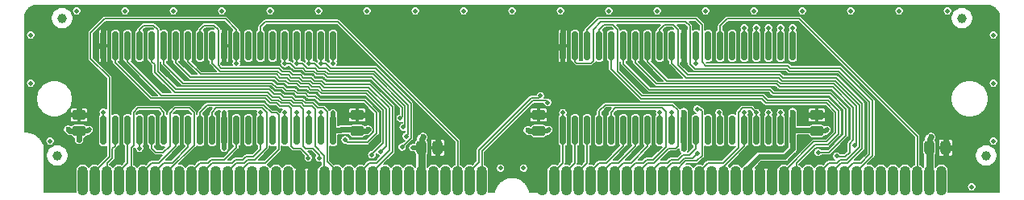
<source format=gtl>
G04 #@! TF.GenerationSoftware,KiCad,Pcbnew,(5.1.10-1-10_14)*
G04 #@! TF.CreationDate,2021-07-01T18:54:41-04:00*
G04 #@! TF.ProjectId,MacVRAMSIMM,4d616356-5241-44d5-9349-4d4d2e6b6963,1.0*
G04 #@! TF.SameCoordinates,Original*
G04 #@! TF.FileFunction,Copper,L1,Top*
G04 #@! TF.FilePolarity,Positive*
%FSLAX46Y46*%
G04 Gerber Fmt 4.6, Leading zero omitted, Abs format (unit mm)*
G04 Created by KiCad (PCBNEW (5.1.10-1-10_14)) date 2021-07-01 18:54:41*
%MOMM*%
%LPD*%
G01*
G04 APERTURE LIST*
G04 #@! TA.AperFunction,SMDPad,CuDef*
%ADD10C,1.000000*%
G04 #@! TD*
G04 #@! TA.AperFunction,ComponentPad*
%ADD11C,2.000000*%
G04 #@! TD*
G04 #@! TA.AperFunction,ViaPad*
%ADD12C,0.600000*%
G04 #@! TD*
G04 #@! TA.AperFunction,ViaPad*
%ADD13C,0.500000*%
G04 #@! TD*
G04 #@! TA.AperFunction,ViaPad*
%ADD14C,0.508000*%
G04 #@! TD*
G04 #@! TA.AperFunction,Conductor*
%ADD15C,0.600000*%
G04 #@! TD*
G04 #@! TA.AperFunction,Conductor*
%ADD16C,0.500000*%
G04 #@! TD*
G04 #@! TA.AperFunction,Conductor*
%ADD17C,0.800000*%
G04 #@! TD*
G04 #@! TA.AperFunction,Conductor*
%ADD18C,0.150000*%
G04 #@! TD*
G04 #@! TA.AperFunction,Conductor*
%ADD19C,1.000000*%
G04 #@! TD*
G04 #@! TA.AperFunction,Conductor*
%ADD20C,0.154000*%
G04 #@! TD*
G04 #@! TA.AperFunction,Conductor*
%ADD21C,0.100000*%
G04 #@! TD*
G04 APERTURE END LIST*
G04 #@! TA.AperFunction,ComponentPad*
G36*
G01*
X165214300Y-127218440D02*
X165214300Y-125003560D01*
G75*
G02*
X165630860Y-124587000I416560J0D01*
G01*
X165839140Y-124587000D01*
G75*
G02*
X166255700Y-125003560I0J-416560D01*
G01*
X166255700Y-127218440D01*
G75*
G02*
X165839140Y-127635000I-416560J0D01*
G01*
X165630860Y-127635000D01*
G75*
G02*
X165214300Y-127218440I0J416560D01*
G01*
G37*
G04 #@! TD.AperFunction*
G04 #@! TA.AperFunction,ComponentPad*
G36*
G01*
X163944300Y-127218440D02*
X163944300Y-125003560D01*
G75*
G02*
X164360860Y-124587000I416560J0D01*
G01*
X164569140Y-124587000D01*
G75*
G02*
X164985700Y-125003560I0J-416560D01*
G01*
X164985700Y-127218440D01*
G75*
G02*
X164569140Y-127635000I-416560J0D01*
G01*
X164360860Y-127635000D01*
G75*
G02*
X163944300Y-127218440I0J416560D01*
G01*
G37*
G04 #@! TD.AperFunction*
G04 #@! TA.AperFunction,ComponentPad*
G36*
G01*
X162674300Y-127218440D02*
X162674300Y-125003560D01*
G75*
G02*
X163090860Y-124587000I416560J0D01*
G01*
X163299140Y-124587000D01*
G75*
G02*
X163715700Y-125003560I0J-416560D01*
G01*
X163715700Y-127218440D01*
G75*
G02*
X163299140Y-127635000I-416560J0D01*
G01*
X163090860Y-127635000D01*
G75*
G02*
X162674300Y-127218440I0J416560D01*
G01*
G37*
G04 #@! TD.AperFunction*
G04 #@! TA.AperFunction,ComponentPad*
G36*
G01*
X161404300Y-127218440D02*
X161404300Y-125003560D01*
G75*
G02*
X161820860Y-124587000I416560J0D01*
G01*
X162029140Y-124587000D01*
G75*
G02*
X162445700Y-125003560I0J-416560D01*
G01*
X162445700Y-127218440D01*
G75*
G02*
X162029140Y-127635000I-416560J0D01*
G01*
X161820860Y-127635000D01*
G75*
G02*
X161404300Y-127218440I0J416560D01*
G01*
G37*
G04 #@! TD.AperFunction*
G04 #@! TA.AperFunction,ComponentPad*
G36*
G01*
X160134300Y-127218440D02*
X160134300Y-125003560D01*
G75*
G02*
X160550860Y-124587000I416560J0D01*
G01*
X160759140Y-124587000D01*
G75*
G02*
X161175700Y-125003560I0J-416560D01*
G01*
X161175700Y-127218440D01*
G75*
G02*
X160759140Y-127635000I-416560J0D01*
G01*
X160550860Y-127635000D01*
G75*
G02*
X160134300Y-127218440I0J416560D01*
G01*
G37*
G04 #@! TD.AperFunction*
G04 #@! TA.AperFunction,ComponentPad*
G36*
G01*
X158864300Y-127218440D02*
X158864300Y-125003560D01*
G75*
G02*
X159280860Y-124587000I416560J0D01*
G01*
X159489140Y-124587000D01*
G75*
G02*
X159905700Y-125003560I0J-416560D01*
G01*
X159905700Y-127218440D01*
G75*
G02*
X159489140Y-127635000I-416560J0D01*
G01*
X159280860Y-127635000D01*
G75*
G02*
X158864300Y-127218440I0J416560D01*
G01*
G37*
G04 #@! TD.AperFunction*
G04 #@! TA.AperFunction,ComponentPad*
G36*
G01*
X157594300Y-127218440D02*
X157594300Y-125003560D01*
G75*
G02*
X158010860Y-124587000I416560J0D01*
G01*
X158219140Y-124587000D01*
G75*
G02*
X158635700Y-125003560I0J-416560D01*
G01*
X158635700Y-127218440D01*
G75*
G02*
X158219140Y-127635000I-416560J0D01*
G01*
X158010860Y-127635000D01*
G75*
G02*
X157594300Y-127218440I0J416560D01*
G01*
G37*
G04 #@! TD.AperFunction*
G04 #@! TA.AperFunction,ComponentPad*
G36*
G01*
X156324300Y-127218440D02*
X156324300Y-125003560D01*
G75*
G02*
X156740860Y-124587000I416560J0D01*
G01*
X156949140Y-124587000D01*
G75*
G02*
X157365700Y-125003560I0J-416560D01*
G01*
X157365700Y-127218440D01*
G75*
G02*
X156949140Y-127635000I-416560J0D01*
G01*
X156740860Y-127635000D01*
G75*
G02*
X156324300Y-127218440I0J416560D01*
G01*
G37*
G04 #@! TD.AperFunction*
G04 #@! TA.AperFunction,ComponentPad*
G36*
G01*
X155054300Y-127218440D02*
X155054300Y-125003560D01*
G75*
G02*
X155470860Y-124587000I416560J0D01*
G01*
X155679140Y-124587000D01*
G75*
G02*
X156095700Y-125003560I0J-416560D01*
G01*
X156095700Y-127218440D01*
G75*
G02*
X155679140Y-127635000I-416560J0D01*
G01*
X155470860Y-127635000D01*
G75*
G02*
X155054300Y-127218440I0J416560D01*
G01*
G37*
G04 #@! TD.AperFunction*
G04 #@! TA.AperFunction,ComponentPad*
G36*
G01*
X153784300Y-127218440D02*
X153784300Y-125003560D01*
G75*
G02*
X154200860Y-124587000I416560J0D01*
G01*
X154409140Y-124587000D01*
G75*
G02*
X154825700Y-125003560I0J-416560D01*
G01*
X154825700Y-127218440D01*
G75*
G02*
X154409140Y-127635000I-416560J0D01*
G01*
X154200860Y-127635000D01*
G75*
G02*
X153784300Y-127218440I0J416560D01*
G01*
G37*
G04 #@! TD.AperFunction*
G04 #@! TA.AperFunction,ComponentPad*
G36*
G01*
X152514300Y-127218440D02*
X152514300Y-125003560D01*
G75*
G02*
X152930860Y-124587000I416560J0D01*
G01*
X153139140Y-124587000D01*
G75*
G02*
X153555700Y-125003560I0J-416560D01*
G01*
X153555700Y-127218440D01*
G75*
G02*
X153139140Y-127635000I-416560J0D01*
G01*
X152930860Y-127635000D01*
G75*
G02*
X152514300Y-127218440I0J416560D01*
G01*
G37*
G04 #@! TD.AperFunction*
G04 #@! TA.AperFunction,ComponentPad*
G36*
G01*
X151244300Y-127218440D02*
X151244300Y-125003560D01*
G75*
G02*
X151660860Y-124587000I416560J0D01*
G01*
X151869140Y-124587000D01*
G75*
G02*
X152285700Y-125003560I0J-416560D01*
G01*
X152285700Y-127218440D01*
G75*
G02*
X151869140Y-127635000I-416560J0D01*
G01*
X151660860Y-127635000D01*
G75*
G02*
X151244300Y-127218440I0J416560D01*
G01*
G37*
G04 #@! TD.AperFunction*
G04 #@! TA.AperFunction,ComponentPad*
G36*
G01*
X149974300Y-127218440D02*
X149974300Y-125003560D01*
G75*
G02*
X150390860Y-124587000I416560J0D01*
G01*
X150599140Y-124587000D01*
G75*
G02*
X151015700Y-125003560I0J-416560D01*
G01*
X151015700Y-127218440D01*
G75*
G02*
X150599140Y-127635000I-416560J0D01*
G01*
X150390860Y-127635000D01*
G75*
G02*
X149974300Y-127218440I0J416560D01*
G01*
G37*
G04 #@! TD.AperFunction*
G04 #@! TA.AperFunction,ComponentPad*
G36*
G01*
X148704300Y-127218440D02*
X148704300Y-125003560D01*
G75*
G02*
X149120860Y-124587000I416560J0D01*
G01*
X149329140Y-124587000D01*
G75*
G02*
X149745700Y-125003560I0J-416560D01*
G01*
X149745700Y-127218440D01*
G75*
G02*
X149329140Y-127635000I-416560J0D01*
G01*
X149120860Y-127635000D01*
G75*
G02*
X148704300Y-127218440I0J416560D01*
G01*
G37*
G04 #@! TD.AperFunction*
G04 #@! TA.AperFunction,ComponentPad*
G36*
G01*
X147434300Y-127218440D02*
X147434300Y-125003560D01*
G75*
G02*
X147850860Y-124587000I416560J0D01*
G01*
X148059140Y-124587000D01*
G75*
G02*
X148475700Y-125003560I0J-416560D01*
G01*
X148475700Y-127218440D01*
G75*
G02*
X148059140Y-127635000I-416560J0D01*
G01*
X147850860Y-127635000D01*
G75*
G02*
X147434300Y-127218440I0J416560D01*
G01*
G37*
G04 #@! TD.AperFunction*
G04 #@! TA.AperFunction,ComponentPad*
G36*
G01*
X146164300Y-127218440D02*
X146164300Y-125003560D01*
G75*
G02*
X146580860Y-124587000I416560J0D01*
G01*
X146789140Y-124587000D01*
G75*
G02*
X147205700Y-125003560I0J-416560D01*
G01*
X147205700Y-127218440D01*
G75*
G02*
X146789140Y-127635000I-416560J0D01*
G01*
X146580860Y-127635000D01*
G75*
G02*
X146164300Y-127218440I0J416560D01*
G01*
G37*
G04 #@! TD.AperFunction*
G04 #@! TA.AperFunction,ComponentPad*
G36*
G01*
X144894300Y-127218440D02*
X144894300Y-125003560D01*
G75*
G02*
X145310860Y-124587000I416560J0D01*
G01*
X145519140Y-124587000D01*
G75*
G02*
X145935700Y-125003560I0J-416560D01*
G01*
X145935700Y-127218440D01*
G75*
G02*
X145519140Y-127635000I-416560J0D01*
G01*
X145310860Y-127635000D01*
G75*
G02*
X144894300Y-127218440I0J416560D01*
G01*
G37*
G04 #@! TD.AperFunction*
G04 #@! TA.AperFunction,ComponentPad*
G36*
G01*
X143624300Y-127218440D02*
X143624300Y-125003560D01*
G75*
G02*
X144040860Y-124587000I416560J0D01*
G01*
X144249140Y-124587000D01*
G75*
G02*
X144665700Y-125003560I0J-416560D01*
G01*
X144665700Y-127218440D01*
G75*
G02*
X144249140Y-127635000I-416560J0D01*
G01*
X144040860Y-127635000D01*
G75*
G02*
X143624300Y-127218440I0J416560D01*
G01*
G37*
G04 #@! TD.AperFunction*
G04 #@! TA.AperFunction,ComponentPad*
G36*
G01*
X142354300Y-127218440D02*
X142354300Y-125003560D01*
G75*
G02*
X142770860Y-124587000I416560J0D01*
G01*
X142979140Y-124587000D01*
G75*
G02*
X143395700Y-125003560I0J-416560D01*
G01*
X143395700Y-127218440D01*
G75*
G02*
X142979140Y-127635000I-416560J0D01*
G01*
X142770860Y-127635000D01*
G75*
G02*
X142354300Y-127218440I0J416560D01*
G01*
G37*
G04 #@! TD.AperFunction*
G04 #@! TA.AperFunction,ComponentPad*
G36*
G01*
X141084300Y-127218440D02*
X141084300Y-125003560D01*
G75*
G02*
X141500860Y-124587000I416560J0D01*
G01*
X141709140Y-124587000D01*
G75*
G02*
X142125700Y-125003560I0J-416560D01*
G01*
X142125700Y-127218440D01*
G75*
G02*
X141709140Y-127635000I-416560J0D01*
G01*
X141500860Y-127635000D01*
G75*
G02*
X141084300Y-127218440I0J416560D01*
G01*
G37*
G04 #@! TD.AperFunction*
G04 #@! TA.AperFunction,ComponentPad*
G36*
G01*
X139814300Y-127218440D02*
X139814300Y-125003560D01*
G75*
G02*
X140230860Y-124587000I416560J0D01*
G01*
X140439140Y-124587000D01*
G75*
G02*
X140855700Y-125003560I0J-416560D01*
G01*
X140855700Y-127218440D01*
G75*
G02*
X140439140Y-127635000I-416560J0D01*
G01*
X140230860Y-127635000D01*
G75*
G02*
X139814300Y-127218440I0J416560D01*
G01*
G37*
G04 #@! TD.AperFunction*
G04 #@! TA.AperFunction,ComponentPad*
G36*
G01*
X138544300Y-127218440D02*
X138544300Y-125003560D01*
G75*
G02*
X138960860Y-124587000I416560J0D01*
G01*
X139169140Y-124587000D01*
G75*
G02*
X139585700Y-125003560I0J-416560D01*
G01*
X139585700Y-127218440D01*
G75*
G02*
X139169140Y-127635000I-416560J0D01*
G01*
X138960860Y-127635000D01*
G75*
G02*
X138544300Y-127218440I0J416560D01*
G01*
G37*
G04 #@! TD.AperFunction*
G04 #@! TA.AperFunction,ComponentPad*
G36*
G01*
X137274300Y-127218440D02*
X137274300Y-125003560D01*
G75*
G02*
X137690860Y-124587000I416560J0D01*
G01*
X137899140Y-124587000D01*
G75*
G02*
X138315700Y-125003560I0J-416560D01*
G01*
X138315700Y-127218440D01*
G75*
G02*
X137899140Y-127635000I-416560J0D01*
G01*
X137690860Y-127635000D01*
G75*
G02*
X137274300Y-127218440I0J416560D01*
G01*
G37*
G04 #@! TD.AperFunction*
G04 #@! TA.AperFunction,ComponentPad*
G36*
G01*
X136004300Y-127218440D02*
X136004300Y-125003560D01*
G75*
G02*
X136420860Y-124587000I416560J0D01*
G01*
X136629140Y-124587000D01*
G75*
G02*
X137045700Y-125003560I0J-416560D01*
G01*
X137045700Y-127218440D01*
G75*
G02*
X136629140Y-127635000I-416560J0D01*
G01*
X136420860Y-127635000D01*
G75*
G02*
X136004300Y-127218440I0J416560D01*
G01*
G37*
G04 #@! TD.AperFunction*
G04 #@! TA.AperFunction,ComponentPad*
G36*
G01*
X134734300Y-127218440D02*
X134734300Y-125003560D01*
G75*
G02*
X135150860Y-124587000I416560J0D01*
G01*
X135359140Y-124587000D01*
G75*
G02*
X135775700Y-125003560I0J-416560D01*
G01*
X135775700Y-127218440D01*
G75*
G02*
X135359140Y-127635000I-416560J0D01*
G01*
X135150860Y-127635000D01*
G75*
G02*
X134734300Y-127218440I0J416560D01*
G01*
G37*
G04 #@! TD.AperFunction*
G04 #@! TA.AperFunction,ComponentPad*
G36*
G01*
X133464300Y-127218440D02*
X133464300Y-125003560D01*
G75*
G02*
X133880860Y-124587000I416560J0D01*
G01*
X134089140Y-124587000D01*
G75*
G02*
X134505700Y-125003560I0J-416560D01*
G01*
X134505700Y-127218440D01*
G75*
G02*
X134089140Y-127635000I-416560J0D01*
G01*
X133880860Y-127635000D01*
G75*
G02*
X133464300Y-127218440I0J416560D01*
G01*
G37*
G04 #@! TD.AperFunction*
G04 #@! TA.AperFunction,ComponentPad*
G36*
G01*
X132194300Y-127218440D02*
X132194300Y-125003560D01*
G75*
G02*
X132610860Y-124587000I416560J0D01*
G01*
X132819140Y-124587000D01*
G75*
G02*
X133235700Y-125003560I0J-416560D01*
G01*
X133235700Y-127218440D01*
G75*
G02*
X132819140Y-127635000I-416560J0D01*
G01*
X132610860Y-127635000D01*
G75*
G02*
X132194300Y-127218440I0J416560D01*
G01*
G37*
G04 #@! TD.AperFunction*
G04 #@! TA.AperFunction,ComponentPad*
G36*
G01*
X130924300Y-127218440D02*
X130924300Y-125003560D01*
G75*
G02*
X131340860Y-124587000I416560J0D01*
G01*
X131549140Y-124587000D01*
G75*
G02*
X131965700Y-125003560I0J-416560D01*
G01*
X131965700Y-127218440D01*
G75*
G02*
X131549140Y-127635000I-416560J0D01*
G01*
X131340860Y-127635000D01*
G75*
G02*
X130924300Y-127218440I0J416560D01*
G01*
G37*
G04 #@! TD.AperFunction*
G04 #@! TA.AperFunction,ComponentPad*
G36*
G01*
X129654300Y-127218440D02*
X129654300Y-125003560D01*
G75*
G02*
X130070860Y-124587000I416560J0D01*
G01*
X130279140Y-124587000D01*
G75*
G02*
X130695700Y-125003560I0J-416560D01*
G01*
X130695700Y-127218440D01*
G75*
G02*
X130279140Y-127635000I-416560J0D01*
G01*
X130070860Y-127635000D01*
G75*
G02*
X129654300Y-127218440I0J416560D01*
G01*
G37*
G04 #@! TD.AperFunction*
G04 #@! TA.AperFunction,ComponentPad*
G36*
G01*
X128384300Y-127218440D02*
X128384300Y-125003560D01*
G75*
G02*
X128800860Y-124587000I416560J0D01*
G01*
X129009140Y-124587000D01*
G75*
G02*
X129425700Y-125003560I0J-416560D01*
G01*
X129425700Y-127218440D01*
G75*
G02*
X129009140Y-127635000I-416560J0D01*
G01*
X128800860Y-127635000D01*
G75*
G02*
X128384300Y-127218440I0J416560D01*
G01*
G37*
G04 #@! TD.AperFunction*
G04 #@! TA.AperFunction,ComponentPad*
G36*
G01*
X127114300Y-127218440D02*
X127114300Y-125003560D01*
G75*
G02*
X127530860Y-124587000I416560J0D01*
G01*
X127739140Y-124587000D01*
G75*
G02*
X128155700Y-125003560I0J-416560D01*
G01*
X128155700Y-127218440D01*
G75*
G02*
X127739140Y-127635000I-416560J0D01*
G01*
X127530860Y-127635000D01*
G75*
G02*
X127114300Y-127218440I0J416560D01*
G01*
G37*
G04 #@! TD.AperFunction*
G04 #@! TA.AperFunction,ComponentPad*
G36*
G01*
X125844300Y-127218440D02*
X125844300Y-125003560D01*
G75*
G02*
X126260860Y-124587000I416560J0D01*
G01*
X126469140Y-124587000D01*
G75*
G02*
X126885700Y-125003560I0J-416560D01*
G01*
X126885700Y-127218440D01*
G75*
G02*
X126469140Y-127635000I-416560J0D01*
G01*
X126260860Y-127635000D01*
G75*
G02*
X125844300Y-127218440I0J416560D01*
G01*
G37*
G04 #@! TD.AperFunction*
G04 #@! TA.AperFunction,ComponentPad*
G36*
G01*
X124574300Y-127218440D02*
X124574300Y-125003560D01*
G75*
G02*
X124990860Y-124587000I416560J0D01*
G01*
X125199140Y-124587000D01*
G75*
G02*
X125615700Y-125003560I0J-416560D01*
G01*
X125615700Y-127218440D01*
G75*
G02*
X125199140Y-127635000I-416560J0D01*
G01*
X124990860Y-127635000D01*
G75*
G02*
X124574300Y-127218440I0J416560D01*
G01*
G37*
G04 #@! TD.AperFunction*
G04 #@! TA.AperFunction,ComponentPad*
G36*
G01*
X123304300Y-127218440D02*
X123304300Y-125003560D01*
G75*
G02*
X123720860Y-124587000I416560J0D01*
G01*
X123929140Y-124587000D01*
G75*
G02*
X124345700Y-125003560I0J-416560D01*
G01*
X124345700Y-127218440D01*
G75*
G02*
X123929140Y-127635000I-416560J0D01*
G01*
X123720860Y-127635000D01*
G75*
G02*
X123304300Y-127218440I0J416560D01*
G01*
G37*
G04 #@! TD.AperFunction*
G04 #@! TA.AperFunction,ComponentPad*
G36*
G01*
X116954300Y-127218440D02*
X116954300Y-125003560D01*
G75*
G02*
X117370860Y-124587000I416560J0D01*
G01*
X117579140Y-124587000D01*
G75*
G02*
X117995700Y-125003560I0J-416560D01*
G01*
X117995700Y-127218440D01*
G75*
G02*
X117579140Y-127635000I-416560J0D01*
G01*
X117370860Y-127635000D01*
G75*
G02*
X116954300Y-127218440I0J416560D01*
G01*
G37*
G04 #@! TD.AperFunction*
G04 #@! TA.AperFunction,ComponentPad*
G36*
G01*
X115684300Y-127218440D02*
X115684300Y-125003560D01*
G75*
G02*
X116100860Y-124587000I416560J0D01*
G01*
X116309140Y-124587000D01*
G75*
G02*
X116725700Y-125003560I0J-416560D01*
G01*
X116725700Y-127218440D01*
G75*
G02*
X116309140Y-127635000I-416560J0D01*
G01*
X116100860Y-127635000D01*
G75*
G02*
X115684300Y-127218440I0J416560D01*
G01*
G37*
G04 #@! TD.AperFunction*
G04 #@! TA.AperFunction,ComponentPad*
G36*
G01*
X114414300Y-127218440D02*
X114414300Y-125003560D01*
G75*
G02*
X114830860Y-124587000I416560J0D01*
G01*
X115039140Y-124587000D01*
G75*
G02*
X115455700Y-125003560I0J-416560D01*
G01*
X115455700Y-127218440D01*
G75*
G02*
X115039140Y-127635000I-416560J0D01*
G01*
X114830860Y-127635000D01*
G75*
G02*
X114414300Y-127218440I0J416560D01*
G01*
G37*
G04 #@! TD.AperFunction*
G04 #@! TA.AperFunction,ComponentPad*
G36*
G01*
X113144300Y-127218440D02*
X113144300Y-125003560D01*
G75*
G02*
X113560860Y-124587000I416560J0D01*
G01*
X113769140Y-124587000D01*
G75*
G02*
X114185700Y-125003560I0J-416560D01*
G01*
X114185700Y-127218440D01*
G75*
G02*
X113769140Y-127635000I-416560J0D01*
G01*
X113560860Y-127635000D01*
G75*
G02*
X113144300Y-127218440I0J416560D01*
G01*
G37*
G04 #@! TD.AperFunction*
G04 #@! TA.AperFunction,ComponentPad*
G36*
G01*
X111874300Y-127218440D02*
X111874300Y-125003560D01*
G75*
G02*
X112290860Y-124587000I416560J0D01*
G01*
X112499140Y-124587000D01*
G75*
G02*
X112915700Y-125003560I0J-416560D01*
G01*
X112915700Y-127218440D01*
G75*
G02*
X112499140Y-127635000I-416560J0D01*
G01*
X112290860Y-127635000D01*
G75*
G02*
X111874300Y-127218440I0J416560D01*
G01*
G37*
G04 #@! TD.AperFunction*
G04 #@! TA.AperFunction,ComponentPad*
G36*
G01*
X110604300Y-127218440D02*
X110604300Y-125003560D01*
G75*
G02*
X111020860Y-124587000I416560J0D01*
G01*
X111229140Y-124587000D01*
G75*
G02*
X111645700Y-125003560I0J-416560D01*
G01*
X111645700Y-127218440D01*
G75*
G02*
X111229140Y-127635000I-416560J0D01*
G01*
X111020860Y-127635000D01*
G75*
G02*
X110604300Y-127218440I0J416560D01*
G01*
G37*
G04 #@! TD.AperFunction*
G04 #@! TA.AperFunction,ComponentPad*
G36*
G01*
X109334300Y-127218440D02*
X109334300Y-125003560D01*
G75*
G02*
X109750860Y-124587000I416560J0D01*
G01*
X109959140Y-124587000D01*
G75*
G02*
X110375700Y-125003560I0J-416560D01*
G01*
X110375700Y-127218440D01*
G75*
G02*
X109959140Y-127635000I-416560J0D01*
G01*
X109750860Y-127635000D01*
G75*
G02*
X109334300Y-127218440I0J416560D01*
G01*
G37*
G04 #@! TD.AperFunction*
G04 #@! TA.AperFunction,ComponentPad*
G36*
G01*
X108064300Y-127218440D02*
X108064300Y-125003560D01*
G75*
G02*
X108480860Y-124587000I416560J0D01*
G01*
X108689140Y-124587000D01*
G75*
G02*
X109105700Y-125003560I0J-416560D01*
G01*
X109105700Y-127218440D01*
G75*
G02*
X108689140Y-127635000I-416560J0D01*
G01*
X108480860Y-127635000D01*
G75*
G02*
X108064300Y-127218440I0J416560D01*
G01*
G37*
G04 #@! TD.AperFunction*
G04 #@! TA.AperFunction,ComponentPad*
G36*
G01*
X106794300Y-127218440D02*
X106794300Y-125003560D01*
G75*
G02*
X107210860Y-124587000I416560J0D01*
G01*
X107419140Y-124587000D01*
G75*
G02*
X107835700Y-125003560I0J-416560D01*
G01*
X107835700Y-127218440D01*
G75*
G02*
X107419140Y-127635000I-416560J0D01*
G01*
X107210860Y-127635000D01*
G75*
G02*
X106794300Y-127218440I0J416560D01*
G01*
G37*
G04 #@! TD.AperFunction*
G04 #@! TA.AperFunction,ComponentPad*
G36*
G01*
X105524300Y-127218440D02*
X105524300Y-125003560D01*
G75*
G02*
X105940860Y-124587000I416560J0D01*
G01*
X106149140Y-124587000D01*
G75*
G02*
X106565700Y-125003560I0J-416560D01*
G01*
X106565700Y-127218440D01*
G75*
G02*
X106149140Y-127635000I-416560J0D01*
G01*
X105940860Y-127635000D01*
G75*
G02*
X105524300Y-127218440I0J416560D01*
G01*
G37*
G04 #@! TD.AperFunction*
G04 #@! TA.AperFunction,ComponentPad*
G36*
G01*
X104254300Y-127218440D02*
X104254300Y-125003560D01*
G75*
G02*
X104670860Y-124587000I416560J0D01*
G01*
X104879140Y-124587000D01*
G75*
G02*
X105295700Y-125003560I0J-416560D01*
G01*
X105295700Y-127218440D01*
G75*
G02*
X104879140Y-127635000I-416560J0D01*
G01*
X104670860Y-127635000D01*
G75*
G02*
X104254300Y-127218440I0J416560D01*
G01*
G37*
G04 #@! TD.AperFunction*
G04 #@! TA.AperFunction,ComponentPad*
G36*
G01*
X102984300Y-127218440D02*
X102984300Y-125003560D01*
G75*
G02*
X103400860Y-124587000I416560J0D01*
G01*
X103609140Y-124587000D01*
G75*
G02*
X104025700Y-125003560I0J-416560D01*
G01*
X104025700Y-127218440D01*
G75*
G02*
X103609140Y-127635000I-416560J0D01*
G01*
X103400860Y-127635000D01*
G75*
G02*
X102984300Y-127218440I0J416560D01*
G01*
G37*
G04 #@! TD.AperFunction*
G04 #@! TA.AperFunction,ComponentPad*
G36*
G01*
X101714300Y-127218440D02*
X101714300Y-125003560D01*
G75*
G02*
X102130860Y-124587000I416560J0D01*
G01*
X102339140Y-124587000D01*
G75*
G02*
X102755700Y-125003560I0J-416560D01*
G01*
X102755700Y-127218440D01*
G75*
G02*
X102339140Y-127635000I-416560J0D01*
G01*
X102130860Y-127635000D01*
G75*
G02*
X101714300Y-127218440I0J416560D01*
G01*
G37*
G04 #@! TD.AperFunction*
G04 #@! TA.AperFunction,ComponentPad*
G36*
G01*
X100444300Y-127218440D02*
X100444300Y-125003560D01*
G75*
G02*
X100860860Y-124587000I416560J0D01*
G01*
X101069140Y-124587000D01*
G75*
G02*
X101485700Y-125003560I0J-416560D01*
G01*
X101485700Y-127218440D01*
G75*
G02*
X101069140Y-127635000I-416560J0D01*
G01*
X100860860Y-127635000D01*
G75*
G02*
X100444300Y-127218440I0J416560D01*
G01*
G37*
G04 #@! TD.AperFunction*
G04 #@! TA.AperFunction,ComponentPad*
G36*
G01*
X99174300Y-127218440D02*
X99174300Y-125003560D01*
G75*
G02*
X99590860Y-124587000I416560J0D01*
G01*
X99799140Y-124587000D01*
G75*
G02*
X100215700Y-125003560I0J-416560D01*
G01*
X100215700Y-127218440D01*
G75*
G02*
X99799140Y-127635000I-416560J0D01*
G01*
X99590860Y-127635000D01*
G75*
G02*
X99174300Y-127218440I0J416560D01*
G01*
G37*
G04 #@! TD.AperFunction*
G04 #@! TA.AperFunction,ComponentPad*
G36*
G01*
X97904300Y-127218440D02*
X97904300Y-125003560D01*
G75*
G02*
X98320860Y-124587000I416560J0D01*
G01*
X98529140Y-124587000D01*
G75*
G02*
X98945700Y-125003560I0J-416560D01*
G01*
X98945700Y-127218440D01*
G75*
G02*
X98529140Y-127635000I-416560J0D01*
G01*
X98320860Y-127635000D01*
G75*
G02*
X97904300Y-127218440I0J416560D01*
G01*
G37*
G04 #@! TD.AperFunction*
G04 #@! TA.AperFunction,ComponentPad*
G36*
G01*
X96634300Y-127218440D02*
X96634300Y-125003560D01*
G75*
G02*
X97050860Y-124587000I416560J0D01*
G01*
X97259140Y-124587000D01*
G75*
G02*
X97675700Y-125003560I0J-416560D01*
G01*
X97675700Y-127218440D01*
G75*
G02*
X97259140Y-127635000I-416560J0D01*
G01*
X97050860Y-127635000D01*
G75*
G02*
X96634300Y-127218440I0J416560D01*
G01*
G37*
G04 #@! TD.AperFunction*
G04 #@! TA.AperFunction,ComponentPad*
G36*
G01*
X95364300Y-127218440D02*
X95364300Y-125003560D01*
G75*
G02*
X95780860Y-124587000I416560J0D01*
G01*
X95989140Y-124587000D01*
G75*
G02*
X96405700Y-125003560I0J-416560D01*
G01*
X96405700Y-127218440D01*
G75*
G02*
X95989140Y-127635000I-416560J0D01*
G01*
X95780860Y-127635000D01*
G75*
G02*
X95364300Y-127218440I0J416560D01*
G01*
G37*
G04 #@! TD.AperFunction*
G04 #@! TA.AperFunction,ComponentPad*
G36*
G01*
X94094300Y-127218440D02*
X94094300Y-125003560D01*
G75*
G02*
X94510860Y-124587000I416560J0D01*
G01*
X94719140Y-124587000D01*
G75*
G02*
X95135700Y-125003560I0J-416560D01*
G01*
X95135700Y-127218440D01*
G75*
G02*
X94719140Y-127635000I-416560J0D01*
G01*
X94510860Y-127635000D01*
G75*
G02*
X94094300Y-127218440I0J416560D01*
G01*
G37*
G04 #@! TD.AperFunction*
G04 #@! TA.AperFunction,ComponentPad*
G36*
G01*
X92824300Y-127218440D02*
X92824300Y-125003560D01*
G75*
G02*
X93240860Y-124587000I416560J0D01*
G01*
X93449140Y-124587000D01*
G75*
G02*
X93865700Y-125003560I0J-416560D01*
G01*
X93865700Y-127218440D01*
G75*
G02*
X93449140Y-127635000I-416560J0D01*
G01*
X93240860Y-127635000D01*
G75*
G02*
X92824300Y-127218440I0J416560D01*
G01*
G37*
G04 #@! TD.AperFunction*
G04 #@! TA.AperFunction,ComponentPad*
G36*
G01*
X91554300Y-127218440D02*
X91554300Y-125003560D01*
G75*
G02*
X91970860Y-124587000I416560J0D01*
G01*
X92179140Y-124587000D01*
G75*
G02*
X92595700Y-125003560I0J-416560D01*
G01*
X92595700Y-127218440D01*
G75*
G02*
X92179140Y-127635000I-416560J0D01*
G01*
X91970860Y-127635000D01*
G75*
G02*
X91554300Y-127218440I0J416560D01*
G01*
G37*
G04 #@! TD.AperFunction*
G04 #@! TA.AperFunction,ComponentPad*
G36*
G01*
X90284300Y-127218440D02*
X90284300Y-125003560D01*
G75*
G02*
X90700860Y-124587000I416560J0D01*
G01*
X90909140Y-124587000D01*
G75*
G02*
X91325700Y-125003560I0J-416560D01*
G01*
X91325700Y-127218440D01*
G75*
G02*
X90909140Y-127635000I-416560J0D01*
G01*
X90700860Y-127635000D01*
G75*
G02*
X90284300Y-127218440I0J416560D01*
G01*
G37*
G04 #@! TD.AperFunction*
G04 #@! TA.AperFunction,ComponentPad*
G36*
G01*
X89014300Y-127218440D02*
X89014300Y-125003560D01*
G75*
G02*
X89430860Y-124587000I416560J0D01*
G01*
X89639140Y-124587000D01*
G75*
G02*
X90055700Y-125003560I0J-416560D01*
G01*
X90055700Y-127218440D01*
G75*
G02*
X89639140Y-127635000I-416560J0D01*
G01*
X89430860Y-127635000D01*
G75*
G02*
X89014300Y-127218440I0J416560D01*
G01*
G37*
G04 #@! TD.AperFunction*
G04 #@! TA.AperFunction,ComponentPad*
G36*
G01*
X87744300Y-127218440D02*
X87744300Y-125003560D01*
G75*
G02*
X88160860Y-124587000I416560J0D01*
G01*
X88369140Y-124587000D01*
G75*
G02*
X88785700Y-125003560I0J-416560D01*
G01*
X88785700Y-127218440D01*
G75*
G02*
X88369140Y-127635000I-416560J0D01*
G01*
X88160860Y-127635000D01*
G75*
G02*
X87744300Y-127218440I0J416560D01*
G01*
G37*
G04 #@! TD.AperFunction*
G04 #@! TA.AperFunction,ComponentPad*
G36*
G01*
X86474300Y-127218440D02*
X86474300Y-125003560D01*
G75*
G02*
X86890860Y-124587000I416560J0D01*
G01*
X87099140Y-124587000D01*
G75*
G02*
X87515700Y-125003560I0J-416560D01*
G01*
X87515700Y-127218440D01*
G75*
G02*
X87099140Y-127635000I-416560J0D01*
G01*
X86890860Y-127635000D01*
G75*
G02*
X86474300Y-127218440I0J416560D01*
G01*
G37*
G04 #@! TD.AperFunction*
G04 #@! TA.AperFunction,ComponentPad*
G36*
G01*
X85204300Y-127218440D02*
X85204300Y-125003560D01*
G75*
G02*
X85620860Y-124587000I416560J0D01*
G01*
X85829140Y-124587000D01*
G75*
G02*
X86245700Y-125003560I0J-416560D01*
G01*
X86245700Y-127218440D01*
G75*
G02*
X85829140Y-127635000I-416560J0D01*
G01*
X85620860Y-127635000D01*
G75*
G02*
X85204300Y-127218440I0J416560D01*
G01*
G37*
G04 #@! TD.AperFunction*
G04 #@! TA.AperFunction,ComponentPad*
G36*
G01*
X83934300Y-127218440D02*
X83934300Y-125003560D01*
G75*
G02*
X84350860Y-124587000I416560J0D01*
G01*
X84559140Y-124587000D01*
G75*
G02*
X84975700Y-125003560I0J-416560D01*
G01*
X84975700Y-127218440D01*
G75*
G02*
X84559140Y-127635000I-416560J0D01*
G01*
X84350860Y-127635000D01*
G75*
G02*
X83934300Y-127218440I0J416560D01*
G01*
G37*
G04 #@! TD.AperFunction*
G04 #@! TA.AperFunction,ComponentPad*
G36*
G01*
X82664300Y-127218440D02*
X82664300Y-125003560D01*
G75*
G02*
X83080860Y-124587000I416560J0D01*
G01*
X83289140Y-124587000D01*
G75*
G02*
X83705700Y-125003560I0J-416560D01*
G01*
X83705700Y-127218440D01*
G75*
G02*
X83289140Y-127635000I-416560J0D01*
G01*
X83080860Y-127635000D01*
G75*
G02*
X82664300Y-127218440I0J416560D01*
G01*
G37*
G04 #@! TD.AperFunction*
G04 #@! TA.AperFunction,ComponentPad*
G36*
G01*
X81394300Y-127218440D02*
X81394300Y-125003560D01*
G75*
G02*
X81810860Y-124587000I416560J0D01*
G01*
X82019140Y-124587000D01*
G75*
G02*
X82435700Y-125003560I0J-416560D01*
G01*
X82435700Y-127218440D01*
G75*
G02*
X82019140Y-127635000I-416560J0D01*
G01*
X81810860Y-127635000D01*
G75*
G02*
X81394300Y-127218440I0J416560D01*
G01*
G37*
G04 #@! TD.AperFunction*
G04 #@! TA.AperFunction,ComponentPad*
G36*
G01*
X80124300Y-127218440D02*
X80124300Y-125003560D01*
G75*
G02*
X80540860Y-124587000I416560J0D01*
G01*
X80749140Y-124587000D01*
G75*
G02*
X81165700Y-125003560I0J-416560D01*
G01*
X81165700Y-127218440D01*
G75*
G02*
X80749140Y-127635000I-416560J0D01*
G01*
X80540860Y-127635000D01*
G75*
G02*
X80124300Y-127218440I0J416560D01*
G01*
G37*
G04 #@! TD.AperFunction*
G04 #@! TA.AperFunction,ComponentPad*
G36*
G01*
X78854300Y-127218440D02*
X78854300Y-125003560D01*
G75*
G02*
X79270860Y-124587000I416560J0D01*
G01*
X79479140Y-124587000D01*
G75*
G02*
X79895700Y-125003560I0J-416560D01*
G01*
X79895700Y-127218440D01*
G75*
G02*
X79479140Y-127635000I-416560J0D01*
G01*
X79270860Y-127635000D01*
G75*
G02*
X78854300Y-127218440I0J416560D01*
G01*
G37*
G04 #@! TD.AperFunction*
G04 #@! TA.AperFunction,ComponentPad*
G36*
G01*
X77584300Y-127218440D02*
X77584300Y-125003560D01*
G75*
G02*
X78000860Y-124587000I416560J0D01*
G01*
X78209140Y-124587000D01*
G75*
G02*
X78625700Y-125003560I0J-416560D01*
G01*
X78625700Y-127218440D01*
G75*
G02*
X78209140Y-127635000I-416560J0D01*
G01*
X78000860Y-127635000D01*
G75*
G02*
X77584300Y-127218440I0J416560D01*
G01*
G37*
G04 #@! TD.AperFunction*
G04 #@! TA.AperFunction,ComponentPad*
G36*
G01*
X76314300Y-127218440D02*
X76314300Y-125003560D01*
G75*
G02*
X76730860Y-124587000I416560J0D01*
G01*
X76939140Y-124587000D01*
G75*
G02*
X77355700Y-125003560I0J-416560D01*
G01*
X77355700Y-127218440D01*
G75*
G02*
X76939140Y-127635000I-416560J0D01*
G01*
X76730860Y-127635000D01*
G75*
G02*
X76314300Y-127218440I0J416560D01*
G01*
G37*
G04 #@! TD.AperFunction*
G04 #@! TA.AperFunction,ComponentPad*
G36*
G01*
X75044300Y-127218440D02*
X75044300Y-125003560D01*
G75*
G02*
X75460860Y-124587000I416560J0D01*
G01*
X75669140Y-124587000D01*
G75*
G02*
X76085700Y-125003560I0J-416560D01*
G01*
X76085700Y-127218440D01*
G75*
G02*
X75669140Y-127635000I-416560J0D01*
G01*
X75460860Y-127635000D01*
G75*
G02*
X75044300Y-127218440I0J416560D01*
G01*
G37*
G04 #@! TD.AperFunction*
G04 #@! TA.AperFunction,SMDPad,CuDef*
G36*
G01*
X163940000Y-123056000D02*
X163940000Y-122181000D01*
G75*
G02*
X164202500Y-121918500I262500J0D01*
G01*
X164727500Y-121918500D01*
G75*
G02*
X164990000Y-122181000I0J-262500D01*
G01*
X164990000Y-123056000D01*
G75*
G02*
X164727500Y-123318500I-262500J0D01*
G01*
X164202500Y-123318500D01*
G75*
G02*
X163940000Y-123056000I0J262500D01*
G01*
G37*
G04 #@! TD.AperFunction*
G04 #@! TA.AperFunction,SMDPad,CuDef*
G36*
G01*
X165640000Y-123056000D02*
X165640000Y-122181000D01*
G75*
G02*
X165902500Y-121918500I262500J0D01*
G01*
X166427500Y-121918500D01*
G75*
G02*
X166690000Y-122181000I0J-262500D01*
G01*
X166690000Y-123056000D01*
G75*
G02*
X166427500Y-123318500I-262500J0D01*
G01*
X165902500Y-123318500D01*
G75*
G02*
X165640000Y-123056000I0J262500D01*
G01*
G37*
G04 #@! TD.AperFunction*
G04 #@! TA.AperFunction,SMDPad,CuDef*
G36*
G01*
X112300000Y-123056000D02*
X112300000Y-122181000D01*
G75*
G02*
X112562500Y-121918500I262500J0D01*
G01*
X113087500Y-121918500D01*
G75*
G02*
X113350000Y-122181000I0J-262500D01*
G01*
X113350000Y-123056000D01*
G75*
G02*
X113087500Y-123318500I-262500J0D01*
G01*
X112562500Y-123318500D01*
G75*
G02*
X112300000Y-123056000I0J262500D01*
G01*
G37*
G04 #@! TD.AperFunction*
G04 #@! TA.AperFunction,SMDPad,CuDef*
G36*
G01*
X110600000Y-123056000D02*
X110600000Y-122181000D01*
G75*
G02*
X110862500Y-121918500I262500J0D01*
G01*
X111387500Y-121918500D01*
G75*
G02*
X111650000Y-122181000I0J-262500D01*
G01*
X111650000Y-123056000D01*
G75*
G02*
X111387500Y-123318500I-262500J0D01*
G01*
X110862500Y-123318500D01*
G75*
G02*
X110600000Y-123056000I0J262500D01*
G01*
G37*
G04 #@! TD.AperFunction*
G04 #@! TA.AperFunction,SMDPad,CuDef*
G36*
G01*
X75621500Y-121390000D02*
X74746500Y-121390000D01*
G75*
G02*
X74484000Y-121127500I0J262500D01*
G01*
X74484000Y-120602500D01*
G75*
G02*
X74746500Y-120340000I262500J0D01*
G01*
X75621500Y-120340000D01*
G75*
G02*
X75884000Y-120602500I0J-262500D01*
G01*
X75884000Y-121127500D01*
G75*
G02*
X75621500Y-121390000I-262500J0D01*
G01*
G37*
G04 #@! TD.AperFunction*
G04 #@! TA.AperFunction,SMDPad,CuDef*
G36*
G01*
X75621500Y-119690000D02*
X74746500Y-119690000D01*
G75*
G02*
X74484000Y-119427500I0J262500D01*
G01*
X74484000Y-118902500D01*
G75*
G02*
X74746500Y-118640000I262500J0D01*
G01*
X75621500Y-118640000D01*
G75*
G02*
X75884000Y-118902500I0J-262500D01*
G01*
X75884000Y-119427500D01*
G75*
G02*
X75621500Y-119690000I-262500J0D01*
G01*
G37*
G04 #@! TD.AperFunction*
G04 #@! TA.AperFunction,SMDPad,CuDef*
G36*
G01*
X153091500Y-119690000D02*
X152216500Y-119690000D01*
G75*
G02*
X151954000Y-119427500I0J262500D01*
G01*
X151954000Y-118902500D01*
G75*
G02*
X152216500Y-118640000I262500J0D01*
G01*
X153091500Y-118640000D01*
G75*
G02*
X153354000Y-118902500I0J-262500D01*
G01*
X153354000Y-119427500D01*
G75*
G02*
X153091500Y-119690000I-262500J0D01*
G01*
G37*
G04 #@! TD.AperFunction*
G04 #@! TA.AperFunction,SMDPad,CuDef*
G36*
G01*
X153091500Y-121390000D02*
X152216500Y-121390000D01*
G75*
G02*
X151954000Y-121127500I0J262500D01*
G01*
X151954000Y-120602500D01*
G75*
G02*
X152216500Y-120340000I262500J0D01*
G01*
X153091500Y-120340000D01*
G75*
G02*
X153354000Y-120602500I0J-262500D01*
G01*
X153354000Y-121127500D01*
G75*
G02*
X153091500Y-121390000I-262500J0D01*
G01*
G37*
G04 #@! TD.AperFunction*
G04 #@! TA.AperFunction,SMDPad,CuDef*
G36*
G01*
X123881500Y-119690000D02*
X123006500Y-119690000D01*
G75*
G02*
X122744000Y-119427500I0J262500D01*
G01*
X122744000Y-118902500D01*
G75*
G02*
X123006500Y-118640000I262500J0D01*
G01*
X123881500Y-118640000D01*
G75*
G02*
X124144000Y-118902500I0J-262500D01*
G01*
X124144000Y-119427500D01*
G75*
G02*
X123881500Y-119690000I-262500J0D01*
G01*
G37*
G04 #@! TD.AperFunction*
G04 #@! TA.AperFunction,SMDPad,CuDef*
G36*
G01*
X123881500Y-121390000D02*
X123006500Y-121390000D01*
G75*
G02*
X122744000Y-121127500I0J262500D01*
G01*
X122744000Y-120602500D01*
G75*
G02*
X123006500Y-120340000I262500J0D01*
G01*
X123881500Y-120340000D01*
G75*
G02*
X124144000Y-120602500I0J-262500D01*
G01*
X124144000Y-121127500D01*
G75*
G02*
X123881500Y-121390000I-262500J0D01*
G01*
G37*
G04 #@! TD.AperFunction*
D10*
X72898000Y-123444000D03*
X170434000Y-123444000D03*
X167894000Y-108966000D03*
X73406000Y-108966000D03*
D11*
X72898000Y-125984000D03*
X170434000Y-125984000D03*
X70866000Y-108966000D03*
X170434000Y-108966000D03*
G04 #@! TA.AperFunction,SMDPad,CuDef*
G36*
G01*
X104831500Y-121390000D02*
X103956500Y-121390000D01*
G75*
G02*
X103694000Y-121127500I0J262500D01*
G01*
X103694000Y-120602500D01*
G75*
G02*
X103956500Y-120340000I262500J0D01*
G01*
X104831500Y-120340000D01*
G75*
G02*
X105094000Y-120602500I0J-262500D01*
G01*
X105094000Y-121127500D01*
G75*
G02*
X104831500Y-121390000I-262500J0D01*
G01*
G37*
G04 #@! TD.AperFunction*
G04 #@! TA.AperFunction,SMDPad,CuDef*
G36*
G01*
X104831500Y-119690000D02*
X103956500Y-119690000D01*
G75*
G02*
X103694000Y-119427500I0J262500D01*
G01*
X103694000Y-118902500D01*
G75*
G02*
X103956500Y-118640000I262500J0D01*
G01*
X104831500Y-118640000D01*
G75*
G02*
X105094000Y-118902500I0J-262500D01*
G01*
X105094000Y-119427500D01*
G75*
G02*
X104831500Y-119690000I-262500J0D01*
G01*
G37*
G04 #@! TD.AperFunction*
G04 #@! TA.AperFunction,SMDPad,CuDef*
G36*
G01*
X79144000Y-113411000D02*
X78844000Y-113411000D01*
G75*
G02*
X78694000Y-113261000I0J150000D01*
G01*
X78694000Y-110513000D01*
G75*
G02*
X78844000Y-110363000I150000J0D01*
G01*
X79144000Y-110363000D01*
G75*
G02*
X79294000Y-110513000I0J-150000D01*
G01*
X79294000Y-113261000D01*
G75*
G02*
X79144000Y-113411000I-150000J0D01*
G01*
G37*
G04 #@! TD.AperFunction*
G04 #@! TA.AperFunction,SMDPad,CuDef*
G36*
G01*
X77874000Y-113411000D02*
X77574000Y-113411000D01*
G75*
G02*
X77424000Y-113261000I0J150000D01*
G01*
X77424000Y-110513000D01*
G75*
G02*
X77574000Y-110363000I150000J0D01*
G01*
X77874000Y-110363000D01*
G75*
G02*
X78024000Y-110513000I0J-150000D01*
G01*
X78024000Y-113261000D01*
G75*
G02*
X77874000Y-113411000I-150000J0D01*
G01*
G37*
G04 #@! TD.AperFunction*
G04 #@! TA.AperFunction,SMDPad,CuDef*
G36*
G01*
X80414000Y-113411000D02*
X80114000Y-113411000D01*
G75*
G02*
X79964000Y-113261000I0J150000D01*
G01*
X79964000Y-110513000D01*
G75*
G02*
X80114000Y-110363000I150000J0D01*
G01*
X80414000Y-110363000D01*
G75*
G02*
X80564000Y-110513000I0J-150000D01*
G01*
X80564000Y-113261000D01*
G75*
G02*
X80414000Y-113411000I-150000J0D01*
G01*
G37*
G04 #@! TD.AperFunction*
G04 #@! TA.AperFunction,SMDPad,CuDef*
G36*
G01*
X81684000Y-113411000D02*
X81384000Y-113411000D01*
G75*
G02*
X81234000Y-113261000I0J150000D01*
G01*
X81234000Y-110513000D01*
G75*
G02*
X81384000Y-110363000I150000J0D01*
G01*
X81684000Y-110363000D01*
G75*
G02*
X81834000Y-110513000I0J-150000D01*
G01*
X81834000Y-113261000D01*
G75*
G02*
X81684000Y-113411000I-150000J0D01*
G01*
G37*
G04 #@! TD.AperFunction*
G04 #@! TA.AperFunction,SMDPad,CuDef*
G36*
G01*
X85494000Y-113411000D02*
X85194000Y-113411000D01*
G75*
G02*
X85044000Y-113261000I0J150000D01*
G01*
X85044000Y-110513000D01*
G75*
G02*
X85194000Y-110363000I150000J0D01*
G01*
X85494000Y-110363000D01*
G75*
G02*
X85644000Y-110513000I0J-150000D01*
G01*
X85644000Y-113261000D01*
G75*
G02*
X85494000Y-113411000I-150000J0D01*
G01*
G37*
G04 #@! TD.AperFunction*
G04 #@! TA.AperFunction,SMDPad,CuDef*
G36*
G01*
X86764000Y-113411000D02*
X86464000Y-113411000D01*
G75*
G02*
X86314000Y-113261000I0J150000D01*
G01*
X86314000Y-110513000D01*
G75*
G02*
X86464000Y-110363000I150000J0D01*
G01*
X86764000Y-110363000D01*
G75*
G02*
X86914000Y-110513000I0J-150000D01*
G01*
X86914000Y-113261000D01*
G75*
G02*
X86764000Y-113411000I-150000J0D01*
G01*
G37*
G04 #@! TD.AperFunction*
G04 #@! TA.AperFunction,SMDPad,CuDef*
G36*
G01*
X88034000Y-113411000D02*
X87734000Y-113411000D01*
G75*
G02*
X87584000Y-113261000I0J150000D01*
G01*
X87584000Y-110513000D01*
G75*
G02*
X87734000Y-110363000I150000J0D01*
G01*
X88034000Y-110363000D01*
G75*
G02*
X88184000Y-110513000I0J-150000D01*
G01*
X88184000Y-113261000D01*
G75*
G02*
X88034000Y-113411000I-150000J0D01*
G01*
G37*
G04 #@! TD.AperFunction*
G04 #@! TA.AperFunction,SMDPad,CuDef*
G36*
G01*
X89304000Y-113411000D02*
X89004000Y-113411000D01*
G75*
G02*
X88854000Y-113261000I0J150000D01*
G01*
X88854000Y-110513000D01*
G75*
G02*
X89004000Y-110363000I150000J0D01*
G01*
X89304000Y-110363000D01*
G75*
G02*
X89454000Y-110513000I0J-150000D01*
G01*
X89454000Y-113261000D01*
G75*
G02*
X89304000Y-113411000I-150000J0D01*
G01*
G37*
G04 #@! TD.AperFunction*
G04 #@! TA.AperFunction,SMDPad,CuDef*
G36*
G01*
X90574000Y-113411000D02*
X90274000Y-113411000D01*
G75*
G02*
X90124000Y-113261000I0J150000D01*
G01*
X90124000Y-110513000D01*
G75*
G02*
X90274000Y-110363000I150000J0D01*
G01*
X90574000Y-110363000D01*
G75*
G02*
X90724000Y-110513000I0J-150000D01*
G01*
X90724000Y-113261000D01*
G75*
G02*
X90574000Y-113411000I-150000J0D01*
G01*
G37*
G04 #@! TD.AperFunction*
G04 #@! TA.AperFunction,SMDPad,CuDef*
G36*
G01*
X91844000Y-113411000D02*
X91544000Y-113411000D01*
G75*
G02*
X91394000Y-113261000I0J150000D01*
G01*
X91394000Y-110513000D01*
G75*
G02*
X91544000Y-110363000I150000J0D01*
G01*
X91844000Y-110363000D01*
G75*
G02*
X91994000Y-110513000I0J-150000D01*
G01*
X91994000Y-113261000D01*
G75*
G02*
X91844000Y-113411000I-150000J0D01*
G01*
G37*
G04 #@! TD.AperFunction*
G04 #@! TA.AperFunction,SMDPad,CuDef*
G36*
G01*
X84224000Y-113411000D02*
X83924000Y-113411000D01*
G75*
G02*
X83774000Y-113261000I0J150000D01*
G01*
X83774000Y-110513000D01*
G75*
G02*
X83924000Y-110363000I150000J0D01*
G01*
X84224000Y-110363000D01*
G75*
G02*
X84374000Y-110513000I0J-150000D01*
G01*
X84374000Y-113261000D01*
G75*
G02*
X84224000Y-113411000I-150000J0D01*
G01*
G37*
G04 #@! TD.AperFunction*
G04 #@! TA.AperFunction,SMDPad,CuDef*
G36*
G01*
X82954000Y-113411000D02*
X82654000Y-113411000D01*
G75*
G02*
X82504000Y-113261000I0J150000D01*
G01*
X82504000Y-110513000D01*
G75*
G02*
X82654000Y-110363000I150000J0D01*
G01*
X82954000Y-110363000D01*
G75*
G02*
X83104000Y-110513000I0J-150000D01*
G01*
X83104000Y-113261000D01*
G75*
G02*
X82954000Y-113411000I-150000J0D01*
G01*
G37*
G04 #@! TD.AperFunction*
G04 #@! TA.AperFunction,SMDPad,CuDef*
G36*
G01*
X102004000Y-122301000D02*
X101704000Y-122301000D01*
G75*
G02*
X101554000Y-122151000I0J150000D01*
G01*
X101554000Y-119403000D01*
G75*
G02*
X101704000Y-119253000I150000J0D01*
G01*
X102004000Y-119253000D01*
G75*
G02*
X102154000Y-119403000I0J-150000D01*
G01*
X102154000Y-122151000D01*
G75*
G02*
X102004000Y-122301000I-150000J0D01*
G01*
G37*
G04 #@! TD.AperFunction*
G04 #@! TA.AperFunction,SMDPad,CuDef*
G36*
G01*
X100734000Y-122301000D02*
X100434000Y-122301000D01*
G75*
G02*
X100284000Y-122151000I0J150000D01*
G01*
X100284000Y-119403000D01*
G75*
G02*
X100434000Y-119253000I150000J0D01*
G01*
X100734000Y-119253000D01*
G75*
G02*
X100884000Y-119403000I0J-150000D01*
G01*
X100884000Y-122151000D01*
G75*
G02*
X100734000Y-122301000I-150000J0D01*
G01*
G37*
G04 #@! TD.AperFunction*
G04 #@! TA.AperFunction,SMDPad,CuDef*
G36*
G01*
X99464000Y-122301000D02*
X99164000Y-122301000D01*
G75*
G02*
X99014000Y-122151000I0J150000D01*
G01*
X99014000Y-119403000D01*
G75*
G02*
X99164000Y-119253000I150000J0D01*
G01*
X99464000Y-119253000D01*
G75*
G02*
X99614000Y-119403000I0J-150000D01*
G01*
X99614000Y-122151000D01*
G75*
G02*
X99464000Y-122301000I-150000J0D01*
G01*
G37*
G04 #@! TD.AperFunction*
G04 #@! TA.AperFunction,SMDPad,CuDef*
G36*
G01*
X98194000Y-122301000D02*
X97894000Y-122301000D01*
G75*
G02*
X97744000Y-122151000I0J150000D01*
G01*
X97744000Y-119403000D01*
G75*
G02*
X97894000Y-119253000I150000J0D01*
G01*
X98194000Y-119253000D01*
G75*
G02*
X98344000Y-119403000I0J-150000D01*
G01*
X98344000Y-122151000D01*
G75*
G02*
X98194000Y-122301000I-150000J0D01*
G01*
G37*
G04 #@! TD.AperFunction*
G04 #@! TA.AperFunction,SMDPad,CuDef*
G36*
G01*
X96924000Y-122301000D02*
X96624000Y-122301000D01*
G75*
G02*
X96474000Y-122151000I0J150000D01*
G01*
X96474000Y-119403000D01*
G75*
G02*
X96624000Y-119253000I150000J0D01*
G01*
X96924000Y-119253000D01*
G75*
G02*
X97074000Y-119403000I0J-150000D01*
G01*
X97074000Y-122151000D01*
G75*
G02*
X96924000Y-122301000I-150000J0D01*
G01*
G37*
G04 #@! TD.AperFunction*
G04 #@! TA.AperFunction,SMDPad,CuDef*
G36*
G01*
X95654000Y-122301000D02*
X95354000Y-122301000D01*
G75*
G02*
X95204000Y-122151000I0J150000D01*
G01*
X95204000Y-119403000D01*
G75*
G02*
X95354000Y-119253000I150000J0D01*
G01*
X95654000Y-119253000D01*
G75*
G02*
X95804000Y-119403000I0J-150000D01*
G01*
X95804000Y-122151000D01*
G75*
G02*
X95654000Y-122301000I-150000J0D01*
G01*
G37*
G04 #@! TD.AperFunction*
G04 #@! TA.AperFunction,SMDPad,CuDef*
G36*
G01*
X85494000Y-122301000D02*
X85194000Y-122301000D01*
G75*
G02*
X85044000Y-122151000I0J150000D01*
G01*
X85044000Y-119403000D01*
G75*
G02*
X85194000Y-119253000I150000J0D01*
G01*
X85494000Y-119253000D01*
G75*
G02*
X85644000Y-119403000I0J-150000D01*
G01*
X85644000Y-122151000D01*
G75*
G02*
X85494000Y-122301000I-150000J0D01*
G01*
G37*
G04 #@! TD.AperFunction*
G04 #@! TA.AperFunction,SMDPad,CuDef*
G36*
G01*
X95654000Y-113411000D02*
X95354000Y-113411000D01*
G75*
G02*
X95204000Y-113261000I0J150000D01*
G01*
X95204000Y-110513000D01*
G75*
G02*
X95354000Y-110363000I150000J0D01*
G01*
X95654000Y-110363000D01*
G75*
G02*
X95804000Y-110513000I0J-150000D01*
G01*
X95804000Y-113261000D01*
G75*
G02*
X95654000Y-113411000I-150000J0D01*
G01*
G37*
G04 #@! TD.AperFunction*
G04 #@! TA.AperFunction,SMDPad,CuDef*
G36*
G01*
X96924000Y-113411000D02*
X96624000Y-113411000D01*
G75*
G02*
X96474000Y-113261000I0J150000D01*
G01*
X96474000Y-110513000D01*
G75*
G02*
X96624000Y-110363000I150000J0D01*
G01*
X96924000Y-110363000D01*
G75*
G02*
X97074000Y-110513000I0J-150000D01*
G01*
X97074000Y-113261000D01*
G75*
G02*
X96924000Y-113411000I-150000J0D01*
G01*
G37*
G04 #@! TD.AperFunction*
G04 #@! TA.AperFunction,SMDPad,CuDef*
G36*
G01*
X98194000Y-113411000D02*
X97894000Y-113411000D01*
G75*
G02*
X97744000Y-113261000I0J150000D01*
G01*
X97744000Y-110513000D01*
G75*
G02*
X97894000Y-110363000I150000J0D01*
G01*
X98194000Y-110363000D01*
G75*
G02*
X98344000Y-110513000I0J-150000D01*
G01*
X98344000Y-113261000D01*
G75*
G02*
X98194000Y-113411000I-150000J0D01*
G01*
G37*
G04 #@! TD.AperFunction*
G04 #@! TA.AperFunction,SMDPad,CuDef*
G36*
G01*
X99464000Y-113411000D02*
X99164000Y-113411000D01*
G75*
G02*
X99014000Y-113261000I0J150000D01*
G01*
X99014000Y-110513000D01*
G75*
G02*
X99164000Y-110363000I150000J0D01*
G01*
X99464000Y-110363000D01*
G75*
G02*
X99614000Y-110513000I0J-150000D01*
G01*
X99614000Y-113261000D01*
G75*
G02*
X99464000Y-113411000I-150000J0D01*
G01*
G37*
G04 #@! TD.AperFunction*
G04 #@! TA.AperFunction,SMDPad,CuDef*
G36*
G01*
X100734000Y-113411000D02*
X100434000Y-113411000D01*
G75*
G02*
X100284000Y-113261000I0J150000D01*
G01*
X100284000Y-110513000D01*
G75*
G02*
X100434000Y-110363000I150000J0D01*
G01*
X100734000Y-110363000D01*
G75*
G02*
X100884000Y-110513000I0J-150000D01*
G01*
X100884000Y-113261000D01*
G75*
G02*
X100734000Y-113411000I-150000J0D01*
G01*
G37*
G04 #@! TD.AperFunction*
G04 #@! TA.AperFunction,SMDPad,CuDef*
G36*
G01*
X93114000Y-122301000D02*
X92814000Y-122301000D01*
G75*
G02*
X92664000Y-122151000I0J150000D01*
G01*
X92664000Y-119403000D01*
G75*
G02*
X92814000Y-119253000I150000J0D01*
G01*
X93114000Y-119253000D01*
G75*
G02*
X93264000Y-119403000I0J-150000D01*
G01*
X93264000Y-122151000D01*
G75*
G02*
X93114000Y-122301000I-150000J0D01*
G01*
G37*
G04 #@! TD.AperFunction*
G04 #@! TA.AperFunction,SMDPad,CuDef*
G36*
G01*
X91844000Y-122301000D02*
X91544000Y-122301000D01*
G75*
G02*
X91394000Y-122151000I0J150000D01*
G01*
X91394000Y-119403000D01*
G75*
G02*
X91544000Y-119253000I150000J0D01*
G01*
X91844000Y-119253000D01*
G75*
G02*
X91994000Y-119403000I0J-150000D01*
G01*
X91994000Y-122151000D01*
G75*
G02*
X91844000Y-122301000I-150000J0D01*
G01*
G37*
G04 #@! TD.AperFunction*
G04 #@! TA.AperFunction,SMDPad,CuDef*
G36*
G01*
X90574000Y-122301000D02*
X90274000Y-122301000D01*
G75*
G02*
X90124000Y-122151000I0J150000D01*
G01*
X90124000Y-119403000D01*
G75*
G02*
X90274000Y-119253000I150000J0D01*
G01*
X90574000Y-119253000D01*
G75*
G02*
X90724000Y-119403000I0J-150000D01*
G01*
X90724000Y-122151000D01*
G75*
G02*
X90574000Y-122301000I-150000J0D01*
G01*
G37*
G04 #@! TD.AperFunction*
G04 #@! TA.AperFunction,SMDPad,CuDef*
G36*
G01*
X89304000Y-122301000D02*
X89004000Y-122301000D01*
G75*
G02*
X88854000Y-122151000I0J150000D01*
G01*
X88854000Y-119403000D01*
G75*
G02*
X89004000Y-119253000I150000J0D01*
G01*
X89304000Y-119253000D01*
G75*
G02*
X89454000Y-119403000I0J-150000D01*
G01*
X89454000Y-122151000D01*
G75*
G02*
X89304000Y-122301000I-150000J0D01*
G01*
G37*
G04 #@! TD.AperFunction*
G04 #@! TA.AperFunction,SMDPad,CuDef*
G36*
G01*
X88034000Y-122301000D02*
X87734000Y-122301000D01*
G75*
G02*
X87584000Y-122151000I0J150000D01*
G01*
X87584000Y-119403000D01*
G75*
G02*
X87734000Y-119253000I150000J0D01*
G01*
X88034000Y-119253000D01*
G75*
G02*
X88184000Y-119403000I0J-150000D01*
G01*
X88184000Y-122151000D01*
G75*
G02*
X88034000Y-122301000I-150000J0D01*
G01*
G37*
G04 #@! TD.AperFunction*
G04 #@! TA.AperFunction,SMDPad,CuDef*
G36*
G01*
X82954000Y-122301000D02*
X82654000Y-122301000D01*
G75*
G02*
X82504000Y-122151000I0J150000D01*
G01*
X82504000Y-119403000D01*
G75*
G02*
X82654000Y-119253000I150000J0D01*
G01*
X82954000Y-119253000D01*
G75*
G02*
X83104000Y-119403000I0J-150000D01*
G01*
X83104000Y-122151000D01*
G75*
G02*
X82954000Y-122301000I-150000J0D01*
G01*
G37*
G04 #@! TD.AperFunction*
G04 #@! TA.AperFunction,SMDPad,CuDef*
G36*
G01*
X81684000Y-122301000D02*
X81384000Y-122301000D01*
G75*
G02*
X81234000Y-122151000I0J150000D01*
G01*
X81234000Y-119403000D01*
G75*
G02*
X81384000Y-119253000I150000J0D01*
G01*
X81684000Y-119253000D01*
G75*
G02*
X81834000Y-119403000I0J-150000D01*
G01*
X81834000Y-122151000D01*
G75*
G02*
X81684000Y-122301000I-150000J0D01*
G01*
G37*
G04 #@! TD.AperFunction*
G04 #@! TA.AperFunction,SMDPad,CuDef*
G36*
G01*
X80414000Y-122301000D02*
X80114000Y-122301000D01*
G75*
G02*
X79964000Y-122151000I0J150000D01*
G01*
X79964000Y-119403000D01*
G75*
G02*
X80114000Y-119253000I150000J0D01*
G01*
X80414000Y-119253000D01*
G75*
G02*
X80564000Y-119403000I0J-150000D01*
G01*
X80564000Y-122151000D01*
G75*
G02*
X80414000Y-122301000I-150000J0D01*
G01*
G37*
G04 #@! TD.AperFunction*
G04 #@! TA.AperFunction,SMDPad,CuDef*
G36*
G01*
X79144000Y-122301000D02*
X78844000Y-122301000D01*
G75*
G02*
X78694000Y-122151000I0J150000D01*
G01*
X78694000Y-119403000D01*
G75*
G02*
X78844000Y-119253000I150000J0D01*
G01*
X79144000Y-119253000D01*
G75*
G02*
X79294000Y-119403000I0J-150000D01*
G01*
X79294000Y-122151000D01*
G75*
G02*
X79144000Y-122301000I-150000J0D01*
G01*
G37*
G04 #@! TD.AperFunction*
G04 #@! TA.AperFunction,SMDPad,CuDef*
G36*
G01*
X77874000Y-122301000D02*
X77574000Y-122301000D01*
G75*
G02*
X77424000Y-122151000I0J150000D01*
G01*
X77424000Y-119403000D01*
G75*
G02*
X77574000Y-119253000I150000J0D01*
G01*
X77874000Y-119253000D01*
G75*
G02*
X78024000Y-119403000I0J-150000D01*
G01*
X78024000Y-122151000D01*
G75*
G02*
X77874000Y-122301000I-150000J0D01*
G01*
G37*
G04 #@! TD.AperFunction*
G04 #@! TA.AperFunction,SMDPad,CuDef*
G36*
G01*
X102004000Y-113411000D02*
X101704000Y-113411000D01*
G75*
G02*
X101554000Y-113261000I0J150000D01*
G01*
X101554000Y-110513000D01*
G75*
G02*
X101704000Y-110363000I150000J0D01*
G01*
X102004000Y-110363000D01*
G75*
G02*
X102154000Y-110513000I0J-150000D01*
G01*
X102154000Y-113261000D01*
G75*
G02*
X102004000Y-113411000I-150000J0D01*
G01*
G37*
G04 #@! TD.AperFunction*
G04 #@! TA.AperFunction,SMDPad,CuDef*
G36*
G01*
X84224000Y-122301000D02*
X83924000Y-122301000D01*
G75*
G02*
X83774000Y-122151000I0J150000D01*
G01*
X83774000Y-119403000D01*
G75*
G02*
X83924000Y-119253000I150000J0D01*
G01*
X84224000Y-119253000D01*
G75*
G02*
X84374000Y-119403000I0J-150000D01*
G01*
X84374000Y-122151000D01*
G75*
G02*
X84224000Y-122301000I-150000J0D01*
G01*
G37*
G04 #@! TD.AperFunction*
G04 #@! TA.AperFunction,SMDPad,CuDef*
G36*
G01*
X86764000Y-122301000D02*
X86464000Y-122301000D01*
G75*
G02*
X86314000Y-122151000I0J150000D01*
G01*
X86314000Y-119403000D01*
G75*
G02*
X86464000Y-119253000I150000J0D01*
G01*
X86764000Y-119253000D01*
G75*
G02*
X86914000Y-119403000I0J-150000D01*
G01*
X86914000Y-122151000D01*
G75*
G02*
X86764000Y-122301000I-150000J0D01*
G01*
G37*
G04 #@! TD.AperFunction*
G04 #@! TA.AperFunction,SMDPad,CuDef*
G36*
G01*
X94384000Y-122301000D02*
X94084000Y-122301000D01*
G75*
G02*
X93934000Y-122151000I0J150000D01*
G01*
X93934000Y-119403000D01*
G75*
G02*
X94084000Y-119253000I150000J0D01*
G01*
X94384000Y-119253000D01*
G75*
G02*
X94534000Y-119403000I0J-150000D01*
G01*
X94534000Y-122151000D01*
G75*
G02*
X94384000Y-122301000I-150000J0D01*
G01*
G37*
G04 #@! TD.AperFunction*
G04 #@! TA.AperFunction,SMDPad,CuDef*
G36*
G01*
X94384000Y-113411000D02*
X94084000Y-113411000D01*
G75*
G02*
X93934000Y-113261000I0J150000D01*
G01*
X93934000Y-110513000D01*
G75*
G02*
X94084000Y-110363000I150000J0D01*
G01*
X94384000Y-110363000D01*
G75*
G02*
X94534000Y-110513000I0J-150000D01*
G01*
X94534000Y-113261000D01*
G75*
G02*
X94384000Y-113411000I-150000J0D01*
G01*
G37*
G04 #@! TD.AperFunction*
G04 #@! TA.AperFunction,SMDPad,CuDef*
G36*
G01*
X93114000Y-113411000D02*
X92814000Y-113411000D01*
G75*
G02*
X92664000Y-113261000I0J150000D01*
G01*
X92664000Y-110513000D01*
G75*
G02*
X92814000Y-110363000I150000J0D01*
G01*
X93114000Y-110363000D01*
G75*
G02*
X93264000Y-110513000I0J-150000D01*
G01*
X93264000Y-113261000D01*
G75*
G02*
X93114000Y-113411000I-150000J0D01*
G01*
G37*
G04 #@! TD.AperFunction*
G04 #@! TA.AperFunction,SMDPad,CuDef*
G36*
G01*
X141374000Y-113411000D02*
X141074000Y-113411000D01*
G75*
G02*
X140924000Y-113261000I0J150000D01*
G01*
X140924000Y-110513000D01*
G75*
G02*
X141074000Y-110363000I150000J0D01*
G01*
X141374000Y-110363000D01*
G75*
G02*
X141524000Y-110513000I0J-150000D01*
G01*
X141524000Y-113261000D01*
G75*
G02*
X141374000Y-113411000I-150000J0D01*
G01*
G37*
G04 #@! TD.AperFunction*
G04 #@! TA.AperFunction,SMDPad,CuDef*
G36*
G01*
X142644000Y-113411000D02*
X142344000Y-113411000D01*
G75*
G02*
X142194000Y-113261000I0J150000D01*
G01*
X142194000Y-110513000D01*
G75*
G02*
X142344000Y-110363000I150000J0D01*
G01*
X142644000Y-110363000D01*
G75*
G02*
X142794000Y-110513000I0J-150000D01*
G01*
X142794000Y-113261000D01*
G75*
G02*
X142644000Y-113411000I-150000J0D01*
G01*
G37*
G04 #@! TD.AperFunction*
G04 #@! TA.AperFunction,SMDPad,CuDef*
G36*
G01*
X142644000Y-122301000D02*
X142344000Y-122301000D01*
G75*
G02*
X142194000Y-122151000I0J150000D01*
G01*
X142194000Y-119403000D01*
G75*
G02*
X142344000Y-119253000I150000J0D01*
G01*
X142644000Y-119253000D01*
G75*
G02*
X142794000Y-119403000I0J-150000D01*
G01*
X142794000Y-122151000D01*
G75*
G02*
X142644000Y-122301000I-150000J0D01*
G01*
G37*
G04 #@! TD.AperFunction*
G04 #@! TA.AperFunction,SMDPad,CuDef*
G36*
G01*
X135024000Y-122301000D02*
X134724000Y-122301000D01*
G75*
G02*
X134574000Y-122151000I0J150000D01*
G01*
X134574000Y-119403000D01*
G75*
G02*
X134724000Y-119253000I150000J0D01*
G01*
X135024000Y-119253000D01*
G75*
G02*
X135174000Y-119403000I0J-150000D01*
G01*
X135174000Y-122151000D01*
G75*
G02*
X135024000Y-122301000I-150000J0D01*
G01*
G37*
G04 #@! TD.AperFunction*
G04 #@! TA.AperFunction,SMDPad,CuDef*
G36*
G01*
X132484000Y-122301000D02*
X132184000Y-122301000D01*
G75*
G02*
X132034000Y-122151000I0J150000D01*
G01*
X132034000Y-119403000D01*
G75*
G02*
X132184000Y-119253000I150000J0D01*
G01*
X132484000Y-119253000D01*
G75*
G02*
X132634000Y-119403000I0J-150000D01*
G01*
X132634000Y-122151000D01*
G75*
G02*
X132484000Y-122301000I-150000J0D01*
G01*
G37*
G04 #@! TD.AperFunction*
G04 #@! TA.AperFunction,SMDPad,CuDef*
G36*
G01*
X150264000Y-113411000D02*
X149964000Y-113411000D01*
G75*
G02*
X149814000Y-113261000I0J150000D01*
G01*
X149814000Y-110513000D01*
G75*
G02*
X149964000Y-110363000I150000J0D01*
G01*
X150264000Y-110363000D01*
G75*
G02*
X150414000Y-110513000I0J-150000D01*
G01*
X150414000Y-113261000D01*
G75*
G02*
X150264000Y-113411000I-150000J0D01*
G01*
G37*
G04 #@! TD.AperFunction*
G04 #@! TA.AperFunction,SMDPad,CuDef*
G36*
G01*
X126134000Y-122301000D02*
X125834000Y-122301000D01*
G75*
G02*
X125684000Y-122151000I0J150000D01*
G01*
X125684000Y-119403000D01*
G75*
G02*
X125834000Y-119253000I150000J0D01*
G01*
X126134000Y-119253000D01*
G75*
G02*
X126284000Y-119403000I0J-150000D01*
G01*
X126284000Y-122151000D01*
G75*
G02*
X126134000Y-122301000I-150000J0D01*
G01*
G37*
G04 #@! TD.AperFunction*
G04 #@! TA.AperFunction,SMDPad,CuDef*
G36*
G01*
X127404000Y-122301000D02*
X127104000Y-122301000D01*
G75*
G02*
X126954000Y-122151000I0J150000D01*
G01*
X126954000Y-119403000D01*
G75*
G02*
X127104000Y-119253000I150000J0D01*
G01*
X127404000Y-119253000D01*
G75*
G02*
X127554000Y-119403000I0J-150000D01*
G01*
X127554000Y-122151000D01*
G75*
G02*
X127404000Y-122301000I-150000J0D01*
G01*
G37*
G04 #@! TD.AperFunction*
G04 #@! TA.AperFunction,SMDPad,CuDef*
G36*
G01*
X128674000Y-122301000D02*
X128374000Y-122301000D01*
G75*
G02*
X128224000Y-122151000I0J150000D01*
G01*
X128224000Y-119403000D01*
G75*
G02*
X128374000Y-119253000I150000J0D01*
G01*
X128674000Y-119253000D01*
G75*
G02*
X128824000Y-119403000I0J-150000D01*
G01*
X128824000Y-122151000D01*
G75*
G02*
X128674000Y-122301000I-150000J0D01*
G01*
G37*
G04 #@! TD.AperFunction*
G04 #@! TA.AperFunction,SMDPad,CuDef*
G36*
G01*
X129944000Y-122301000D02*
X129644000Y-122301000D01*
G75*
G02*
X129494000Y-122151000I0J150000D01*
G01*
X129494000Y-119403000D01*
G75*
G02*
X129644000Y-119253000I150000J0D01*
G01*
X129944000Y-119253000D01*
G75*
G02*
X130094000Y-119403000I0J-150000D01*
G01*
X130094000Y-122151000D01*
G75*
G02*
X129944000Y-122301000I-150000J0D01*
G01*
G37*
G04 #@! TD.AperFunction*
G04 #@! TA.AperFunction,SMDPad,CuDef*
G36*
G01*
X131214000Y-122301000D02*
X130914000Y-122301000D01*
G75*
G02*
X130764000Y-122151000I0J150000D01*
G01*
X130764000Y-119403000D01*
G75*
G02*
X130914000Y-119253000I150000J0D01*
G01*
X131214000Y-119253000D01*
G75*
G02*
X131364000Y-119403000I0J-150000D01*
G01*
X131364000Y-122151000D01*
G75*
G02*
X131214000Y-122301000I-150000J0D01*
G01*
G37*
G04 #@! TD.AperFunction*
G04 #@! TA.AperFunction,SMDPad,CuDef*
G36*
G01*
X136294000Y-122301000D02*
X135994000Y-122301000D01*
G75*
G02*
X135844000Y-122151000I0J150000D01*
G01*
X135844000Y-119403000D01*
G75*
G02*
X135994000Y-119253000I150000J0D01*
G01*
X136294000Y-119253000D01*
G75*
G02*
X136444000Y-119403000I0J-150000D01*
G01*
X136444000Y-122151000D01*
G75*
G02*
X136294000Y-122301000I-150000J0D01*
G01*
G37*
G04 #@! TD.AperFunction*
G04 #@! TA.AperFunction,SMDPad,CuDef*
G36*
G01*
X137564000Y-122301000D02*
X137264000Y-122301000D01*
G75*
G02*
X137114000Y-122151000I0J150000D01*
G01*
X137114000Y-119403000D01*
G75*
G02*
X137264000Y-119253000I150000J0D01*
G01*
X137564000Y-119253000D01*
G75*
G02*
X137714000Y-119403000I0J-150000D01*
G01*
X137714000Y-122151000D01*
G75*
G02*
X137564000Y-122301000I-150000J0D01*
G01*
G37*
G04 #@! TD.AperFunction*
G04 #@! TA.AperFunction,SMDPad,CuDef*
G36*
G01*
X138834000Y-122301000D02*
X138534000Y-122301000D01*
G75*
G02*
X138384000Y-122151000I0J150000D01*
G01*
X138384000Y-119403000D01*
G75*
G02*
X138534000Y-119253000I150000J0D01*
G01*
X138834000Y-119253000D01*
G75*
G02*
X138984000Y-119403000I0J-150000D01*
G01*
X138984000Y-122151000D01*
G75*
G02*
X138834000Y-122301000I-150000J0D01*
G01*
G37*
G04 #@! TD.AperFunction*
G04 #@! TA.AperFunction,SMDPad,CuDef*
G36*
G01*
X140104000Y-122301000D02*
X139804000Y-122301000D01*
G75*
G02*
X139654000Y-122151000I0J150000D01*
G01*
X139654000Y-119403000D01*
G75*
G02*
X139804000Y-119253000I150000J0D01*
G01*
X140104000Y-119253000D01*
G75*
G02*
X140254000Y-119403000I0J-150000D01*
G01*
X140254000Y-122151000D01*
G75*
G02*
X140104000Y-122301000I-150000J0D01*
G01*
G37*
G04 #@! TD.AperFunction*
G04 #@! TA.AperFunction,SMDPad,CuDef*
G36*
G01*
X141374000Y-122301000D02*
X141074000Y-122301000D01*
G75*
G02*
X140924000Y-122151000I0J150000D01*
G01*
X140924000Y-119403000D01*
G75*
G02*
X141074000Y-119253000I150000J0D01*
G01*
X141374000Y-119253000D01*
G75*
G02*
X141524000Y-119403000I0J-150000D01*
G01*
X141524000Y-122151000D01*
G75*
G02*
X141374000Y-122301000I-150000J0D01*
G01*
G37*
G04 #@! TD.AperFunction*
G04 #@! TA.AperFunction,SMDPad,CuDef*
G36*
G01*
X148994000Y-113411000D02*
X148694000Y-113411000D01*
G75*
G02*
X148544000Y-113261000I0J150000D01*
G01*
X148544000Y-110513000D01*
G75*
G02*
X148694000Y-110363000I150000J0D01*
G01*
X148994000Y-110363000D01*
G75*
G02*
X149144000Y-110513000I0J-150000D01*
G01*
X149144000Y-113261000D01*
G75*
G02*
X148994000Y-113411000I-150000J0D01*
G01*
G37*
G04 #@! TD.AperFunction*
G04 #@! TA.AperFunction,SMDPad,CuDef*
G36*
G01*
X147724000Y-113411000D02*
X147424000Y-113411000D01*
G75*
G02*
X147274000Y-113261000I0J150000D01*
G01*
X147274000Y-110513000D01*
G75*
G02*
X147424000Y-110363000I150000J0D01*
G01*
X147724000Y-110363000D01*
G75*
G02*
X147874000Y-110513000I0J-150000D01*
G01*
X147874000Y-113261000D01*
G75*
G02*
X147724000Y-113411000I-150000J0D01*
G01*
G37*
G04 #@! TD.AperFunction*
G04 #@! TA.AperFunction,SMDPad,CuDef*
G36*
G01*
X146454000Y-113411000D02*
X146154000Y-113411000D01*
G75*
G02*
X146004000Y-113261000I0J150000D01*
G01*
X146004000Y-110513000D01*
G75*
G02*
X146154000Y-110363000I150000J0D01*
G01*
X146454000Y-110363000D01*
G75*
G02*
X146604000Y-110513000I0J-150000D01*
G01*
X146604000Y-113261000D01*
G75*
G02*
X146454000Y-113411000I-150000J0D01*
G01*
G37*
G04 #@! TD.AperFunction*
G04 #@! TA.AperFunction,SMDPad,CuDef*
G36*
G01*
X145184000Y-113411000D02*
X144884000Y-113411000D01*
G75*
G02*
X144734000Y-113261000I0J150000D01*
G01*
X144734000Y-110513000D01*
G75*
G02*
X144884000Y-110363000I150000J0D01*
G01*
X145184000Y-110363000D01*
G75*
G02*
X145334000Y-110513000I0J-150000D01*
G01*
X145334000Y-113261000D01*
G75*
G02*
X145184000Y-113411000I-150000J0D01*
G01*
G37*
G04 #@! TD.AperFunction*
G04 #@! TA.AperFunction,SMDPad,CuDef*
G36*
G01*
X143914000Y-113411000D02*
X143614000Y-113411000D01*
G75*
G02*
X143464000Y-113261000I0J150000D01*
G01*
X143464000Y-110513000D01*
G75*
G02*
X143614000Y-110363000I150000J0D01*
G01*
X143914000Y-110363000D01*
G75*
G02*
X144064000Y-110513000I0J-150000D01*
G01*
X144064000Y-113261000D01*
G75*
G02*
X143914000Y-113411000I-150000J0D01*
G01*
G37*
G04 #@! TD.AperFunction*
G04 #@! TA.AperFunction,SMDPad,CuDef*
G36*
G01*
X133754000Y-122301000D02*
X133454000Y-122301000D01*
G75*
G02*
X133304000Y-122151000I0J150000D01*
G01*
X133304000Y-119403000D01*
G75*
G02*
X133454000Y-119253000I150000J0D01*
G01*
X133754000Y-119253000D01*
G75*
G02*
X133904000Y-119403000I0J-150000D01*
G01*
X133904000Y-122151000D01*
G75*
G02*
X133754000Y-122301000I-150000J0D01*
G01*
G37*
G04 #@! TD.AperFunction*
G04 #@! TA.AperFunction,SMDPad,CuDef*
G36*
G01*
X143914000Y-122301000D02*
X143614000Y-122301000D01*
G75*
G02*
X143464000Y-122151000I0J150000D01*
G01*
X143464000Y-119403000D01*
G75*
G02*
X143614000Y-119253000I150000J0D01*
G01*
X143914000Y-119253000D01*
G75*
G02*
X144064000Y-119403000I0J-150000D01*
G01*
X144064000Y-122151000D01*
G75*
G02*
X143914000Y-122301000I-150000J0D01*
G01*
G37*
G04 #@! TD.AperFunction*
G04 #@! TA.AperFunction,SMDPad,CuDef*
G36*
G01*
X145184000Y-122301000D02*
X144884000Y-122301000D01*
G75*
G02*
X144734000Y-122151000I0J150000D01*
G01*
X144734000Y-119403000D01*
G75*
G02*
X144884000Y-119253000I150000J0D01*
G01*
X145184000Y-119253000D01*
G75*
G02*
X145334000Y-119403000I0J-150000D01*
G01*
X145334000Y-122151000D01*
G75*
G02*
X145184000Y-122301000I-150000J0D01*
G01*
G37*
G04 #@! TD.AperFunction*
G04 #@! TA.AperFunction,SMDPad,CuDef*
G36*
G01*
X146454000Y-122301000D02*
X146154000Y-122301000D01*
G75*
G02*
X146004000Y-122151000I0J150000D01*
G01*
X146004000Y-119403000D01*
G75*
G02*
X146154000Y-119253000I150000J0D01*
G01*
X146454000Y-119253000D01*
G75*
G02*
X146604000Y-119403000I0J-150000D01*
G01*
X146604000Y-122151000D01*
G75*
G02*
X146454000Y-122301000I-150000J0D01*
G01*
G37*
G04 #@! TD.AperFunction*
G04 #@! TA.AperFunction,SMDPad,CuDef*
G36*
G01*
X147724000Y-122301000D02*
X147424000Y-122301000D01*
G75*
G02*
X147274000Y-122151000I0J150000D01*
G01*
X147274000Y-119403000D01*
G75*
G02*
X147424000Y-119253000I150000J0D01*
G01*
X147724000Y-119253000D01*
G75*
G02*
X147874000Y-119403000I0J-150000D01*
G01*
X147874000Y-122151000D01*
G75*
G02*
X147724000Y-122301000I-150000J0D01*
G01*
G37*
G04 #@! TD.AperFunction*
G04 #@! TA.AperFunction,SMDPad,CuDef*
G36*
G01*
X148994000Y-122301000D02*
X148694000Y-122301000D01*
G75*
G02*
X148544000Y-122151000I0J150000D01*
G01*
X148544000Y-119403000D01*
G75*
G02*
X148694000Y-119253000I150000J0D01*
G01*
X148994000Y-119253000D01*
G75*
G02*
X149144000Y-119403000I0J-150000D01*
G01*
X149144000Y-122151000D01*
G75*
G02*
X148994000Y-122301000I-150000J0D01*
G01*
G37*
G04 #@! TD.AperFunction*
G04 #@! TA.AperFunction,SMDPad,CuDef*
G36*
G01*
X150264000Y-122301000D02*
X149964000Y-122301000D01*
G75*
G02*
X149814000Y-122151000I0J150000D01*
G01*
X149814000Y-119403000D01*
G75*
G02*
X149964000Y-119253000I150000J0D01*
G01*
X150264000Y-119253000D01*
G75*
G02*
X150414000Y-119403000I0J-150000D01*
G01*
X150414000Y-122151000D01*
G75*
G02*
X150264000Y-122301000I-150000J0D01*
G01*
G37*
G04 #@! TD.AperFunction*
G04 #@! TA.AperFunction,SMDPad,CuDef*
G36*
G01*
X131214000Y-113411000D02*
X130914000Y-113411000D01*
G75*
G02*
X130764000Y-113261000I0J150000D01*
G01*
X130764000Y-110513000D01*
G75*
G02*
X130914000Y-110363000I150000J0D01*
G01*
X131214000Y-110363000D01*
G75*
G02*
X131364000Y-110513000I0J-150000D01*
G01*
X131364000Y-113261000D01*
G75*
G02*
X131214000Y-113411000I-150000J0D01*
G01*
G37*
G04 #@! TD.AperFunction*
G04 #@! TA.AperFunction,SMDPad,CuDef*
G36*
G01*
X132484000Y-113411000D02*
X132184000Y-113411000D01*
G75*
G02*
X132034000Y-113261000I0J150000D01*
G01*
X132034000Y-110513000D01*
G75*
G02*
X132184000Y-110363000I150000J0D01*
G01*
X132484000Y-110363000D01*
G75*
G02*
X132634000Y-110513000I0J-150000D01*
G01*
X132634000Y-113261000D01*
G75*
G02*
X132484000Y-113411000I-150000J0D01*
G01*
G37*
G04 #@! TD.AperFunction*
G04 #@! TA.AperFunction,SMDPad,CuDef*
G36*
G01*
X140104000Y-113411000D02*
X139804000Y-113411000D01*
G75*
G02*
X139654000Y-113261000I0J150000D01*
G01*
X139654000Y-110513000D01*
G75*
G02*
X139804000Y-110363000I150000J0D01*
G01*
X140104000Y-110363000D01*
G75*
G02*
X140254000Y-110513000I0J-150000D01*
G01*
X140254000Y-113261000D01*
G75*
G02*
X140104000Y-113411000I-150000J0D01*
G01*
G37*
G04 #@! TD.AperFunction*
G04 #@! TA.AperFunction,SMDPad,CuDef*
G36*
G01*
X138834000Y-113411000D02*
X138534000Y-113411000D01*
G75*
G02*
X138384000Y-113261000I0J150000D01*
G01*
X138384000Y-110513000D01*
G75*
G02*
X138534000Y-110363000I150000J0D01*
G01*
X138834000Y-110363000D01*
G75*
G02*
X138984000Y-110513000I0J-150000D01*
G01*
X138984000Y-113261000D01*
G75*
G02*
X138834000Y-113411000I-150000J0D01*
G01*
G37*
G04 #@! TD.AperFunction*
G04 #@! TA.AperFunction,SMDPad,CuDef*
G36*
G01*
X137564000Y-113411000D02*
X137264000Y-113411000D01*
G75*
G02*
X137114000Y-113261000I0J150000D01*
G01*
X137114000Y-110513000D01*
G75*
G02*
X137264000Y-110363000I150000J0D01*
G01*
X137564000Y-110363000D01*
G75*
G02*
X137714000Y-110513000I0J-150000D01*
G01*
X137714000Y-113261000D01*
G75*
G02*
X137564000Y-113411000I-150000J0D01*
G01*
G37*
G04 #@! TD.AperFunction*
G04 #@! TA.AperFunction,SMDPad,CuDef*
G36*
G01*
X136294000Y-113411000D02*
X135994000Y-113411000D01*
G75*
G02*
X135844000Y-113261000I0J150000D01*
G01*
X135844000Y-110513000D01*
G75*
G02*
X135994000Y-110363000I150000J0D01*
G01*
X136294000Y-110363000D01*
G75*
G02*
X136444000Y-110513000I0J-150000D01*
G01*
X136444000Y-113261000D01*
G75*
G02*
X136294000Y-113411000I-150000J0D01*
G01*
G37*
G04 #@! TD.AperFunction*
G04 #@! TA.AperFunction,SMDPad,CuDef*
G36*
G01*
X135024000Y-113411000D02*
X134724000Y-113411000D01*
G75*
G02*
X134574000Y-113261000I0J150000D01*
G01*
X134574000Y-110513000D01*
G75*
G02*
X134724000Y-110363000I150000J0D01*
G01*
X135024000Y-110363000D01*
G75*
G02*
X135174000Y-110513000I0J-150000D01*
G01*
X135174000Y-113261000D01*
G75*
G02*
X135024000Y-113411000I-150000J0D01*
G01*
G37*
G04 #@! TD.AperFunction*
G04 #@! TA.AperFunction,SMDPad,CuDef*
G36*
G01*
X133754000Y-113411000D02*
X133454000Y-113411000D01*
G75*
G02*
X133304000Y-113261000I0J150000D01*
G01*
X133304000Y-110513000D01*
G75*
G02*
X133454000Y-110363000I150000J0D01*
G01*
X133754000Y-110363000D01*
G75*
G02*
X133904000Y-110513000I0J-150000D01*
G01*
X133904000Y-113261000D01*
G75*
G02*
X133754000Y-113411000I-150000J0D01*
G01*
G37*
G04 #@! TD.AperFunction*
G04 #@! TA.AperFunction,SMDPad,CuDef*
G36*
G01*
X129944000Y-113411000D02*
X129644000Y-113411000D01*
G75*
G02*
X129494000Y-113261000I0J150000D01*
G01*
X129494000Y-110513000D01*
G75*
G02*
X129644000Y-110363000I150000J0D01*
G01*
X129944000Y-110363000D01*
G75*
G02*
X130094000Y-110513000I0J-150000D01*
G01*
X130094000Y-113261000D01*
G75*
G02*
X129944000Y-113411000I-150000J0D01*
G01*
G37*
G04 #@! TD.AperFunction*
G04 #@! TA.AperFunction,SMDPad,CuDef*
G36*
G01*
X128674000Y-113411000D02*
X128374000Y-113411000D01*
G75*
G02*
X128224000Y-113261000I0J150000D01*
G01*
X128224000Y-110513000D01*
G75*
G02*
X128374000Y-110363000I150000J0D01*
G01*
X128674000Y-110363000D01*
G75*
G02*
X128824000Y-110513000I0J-150000D01*
G01*
X128824000Y-113261000D01*
G75*
G02*
X128674000Y-113411000I-150000J0D01*
G01*
G37*
G04 #@! TD.AperFunction*
G04 #@! TA.AperFunction,SMDPad,CuDef*
G36*
G01*
X126134000Y-113411000D02*
X125834000Y-113411000D01*
G75*
G02*
X125684000Y-113261000I0J150000D01*
G01*
X125684000Y-110513000D01*
G75*
G02*
X125834000Y-110363000I150000J0D01*
G01*
X126134000Y-110363000D01*
G75*
G02*
X126284000Y-110513000I0J-150000D01*
G01*
X126284000Y-113261000D01*
G75*
G02*
X126134000Y-113411000I-150000J0D01*
G01*
G37*
G04 #@! TD.AperFunction*
G04 #@! TA.AperFunction,SMDPad,CuDef*
G36*
G01*
X127404000Y-113411000D02*
X127104000Y-113411000D01*
G75*
G02*
X126954000Y-113261000I0J150000D01*
G01*
X126954000Y-110513000D01*
G75*
G02*
X127104000Y-110363000I150000J0D01*
G01*
X127404000Y-110363000D01*
G75*
G02*
X127554000Y-110513000I0J-150000D01*
G01*
X127554000Y-113261000D01*
G75*
G02*
X127404000Y-113411000I-150000J0D01*
G01*
G37*
G04 #@! TD.AperFunction*
D12*
X102616000Y-120777000D03*
X74041000Y-120713500D03*
X75184000Y-121793000D03*
X105537000Y-120713500D03*
X150114000Y-118872000D03*
X150876000Y-120777000D03*
D13*
X101854000Y-118935500D03*
X153733500Y-120713500D03*
X115570000Y-108204000D03*
X100330000Y-108204000D03*
X80010000Y-108204000D03*
X125730000Y-108204000D03*
X135890000Y-108204000D03*
X161290000Y-108204000D03*
X140970000Y-108204000D03*
X95250000Y-108204000D03*
X130810000Y-108204000D03*
X151130000Y-108204000D03*
X105410000Y-108204000D03*
X120650000Y-108204000D03*
X156210000Y-108204000D03*
X166370000Y-108204000D03*
X90170000Y-108204000D03*
X146050000Y-108204000D03*
X85090000Y-108204000D03*
X110490000Y-108204000D03*
X74930000Y-108204000D03*
X171196000Y-110744000D03*
X171196000Y-115824000D03*
X70104000Y-115824000D03*
X70104000Y-110744000D03*
X171196000Y-121920000D03*
X72136000Y-121920000D03*
X168910000Y-126746000D03*
X119443500Y-124777500D03*
X121856500Y-124777500D03*
D12*
X150114000Y-122745500D03*
X122301000Y-120777000D03*
X111315500Y-121475500D03*
X164655500Y-121475500D03*
D13*
X110236000Y-122618500D03*
X76263500Y-120713500D03*
X124523500Y-120713500D03*
X90424000Y-122682000D03*
X90424000Y-118935500D03*
D12*
X138684000Y-122745500D03*
X138684000Y-118872000D03*
D14*
X120650000Y-125095000D03*
X118745000Y-125730000D03*
X122555000Y-125730000D03*
D12*
X77724000Y-109918500D03*
X77724000Y-113792000D03*
X76962000Y-111887000D03*
X90424000Y-109918500D03*
X76327000Y-119316500D03*
X75184000Y-118237000D03*
X105537000Y-119316500D03*
X103251000Y-119316500D03*
X125984000Y-109918500D03*
X138684000Y-109918500D03*
X138684000Y-113792000D03*
X124587000Y-119316500D03*
X151511000Y-119316500D03*
X153797000Y-119316500D03*
D13*
X125984000Y-113728500D03*
X134239000Y-109855000D03*
X132969000Y-109855000D03*
X135509000Y-109855000D03*
X90424000Y-113728500D03*
D12*
X122301000Y-119316500D03*
D13*
X83947000Y-114363500D03*
X126492000Y-122999500D03*
X127762000Y-122999500D03*
X136779000Y-113792000D03*
X95504000Y-122745500D03*
X84328000Y-116586000D03*
X82931000Y-116903500D03*
X93599000Y-122745500D03*
X77470000Y-108204000D03*
X123190000Y-108204000D03*
X118110000Y-108204000D03*
X113030000Y-108204000D03*
X107950000Y-108204000D03*
X102870000Y-108204000D03*
X97790000Y-108204000D03*
X92710000Y-108204000D03*
X87630000Y-108204000D03*
X82550000Y-108204000D03*
X163830000Y-108204000D03*
X148590000Y-108204000D03*
X128270000Y-108204000D03*
X143510000Y-108204000D03*
X153670000Y-108204000D03*
X138430000Y-108204000D03*
X133350000Y-108204000D03*
X158750000Y-108204000D03*
X171196000Y-113284000D03*
X70104000Y-113284000D03*
X70104000Y-118364000D03*
X70104000Y-120396000D03*
X171196000Y-120396000D03*
X171196000Y-118364000D03*
X167132000Y-126746000D03*
X89090500Y-114363500D03*
X79629000Y-109537500D03*
X83502500Y-109537500D03*
X87058500Y-114681000D03*
X86106000Y-115125500D03*
X74041000Y-119507000D03*
X96139000Y-109855000D03*
X97409000Y-109855000D03*
X98679000Y-109855000D03*
X99949000Y-109855000D03*
X94932500Y-109855000D03*
X84709000Y-109537500D03*
X85979000Y-109537500D03*
X87249000Y-109537500D03*
X80899000Y-109537500D03*
X143446500Y-109537500D03*
X141859000Y-109855000D03*
X132207000Y-114363500D03*
X148209000Y-122809000D03*
X135001000Y-114363500D03*
X155575000Y-122809000D03*
X157416500Y-123380500D03*
X104775000Y-123380500D03*
X133604000Y-114363500D03*
D12*
X112649000Y-121475500D03*
X113792000Y-122618500D03*
X165989000Y-121475500D03*
X167132000Y-122618500D03*
D13*
X139763500Y-109537500D03*
X106045000Y-113728500D03*
X110553500Y-119316500D03*
X159004000Y-117919500D03*
X154813000Y-113728500D03*
X162687000Y-121666000D03*
X159004000Y-123380500D03*
X108458000Y-123380500D03*
D12*
X165989000Y-123761500D03*
D13*
X112712500Y-123698000D03*
D12*
X125222000Y-112014000D03*
D13*
X86360000Y-124142500D03*
X89725500Y-122809000D03*
X79629000Y-123825000D03*
X81280000Y-123825000D03*
X83439000Y-122618500D03*
X83439000Y-123634500D03*
X84772500Y-123698000D03*
X87503000Y-118491000D03*
X85979000Y-118935500D03*
X82169000Y-118935500D03*
X83439000Y-118935500D03*
X129222500Y-123761500D03*
X134747000Y-123317000D03*
X132969000Y-118935500D03*
X134239000Y-118935500D03*
X131699000Y-118935500D03*
X130619500Y-118618000D03*
X137922000Y-123317000D03*
X92329000Y-118935500D03*
X88519000Y-118935500D03*
X94488000Y-123698000D03*
X91948000Y-123380500D03*
X95694500Y-118427500D03*
X136779000Y-123698000D03*
X141859000Y-122745500D03*
X106870500Y-123063000D03*
X105918000Y-123380500D03*
X96774000Y-113741200D03*
X145034000Y-109982000D03*
X108902500Y-119507000D03*
X98044000Y-113741200D03*
X146304000Y-109982000D03*
X109220000Y-120459500D03*
X99314000Y-113741200D03*
X147574000Y-109982000D03*
X109537500Y-121412000D03*
X100584000Y-113741200D03*
X148844000Y-109982000D03*
X109093000Y-122555000D03*
X100584000Y-118935500D03*
X148844000Y-118935500D03*
X123634500Y-117157500D03*
X99314000Y-118935500D03*
X147574000Y-118935500D03*
X124396500Y-117856000D03*
X98044000Y-118935500D03*
X146304000Y-118935500D03*
X150114000Y-109982000D03*
X101854000Y-113728500D03*
X136144000Y-118935500D03*
X137414000Y-118872000D03*
X140081000Y-118554500D03*
X156591000Y-122364500D03*
X154749500Y-123507500D03*
X96774000Y-118935500D03*
X145034000Y-118935500D03*
X152781000Y-123126500D03*
X140081000Y-123253500D03*
X77724000Y-118872000D03*
X125984000Y-118935500D03*
X100393500Y-123698000D03*
X99250500Y-123698000D03*
X103124000Y-121793000D03*
X94234000Y-118935500D03*
X142367000Y-118935500D03*
X81534000Y-122682000D03*
X91694000Y-113741200D03*
X139954000Y-113728500D03*
D15*
X74192500Y-120865000D02*
X74041000Y-120713500D01*
X75184000Y-120865000D02*
X74192500Y-120865000D01*
X75184000Y-120865000D02*
X75184000Y-121793000D01*
X105385500Y-120865000D02*
X105537000Y-120713500D01*
X104394000Y-120865000D02*
X105385500Y-120865000D01*
X150114000Y-120802000D02*
X150114000Y-118872000D01*
X150139000Y-120777000D02*
X150114000Y-120802000D01*
X150876000Y-120777000D02*
X150139000Y-120777000D01*
X101879000Y-120777000D02*
X101854000Y-120802000D01*
X102616000Y-120777000D02*
X101879000Y-120777000D01*
X152566000Y-120777000D02*
X152654000Y-120865000D01*
X150876000Y-120777000D02*
X152566000Y-120777000D01*
D16*
X101854000Y-120802000D02*
X101854000Y-118935500D01*
X153582000Y-120865000D02*
X153733500Y-120713500D01*
X152654000Y-120865000D02*
X153582000Y-120865000D01*
D15*
X102679500Y-120713500D02*
X102616000Y-120777000D01*
X104242500Y-120713500D02*
X102679500Y-120713500D01*
X104394000Y-120865000D02*
X104242500Y-120713500D01*
X150114000Y-120802000D02*
X150114000Y-122745500D01*
X149288500Y-123571000D02*
X150114000Y-122745500D01*
X146621500Y-123571000D02*
X149288500Y-123571000D01*
X145415000Y-124777500D02*
X146621500Y-123571000D01*
X145415000Y-125095000D02*
X145415000Y-124777500D01*
X122389000Y-120865000D02*
X122301000Y-120777000D01*
X123444000Y-120865000D02*
X122389000Y-120865000D01*
X111125000Y-121666000D02*
X111315500Y-121475500D01*
X111125000Y-122618500D02*
X111125000Y-121666000D01*
X164465000Y-121666000D02*
X164655500Y-121475500D01*
X164465000Y-122618500D02*
X164465000Y-121666000D01*
D17*
X111125000Y-125095000D02*
X111125000Y-122618500D01*
X164465000Y-125095000D02*
X164465000Y-122618500D01*
D16*
X111125000Y-122618500D02*
X110236000Y-122618500D01*
X76112000Y-120865000D02*
X76263500Y-120713500D01*
X75184000Y-120865000D02*
X76112000Y-120865000D01*
X124372000Y-120865000D02*
X124523500Y-120713500D01*
X123444000Y-120865000D02*
X124372000Y-120865000D01*
X90424000Y-120802000D02*
X90424000Y-122682000D01*
X90424000Y-120802000D02*
X90424000Y-118935500D01*
D15*
X138684000Y-120802000D02*
X138684000Y-122745500D01*
X138684000Y-120802000D02*
X138684000Y-118872000D01*
D18*
X85344000Y-122428000D02*
X85344000Y-120802000D01*
X82804000Y-124206000D02*
X83566000Y-124206000D01*
X83566000Y-124206000D02*
X85344000Y-122428000D01*
X81915000Y-125095000D02*
X82804000Y-124206000D01*
X84074000Y-124206000D02*
X83185000Y-125095000D01*
X84963000Y-124206000D02*
X84074000Y-124206000D01*
X86614000Y-122555000D02*
X84963000Y-124206000D01*
X86614000Y-120802000D02*
X86614000Y-122555000D01*
X96139000Y-119189500D02*
X96139000Y-122809000D01*
X95885000Y-118935500D02*
X96139000Y-119189500D01*
X94742000Y-124206000D02*
X92964000Y-124206000D01*
X96139000Y-122809000D02*
X94742000Y-124206000D01*
X94551500Y-118110000D02*
X95377000Y-118935500D01*
X88646000Y-118110000D02*
X94551500Y-118110000D01*
X87884000Y-118872000D02*
X88646000Y-118110000D01*
X95377000Y-118935500D02*
X95885000Y-118935500D01*
X92964000Y-124206000D02*
X92075000Y-125095000D01*
X87884000Y-120802000D02*
X87884000Y-118872000D01*
X92519500Y-124206000D02*
X91694000Y-124206000D01*
X92837000Y-123888500D02*
X92519500Y-124206000D01*
X93599000Y-123888500D02*
X92837000Y-123888500D01*
X94869000Y-122618500D02*
X93599000Y-123888500D01*
X94869000Y-118872000D02*
X94869000Y-122618500D01*
X91694000Y-124206000D02*
X90805000Y-125095000D01*
X94424500Y-118427500D02*
X94869000Y-118872000D01*
X89598500Y-118427500D02*
X94424500Y-118427500D01*
X89154000Y-118872000D02*
X89598500Y-118427500D01*
X89154000Y-120802000D02*
X89154000Y-118872000D01*
D15*
X77724000Y-111862000D02*
X77724000Y-109918500D01*
X77724000Y-111862000D02*
X77724000Y-113792000D01*
X76987000Y-111862000D02*
X76962000Y-111887000D01*
X77724000Y-111862000D02*
X76987000Y-111862000D01*
X90424000Y-111862000D02*
X90424000Y-109918500D01*
X76175500Y-119165000D02*
X76327000Y-119316500D01*
X75184000Y-119165000D02*
X76175500Y-119165000D01*
X75184000Y-119165000D02*
X75184000Y-118237000D01*
X105385500Y-119165000D02*
X105537000Y-119316500D01*
X104394000Y-119165000D02*
X105385500Y-119165000D01*
X103402500Y-119165000D02*
X103251000Y-119316500D01*
X104394000Y-119165000D02*
X103402500Y-119165000D01*
X125984000Y-111862000D02*
X125984000Y-109918500D01*
X138684000Y-111862000D02*
X138684000Y-109918500D01*
X138684000Y-111862000D02*
X138684000Y-113792000D01*
X124435500Y-119165000D02*
X124587000Y-119316500D01*
X123444000Y-119165000D02*
X124435500Y-119165000D01*
X152654000Y-119165000D02*
X153645500Y-119165000D01*
X152654000Y-119165000D02*
X151662500Y-119165000D01*
X153645500Y-119165000D02*
X153797000Y-119316500D01*
X151662500Y-119165000D02*
X151511000Y-119316500D01*
D16*
X125984000Y-111862000D02*
X125984000Y-113728500D01*
X90424000Y-111862000D02*
X90424000Y-113728500D01*
D15*
X122452500Y-119165000D02*
X122301000Y-119316500D01*
X123444000Y-119165000D02*
X122452500Y-119165000D01*
D19*
X99695000Y-125095000D02*
X99695000Y-124777500D01*
X147955000Y-125095000D02*
X147955000Y-124777500D01*
D16*
X75184000Y-119165000D02*
X74319500Y-119165000D01*
D19*
X123825000Y-125095000D02*
X123825000Y-124460000D01*
D15*
X112825000Y-121651500D02*
X112649000Y-121475500D01*
X112825000Y-122618500D02*
X112825000Y-121651500D01*
X112825000Y-122618500D02*
X113792000Y-122618500D01*
X166165000Y-121651500D02*
X165989000Y-121475500D01*
X166165000Y-122618500D02*
X166165000Y-121651500D01*
X166165000Y-122618500D02*
X167132000Y-122618500D01*
X166165000Y-123585500D02*
X165989000Y-123761500D01*
X166165000Y-122618500D02*
X166165000Y-123585500D01*
D16*
X112825000Y-123585500D02*
X112712500Y-123698000D01*
X112825000Y-122618500D02*
X112825000Y-123585500D01*
D15*
X125832000Y-112014000D02*
X125222000Y-112014000D01*
X125984000Y-111862000D02*
X125832000Y-112014000D01*
D19*
X98425000Y-124269500D02*
X98425000Y-124777500D01*
X97917000Y-123761500D02*
X98425000Y-124269500D01*
D18*
X106426000Y-124206000D02*
X105664000Y-124206000D01*
X105664000Y-124206000D02*
X104775000Y-125095000D01*
X107759500Y-122872500D02*
X106426000Y-124206000D01*
X107759500Y-118427500D02*
X107759500Y-122872500D01*
X105600500Y-116268500D02*
X107759500Y-118427500D01*
X100901500Y-116268500D02*
X105600500Y-116268500D01*
X100520500Y-115887500D02*
X100901500Y-116268500D01*
X98615500Y-115570000D02*
X99441000Y-115570000D01*
X99441000Y-115570000D02*
X99758500Y-115887500D01*
X99758500Y-115887500D02*
X100520500Y-115887500D01*
X97472500Y-115252500D02*
X98298000Y-115252500D01*
X96393000Y-114935000D02*
X97155000Y-114935000D01*
X97155000Y-114935000D02*
X97472500Y-115252500D01*
X98298000Y-115252500D02*
X98615500Y-115570000D01*
X89979500Y-114554000D02*
X96012000Y-114554000D01*
X96012000Y-114554000D02*
X96393000Y-114935000D01*
X89154000Y-113728500D02*
X89979500Y-114554000D01*
X89154000Y-111862000D02*
X89154000Y-113728500D01*
X108077000Y-123063000D02*
X106045000Y-125095000D01*
X108077000Y-118300500D02*
X108077000Y-123063000D01*
X105727500Y-115951000D02*
X108077000Y-118300500D01*
X101028500Y-115951000D02*
X105727500Y-115951000D01*
X100647500Y-115570000D02*
X101028500Y-115951000D01*
X99885500Y-115570000D02*
X100647500Y-115570000D01*
X99568000Y-115252500D02*
X99885500Y-115570000D01*
X98742500Y-115252500D02*
X99568000Y-115252500D01*
X98425000Y-114935000D02*
X98742500Y-115252500D01*
X97282000Y-114617500D02*
X97599500Y-114935000D01*
X97599500Y-114935000D02*
X98425000Y-114935000D01*
X96520000Y-114617500D02*
X97282000Y-114617500D01*
X96139000Y-114236500D02*
X96520000Y-114617500D01*
X90106500Y-114236500D02*
X96139000Y-114236500D01*
X89789000Y-113919000D02*
X90106500Y-114236500D01*
X89789000Y-110172500D02*
X89789000Y-113919000D01*
X88328500Y-109728000D02*
X89344500Y-109728000D01*
X89344500Y-109728000D02*
X89789000Y-110172500D01*
X87884000Y-110172500D02*
X88328500Y-109728000D01*
X87884000Y-111862000D02*
X87884000Y-110172500D01*
X87947500Y-114871500D02*
X86614000Y-113538000D01*
X96266000Y-115252500D02*
X95885000Y-114871500D01*
X97028000Y-115252500D02*
X96266000Y-115252500D01*
X98488500Y-115887500D02*
X98171000Y-115570000D01*
X99314000Y-115887500D02*
X98488500Y-115887500D01*
X107442000Y-118554500D02*
X105473500Y-116586000D01*
X99631500Y-116205000D02*
X99314000Y-115887500D01*
X86614000Y-113538000D02*
X86614000Y-111862000D01*
X98171000Y-115570000D02*
X97345500Y-115570000D01*
X100774500Y-116586000D02*
X100393500Y-116205000D01*
X95885000Y-114871500D02*
X87947500Y-114871500D01*
X105473500Y-116586000D02*
X100774500Y-116586000D01*
X100393500Y-116205000D02*
X99631500Y-116205000D01*
X107442000Y-122491500D02*
X107442000Y-118554500D01*
X97345500Y-115570000D02*
X97028000Y-115252500D01*
X106870500Y-123063000D02*
X107442000Y-122491500D01*
X85344000Y-113665000D02*
X85344000Y-111862000D01*
X86868000Y-115189000D02*
X85344000Y-113665000D01*
X95758000Y-115189000D02*
X86868000Y-115189000D01*
X96139000Y-115570000D02*
X95758000Y-115189000D01*
X96837500Y-115570000D02*
X96139000Y-115570000D01*
X97155000Y-115887500D02*
X96837500Y-115570000D01*
X98044000Y-115887500D02*
X97155000Y-115887500D01*
X99187000Y-116205000D02*
X98361500Y-116205000D01*
X98361500Y-116205000D02*
X98044000Y-115887500D01*
X99504500Y-116522500D02*
X99187000Y-116205000D01*
X100266500Y-116522500D02*
X99504500Y-116522500D01*
X100647500Y-116903500D02*
X100266500Y-116522500D01*
X105346500Y-116903500D02*
X100647500Y-116903500D01*
X107124500Y-118681500D02*
X105346500Y-116903500D01*
X107124500Y-122110500D02*
X107124500Y-118681500D01*
X105918000Y-123317000D02*
X107124500Y-122110500D01*
X105918000Y-123380500D02*
X105918000Y-123317000D01*
X96774000Y-113741200D02*
X96774000Y-111862000D01*
X145034000Y-111862000D02*
X145034000Y-109982000D01*
X101219000Y-115189000D02*
X100901500Y-114871500D01*
X98996500Y-114554000D02*
X98679000Y-114236500D01*
X97358200Y-113741200D02*
X96774000Y-113741200D01*
X97853500Y-114236500D02*
X97358200Y-113741200D01*
X99822000Y-114554000D02*
X98996500Y-114554000D01*
X98679000Y-114236500D02*
X97853500Y-114236500D01*
X109093000Y-118364000D02*
X105918000Y-115189000D01*
X100139500Y-114871500D02*
X99822000Y-114554000D01*
X100901500Y-114871500D02*
X100139500Y-114871500D01*
X105918000Y-115189000D02*
X101219000Y-115189000D01*
X108902500Y-119507000D02*
X109093000Y-119316500D01*
X109093000Y-119316500D02*
X109093000Y-118364000D01*
X98044000Y-111862000D02*
X98044000Y-113741200D01*
X146304000Y-109982000D02*
X146304000Y-111862000D01*
X99949000Y-114236500D02*
X99123500Y-114236500D01*
X100266500Y-114554000D02*
X99949000Y-114236500D01*
X101028500Y-114554000D02*
X100266500Y-114554000D01*
X98628200Y-113741200D02*
X98044000Y-113741200D01*
X101346000Y-114871500D02*
X101028500Y-114554000D01*
X106045000Y-114871500D02*
X101346000Y-114871500D01*
X109410500Y-118237000D02*
X106045000Y-114871500D01*
X109410500Y-120269000D02*
X109410500Y-118237000D01*
X99123500Y-114236500D02*
X98628200Y-113741200D01*
X109220000Y-120459500D02*
X109410500Y-120269000D01*
X99314000Y-113741200D02*
X99314000Y-111862000D01*
X147574000Y-111862000D02*
X147574000Y-109982000D01*
X99891850Y-113741200D02*
X99314000Y-113741200D01*
X100387150Y-114236500D02*
X99891850Y-113741200D01*
X101155500Y-114236500D02*
X100387150Y-114236500D01*
X101473000Y-114554000D02*
X101155500Y-114236500D01*
X106172000Y-114554000D02*
X101473000Y-114554000D01*
X109728000Y-118110000D02*
X106172000Y-114554000D01*
X109728000Y-121221500D02*
X109728000Y-118110000D01*
X109537500Y-121412000D02*
X109728000Y-121221500D01*
X100584000Y-111862000D02*
X100584000Y-113741200D01*
X148844000Y-109982000D02*
X148844000Y-111862000D01*
X101104700Y-113741200D02*
X100584000Y-113741200D01*
X101600000Y-114236500D02*
X101104700Y-113741200D01*
X109093000Y-122555000D02*
X110045500Y-121602500D01*
X110045500Y-121602500D02*
X110045500Y-117983000D01*
X110045500Y-117983000D02*
X106299000Y-114236500D01*
X106299000Y-114236500D02*
X101600000Y-114236500D01*
X100584000Y-120802000D02*
X100584000Y-118935500D01*
X148844000Y-120802000D02*
X148844000Y-118935500D01*
X122682000Y-117348000D02*
X117150000Y-122880000D01*
X123444000Y-117348000D02*
X122682000Y-117348000D01*
X117150000Y-124150000D02*
X116205000Y-125095000D01*
X117150000Y-122880000D02*
X117150000Y-124150000D01*
X123634500Y-117157500D02*
X123444000Y-117348000D01*
X99314000Y-120802000D02*
X99314000Y-118935500D01*
X147574000Y-120802000D02*
X147574000Y-118935500D01*
X117475000Y-122999500D02*
X117475000Y-125095000D01*
X122809000Y-117665500D02*
X117475000Y-122999500D01*
X124206000Y-117665500D02*
X122809000Y-117665500D01*
X124396500Y-117856000D02*
X124206000Y-117665500D01*
X98044000Y-120802000D02*
X98044000Y-118935500D01*
X146304000Y-120802000D02*
X146304000Y-118935500D01*
X141224000Y-124206000D02*
X140335000Y-125095000D01*
X142811500Y-124206000D02*
X141224000Y-124206000D01*
X144399000Y-122618500D02*
X142811500Y-124206000D01*
X144399000Y-118872000D02*
X144399000Y-122618500D01*
X144843500Y-118427500D02*
X144399000Y-118872000D01*
X145796000Y-118427500D02*
X144843500Y-118427500D01*
X146304000Y-118935500D02*
X145796000Y-118427500D01*
X141605000Y-125095000D02*
X141668500Y-125095000D01*
X150114000Y-111862000D02*
X150114000Y-109982000D01*
X101854000Y-113728500D02*
X101854000Y-111862000D01*
X131826000Y-124206000D02*
X133604000Y-122428000D01*
X133604000Y-122428000D02*
X133604000Y-120802000D01*
X131064000Y-124206000D02*
X131826000Y-124206000D01*
X130175000Y-125095000D02*
X131064000Y-124206000D01*
X134874000Y-122491500D02*
X134874000Y-120802000D01*
X133159500Y-124206000D02*
X134874000Y-122491500D01*
X132334000Y-124206000D02*
X133159500Y-124206000D01*
X131445000Y-125095000D02*
X132334000Y-124206000D01*
X136144000Y-120802000D02*
X136144000Y-118935500D01*
X137414000Y-120802000D02*
X137414000Y-118872000D01*
X140017500Y-124015500D02*
X138874500Y-124015500D01*
X140589000Y-123444000D02*
X140017500Y-124015500D01*
X138874500Y-124015500D02*
X137795000Y-125095000D01*
X140589000Y-118745000D02*
X140589000Y-123444000D01*
X140398500Y-118554500D02*
X140589000Y-118745000D01*
X140081000Y-118554500D02*
X140398500Y-118554500D01*
X155765500Y-123888500D02*
X157099000Y-122555000D01*
X157099000Y-122555000D02*
X157099000Y-118110000D01*
X138938000Y-115252500D02*
X137414000Y-113728500D01*
X148653500Y-115252500D02*
X138938000Y-115252500D01*
X137414000Y-113728500D02*
X137414000Y-111862000D01*
X155067000Y-123888500D02*
X155765500Y-123888500D01*
X154559000Y-115570000D02*
X148971000Y-115570000D01*
X154749500Y-124206000D02*
X155067000Y-123888500D01*
X153035000Y-125095000D02*
X153924000Y-124206000D01*
X153924000Y-124206000D02*
X154749500Y-124206000D01*
X148971000Y-115570000D02*
X148653500Y-115252500D01*
X157099000Y-118110000D02*
X154559000Y-115570000D01*
X136144000Y-110172500D02*
X136144000Y-111862000D01*
X139065000Y-114935000D02*
X138049000Y-113919000D01*
X138049000Y-113919000D02*
X138049000Y-110172500D01*
X148780500Y-114935000D02*
X139065000Y-114935000D01*
X149098000Y-115252500D02*
X148780500Y-114935000D01*
X136652000Y-109664500D02*
X136144000Y-110172500D01*
X137541000Y-109664500D02*
X136652000Y-109664500D01*
X138049000Y-110172500D02*
X137541000Y-109664500D01*
X154686000Y-115252500D02*
X149098000Y-115252500D01*
X157416500Y-117983000D02*
X154686000Y-115252500D01*
X157416500Y-122682000D02*
X157416500Y-117983000D01*
X155892500Y-124206000D02*
X157416500Y-122682000D01*
X155194000Y-124206000D02*
X155892500Y-124206000D01*
X154305000Y-125095000D02*
X155194000Y-124206000D01*
X134874000Y-113538000D02*
X134874000Y-111862000D01*
X148526500Y-115570000D02*
X136906000Y-115570000D01*
X148844000Y-115887500D02*
X148526500Y-115570000D01*
X156781500Y-118237000D02*
X154432000Y-115887500D01*
X156591000Y-122364500D02*
X156781500Y-122174000D01*
X154432000Y-115887500D02*
X148844000Y-115887500D01*
X136906000Y-115570000D02*
X134874000Y-113538000D01*
X156781500Y-122174000D02*
X156781500Y-118237000D01*
X154749500Y-123507500D02*
X154876500Y-123507500D01*
X154813000Y-123571000D02*
X154749500Y-123507500D01*
X156083000Y-123126500D02*
X155638500Y-123571000D01*
X156464000Y-118364000D02*
X156464000Y-121793000D01*
X154305000Y-116205000D02*
X156464000Y-118364000D01*
X156083000Y-122174000D02*
X156083000Y-123126500D01*
X148717000Y-116205000D02*
X154305000Y-116205000D01*
X156464000Y-121793000D02*
X156083000Y-122174000D01*
X135826500Y-115887500D02*
X148399500Y-115887500D01*
X148399500Y-115887500D02*
X148717000Y-116205000D01*
X133604000Y-113665000D02*
X135826500Y-115887500D01*
X155638500Y-123571000D02*
X154813000Y-123571000D01*
X133604000Y-111862000D02*
X133604000Y-113665000D01*
X96774000Y-120802000D02*
X96774000Y-118935500D01*
X145034000Y-120802000D02*
X145034000Y-118935500D01*
X142875000Y-124587000D02*
X142875000Y-125095000D01*
X145034000Y-122428000D02*
X142875000Y-124587000D01*
X145034000Y-120802000D02*
X145034000Y-122428000D01*
X128524000Y-110172500D02*
X128524000Y-111862000D01*
X129667000Y-109029500D02*
X128524000Y-110172500D01*
X139954000Y-109029500D02*
X129667000Y-109029500D01*
X140589000Y-109664500D02*
X139954000Y-109029500D01*
X140589000Y-113601500D02*
X140589000Y-109664500D01*
X140970000Y-113982500D02*
X140589000Y-113601500D01*
X149606000Y-113982500D02*
X140970000Y-113982500D01*
X158496000Y-117665500D02*
X155067000Y-114236500D01*
X155067000Y-114236500D02*
X149860000Y-114236500D01*
X149860000Y-114236500D02*
X149606000Y-113982500D01*
X158496000Y-123444000D02*
X158496000Y-117665500D01*
X156845000Y-125095000D02*
X158496000Y-123444000D01*
X156464000Y-124206000D02*
X155575000Y-125095000D01*
X157289500Y-124206000D02*
X156464000Y-124206000D01*
X158178500Y-117792500D02*
X158178500Y-123317000D01*
X154940000Y-114554000D02*
X158178500Y-117792500D01*
X149733000Y-114554000D02*
X154940000Y-114554000D01*
X149479000Y-114300000D02*
X149733000Y-114554000D01*
X158178500Y-123317000D02*
X157289500Y-124206000D01*
X139319000Y-113792000D02*
X139827000Y-114300000D01*
X127254000Y-111862000D02*
X127254000Y-113538000D01*
X139319000Y-109791500D02*
X139319000Y-113792000D01*
X138874500Y-109347000D02*
X139319000Y-109791500D01*
X129984500Y-109347000D02*
X138874500Y-109347000D01*
X129159000Y-113474500D02*
X129159000Y-110172500D01*
X128905000Y-113728500D02*
X129159000Y-113474500D01*
X139827000Y-114300000D02*
X149479000Y-114300000D01*
X127444500Y-113728500D02*
X128905000Y-113728500D01*
X129159000Y-110172500D02*
X129984500Y-109347000D01*
X127254000Y-113538000D02*
X127444500Y-113728500D01*
X150495000Y-124269500D02*
X150495000Y-125095000D01*
X152463500Y-122301000D02*
X150495000Y-124269500D01*
X153797000Y-122301000D02*
X152463500Y-122301000D01*
X154940000Y-121158000D02*
X153797000Y-122301000D01*
X154940000Y-118745000D02*
X154940000Y-121158000D01*
X153797000Y-117602000D02*
X154940000Y-118745000D01*
X147447000Y-117602000D02*
X153797000Y-117602000D01*
X147002500Y-117157500D02*
X147447000Y-117602000D01*
X134302500Y-117157500D02*
X147002500Y-117157500D01*
X131699000Y-114554000D02*
X134302500Y-117157500D01*
X131699000Y-110172500D02*
X131699000Y-114554000D01*
X131191000Y-109664500D02*
X131699000Y-110172500D01*
X130302000Y-109664500D02*
X131191000Y-109664500D01*
X129794000Y-110172500D02*
X130302000Y-109664500D01*
X129794000Y-111862000D02*
X129794000Y-110172500D01*
X131064000Y-114363500D02*
X131064000Y-111862000D01*
X146875500Y-117475000D02*
X134175500Y-117475000D01*
X147320000Y-117919500D02*
X146875500Y-117475000D01*
X153670000Y-117919500D02*
X147320000Y-117919500D01*
X149225000Y-125095000D02*
X152336500Y-121983500D01*
X154622500Y-118872000D02*
X153670000Y-117919500D01*
X134175500Y-117475000D02*
X131064000Y-114363500D01*
X154622500Y-121031000D02*
X154622500Y-118872000D01*
X153670000Y-121983500D02*
X154622500Y-121031000D01*
X152336500Y-121983500D02*
X153670000Y-121983500D01*
X135064500Y-116522500D02*
X132334000Y-113792000D01*
X147701000Y-116522500D02*
X135064500Y-116522500D01*
X132334000Y-113792000D02*
X132334000Y-111862000D01*
X148082000Y-116903500D02*
X147701000Y-116522500D01*
X154051000Y-116903500D02*
X148082000Y-116903500D01*
X155702000Y-118554500D02*
X154051000Y-116903500D01*
X152781000Y-123126500D02*
X153924000Y-123126500D01*
X153924000Y-123126500D02*
X155702000Y-121348500D01*
X155702000Y-121348500D02*
X155702000Y-118554500D01*
X139636500Y-123698000D02*
X138747500Y-123698000D01*
X137414000Y-124206000D02*
X136525000Y-125095000D01*
X138239500Y-124206000D02*
X137414000Y-124206000D01*
X140081000Y-123253500D02*
X139636500Y-123698000D01*
X138747500Y-123698000D02*
X138239500Y-124206000D01*
X136144000Y-124206000D02*
X135255000Y-125095000D01*
X136969500Y-124206000D02*
X136144000Y-124206000D01*
X137287000Y-123888500D02*
X136969500Y-124206000D01*
X138112500Y-123888500D02*
X137287000Y-123888500D01*
X138620500Y-123380500D02*
X138112500Y-123888500D01*
X139954000Y-122682000D02*
X139255500Y-123380500D01*
X139255500Y-123380500D02*
X138620500Y-123380500D01*
X139954000Y-120802000D02*
X139954000Y-122682000D01*
X129794000Y-118745000D02*
X129794000Y-120802000D01*
X130429000Y-118110000D02*
X129794000Y-118745000D01*
X137477500Y-118110000D02*
X130429000Y-118110000D01*
X138049000Y-118681500D02*
X137477500Y-118110000D01*
X138049000Y-122428000D02*
X138049000Y-118681500D01*
X137795000Y-122682000D02*
X138049000Y-122428000D01*
X137096500Y-122682000D02*
X137795000Y-122682000D01*
X135572500Y-124206000D02*
X137096500Y-122682000D01*
X134874000Y-124206000D02*
X135572500Y-124206000D01*
X133985000Y-125095000D02*
X134874000Y-124206000D01*
X131064000Y-118872000D02*
X131064000Y-120802000D01*
X131508500Y-118427500D02*
X131064000Y-118872000D01*
X136398000Y-118427500D02*
X131508500Y-118427500D01*
X136779000Y-118808500D02*
X136398000Y-118427500D01*
X136779000Y-122555000D02*
X136779000Y-118808500D01*
X134747000Y-123888500D02*
X135445500Y-123888500D01*
X135445500Y-123888500D02*
X136779000Y-122555000D01*
X134429500Y-124206000D02*
X134747000Y-123888500D01*
X133604000Y-124206000D02*
X134429500Y-124206000D01*
X132715000Y-125095000D02*
X133604000Y-124206000D01*
X132334000Y-122428000D02*
X132334000Y-120802000D01*
X130556000Y-124206000D02*
X132334000Y-122428000D01*
X129794000Y-124206000D02*
X130556000Y-124206000D01*
X128905000Y-125095000D02*
X129794000Y-124206000D01*
X128524000Y-124206000D02*
X127635000Y-125095000D01*
X128524000Y-120802000D02*
X128524000Y-124206000D01*
X127254000Y-124206000D02*
X127254000Y-120802000D01*
X126365000Y-125095000D02*
X127254000Y-124206000D01*
X77724000Y-120802000D02*
X77724000Y-118872000D01*
X125984000Y-118935500D02*
X125984000Y-120802000D01*
X125984000Y-124206000D02*
X125095000Y-125095000D01*
X125984000Y-120802000D02*
X125984000Y-124206000D01*
X114935000Y-121920000D02*
X102362000Y-109347000D01*
X94742000Y-109347000D02*
X94234000Y-109855000D01*
X94234000Y-109855000D02*
X94234000Y-111862000D01*
X114935000Y-125095000D02*
X114935000Y-121920000D01*
X102362000Y-109347000D02*
X94742000Y-109347000D01*
X80264000Y-113538000D02*
X80264000Y-111862000D01*
X83820000Y-117094000D02*
X80264000Y-113538000D01*
X94869000Y-117094000D02*
X83820000Y-117094000D01*
X95377000Y-117602000D02*
X94869000Y-117094000D01*
X96075500Y-117602000D02*
X95377000Y-117602000D01*
X96393000Y-117919500D02*
X96075500Y-117602000D01*
X97599500Y-118237000D02*
X97282000Y-117919500D01*
X97282000Y-117919500D02*
X96393000Y-117919500D01*
X98361500Y-118237000D02*
X97599500Y-118237000D01*
X98679000Y-118554500D02*
X98361500Y-118237000D01*
X98679000Y-122428000D02*
X98679000Y-118554500D01*
X98933000Y-122682000D02*
X98679000Y-122428000D01*
X99695000Y-122682000D02*
X98933000Y-122682000D01*
X100393500Y-123380500D02*
X99695000Y-122682000D01*
X100393500Y-123698000D02*
X100393500Y-123380500D01*
X99250500Y-123444000D02*
X99250500Y-123698000D01*
X97663000Y-122682000D02*
X98488500Y-122682000D01*
X94742000Y-117411500D02*
X95250000Y-117919500D01*
X97155000Y-118237000D02*
X97409000Y-118491000D01*
X98488500Y-122682000D02*
X99250500Y-123444000D01*
X97409000Y-118491000D02*
X97409000Y-122428000D01*
X95948500Y-117919500D02*
X96266000Y-118237000D01*
X97409000Y-122428000D02*
X97663000Y-122682000D01*
X96266000Y-118237000D02*
X97155000Y-118237000D01*
X95250000Y-117919500D02*
X95948500Y-117919500D01*
X82740500Y-117411500D02*
X94742000Y-117411500D01*
X78994000Y-113665000D02*
X82740500Y-117411500D01*
X78994000Y-111862000D02*
X78994000Y-113665000D01*
X82994500Y-109728000D02*
X81978500Y-109728000D01*
X83439000Y-110172500D02*
X82994500Y-109728000D01*
X81978500Y-109728000D02*
X81534000Y-110172500D01*
X83439000Y-114554000D02*
X83439000Y-110172500D01*
X85344000Y-116459000D02*
X83439000Y-114554000D01*
X95123000Y-116459000D02*
X85344000Y-116459000D01*
X96329500Y-116967000D02*
X95631000Y-116967000D01*
X95631000Y-116967000D02*
X95123000Y-116459000D01*
X98647250Y-117602000D02*
X97853500Y-117602000D01*
X96647000Y-117284500D02*
X96329500Y-116967000D01*
X81534000Y-110172500D02*
X81534000Y-111862000D01*
X101219000Y-118808500D02*
X100838000Y-118427500D01*
X100838000Y-118427500D02*
X100266500Y-118427500D01*
X97536000Y-117284500D02*
X96647000Y-117284500D01*
X99758500Y-117919500D02*
X98964750Y-117919500D01*
X98964750Y-117919500D02*
X98647250Y-117602000D01*
X100266500Y-118427500D02*
X99758500Y-117919500D01*
X101219000Y-124079000D02*
X101219000Y-118808500D01*
X97853500Y-117602000D02*
X97536000Y-117284500D01*
X102235000Y-125095000D02*
X101219000Y-124079000D01*
X100901500Y-125031500D02*
X100965000Y-125095000D01*
X100901500Y-123444000D02*
X100901500Y-125031500D01*
X99949000Y-122491500D02*
X100901500Y-123444000D01*
X99949000Y-118554500D02*
X99949000Y-122491500D01*
X99631500Y-118237000D02*
X99949000Y-118554500D01*
X98837750Y-118237000D02*
X99631500Y-118237000D01*
X98520250Y-117919500D02*
X98837750Y-118237000D01*
X97409000Y-117602000D02*
X97726500Y-117919500D01*
X97726500Y-117919500D02*
X98520250Y-117919500D01*
X96520000Y-117602000D02*
X97409000Y-117602000D01*
X96202500Y-117284500D02*
X96520000Y-117602000D01*
X95504000Y-117284500D02*
X96202500Y-117284500D01*
X94996000Y-116776500D02*
X95504000Y-117284500D01*
X85217000Y-116776500D02*
X94996000Y-116776500D01*
X82804000Y-111862000D02*
X82804000Y-113538000D01*
X83121500Y-114681000D02*
X85217000Y-116776500D01*
X82804000Y-113538000D02*
X83121500Y-113855500D01*
X83121500Y-113855500D02*
X83121500Y-114681000D01*
X84074000Y-113792000D02*
X84074000Y-111862000D01*
X95440500Y-115824000D02*
X86106000Y-115824000D01*
X95885000Y-116268500D02*
X95440500Y-115824000D01*
X98107500Y-116903500D02*
X97790000Y-116586000D01*
X98933000Y-116903500D02*
X98107500Y-116903500D01*
X99250500Y-117221000D02*
X98933000Y-116903500D01*
X100455016Y-117665500D02*
X100010516Y-117221000D01*
X105156000Y-117665500D02*
X100455016Y-117665500D01*
X97790000Y-116586000D02*
X96901000Y-116586000D01*
X105473500Y-122047000D02*
X106426000Y-121094500D01*
X96583500Y-116268500D02*
X95885000Y-116268500D01*
X106426000Y-118935500D02*
X105156000Y-117665500D01*
X86106000Y-115824000D02*
X84074000Y-113792000D01*
X106426000Y-121094500D02*
X106426000Y-118935500D01*
X100010516Y-117221000D02*
X99250500Y-117221000D01*
X96901000Y-116586000D02*
X96583500Y-116268500D01*
X103378000Y-122047000D02*
X105473500Y-122047000D01*
X103124000Y-121793000D02*
X103378000Y-122047000D01*
X94234000Y-120802000D02*
X94234000Y-118935500D01*
X142494000Y-119062500D02*
X142494000Y-120802000D01*
X142367000Y-118935500D02*
X142494000Y-119062500D01*
X93472000Y-123571000D02*
X94234000Y-122809000D01*
X92710000Y-123571000D02*
X93472000Y-123571000D01*
X91567000Y-123888500D02*
X92392500Y-123888500D01*
X94234000Y-122809000D02*
X94234000Y-120802000D01*
X92392500Y-123888500D02*
X92710000Y-123571000D01*
X88265000Y-125095000D02*
X89154000Y-124206000D01*
X91249500Y-124206000D02*
X91567000Y-123888500D01*
X89154000Y-124206000D02*
X91249500Y-124206000D01*
X88709500Y-124206000D02*
X87884000Y-124206000D01*
X87884000Y-124206000D02*
X86995000Y-125095000D01*
X89027000Y-123888500D02*
X88709500Y-124206000D01*
X90424000Y-123888500D02*
X89027000Y-123888500D01*
X91694000Y-122618500D02*
X90424000Y-123888500D01*
X91694000Y-120802000D02*
X91694000Y-122618500D01*
X81534000Y-120802000D02*
X81534000Y-122682000D01*
X82804000Y-122682000D02*
X82804000Y-120802000D01*
X84709000Y-122428000D02*
X84010500Y-123126500D01*
X83248500Y-123126500D02*
X82804000Y-122682000D01*
X85280500Y-118427500D02*
X84709000Y-118999000D01*
X84010500Y-123126500D02*
X83248500Y-123126500D01*
X86741000Y-118427500D02*
X85280500Y-118427500D01*
X84709000Y-118999000D02*
X84709000Y-122428000D01*
X87249000Y-122364500D02*
X87249000Y-118935500D01*
X87249000Y-118935500D02*
X86741000Y-118427500D01*
X84518500Y-125095000D02*
X87249000Y-122364500D01*
X84455000Y-125095000D02*
X84518500Y-125095000D01*
X84074000Y-118872000D02*
X84074000Y-120802000D01*
X83629500Y-118427500D02*
X84074000Y-118872000D01*
X81343500Y-118427500D02*
X83629500Y-118427500D01*
X80899000Y-118872000D02*
X81343500Y-118427500D01*
X80899000Y-122364500D02*
X80899000Y-118872000D01*
X80645000Y-122618500D02*
X80899000Y-122364500D01*
X80645000Y-125095000D02*
X80645000Y-122618500D01*
X80264000Y-124206000D02*
X79375000Y-125095000D01*
X80264000Y-120802000D02*
X80264000Y-124206000D01*
X78994000Y-120802000D02*
X78994000Y-122428000D01*
X78994000Y-122428000D02*
X78676500Y-122745500D01*
X78676500Y-122745500D02*
X78676500Y-123698000D01*
X78105000Y-124269500D02*
X78105000Y-125095000D01*
X78676500Y-123698000D02*
X78105000Y-124269500D01*
X91694000Y-113741200D02*
X91694000Y-111862000D01*
X139954000Y-111862000D02*
X139954000Y-113728500D01*
X91694000Y-110172500D02*
X91694000Y-111862000D01*
X90551000Y-109029500D02*
X91694000Y-110172500D01*
X77851000Y-109029500D02*
X90551000Y-109029500D01*
X78359000Y-123571000D02*
X78359000Y-115220750D01*
X76390500Y-113252250D02*
X76390500Y-110490000D01*
X78359000Y-115220750D02*
X76390500Y-113252250D01*
X76390500Y-110490000D02*
X77851000Y-109029500D01*
X76835000Y-125095000D02*
X78359000Y-123571000D01*
X142494000Y-109759750D02*
X142494000Y-111862000D01*
X143224250Y-109029500D02*
X142494000Y-109759750D01*
X150812500Y-109029500D02*
X143224250Y-109029500D01*
X163195000Y-121412000D02*
X150812500Y-109029500D01*
X163195000Y-125095000D02*
X163195000Y-121412000D01*
D20*
X170797293Y-107645636D02*
X171024586Y-107714261D01*
X171234219Y-107825724D01*
X171418213Y-107975785D01*
X171569552Y-108158725D01*
X171682477Y-108367577D01*
X171752685Y-108594381D01*
X171779001Y-108844761D01*
X171779000Y-127329000D01*
X166476928Y-127329000D01*
X166487817Y-127218440D01*
X166487817Y-126698626D01*
X168429000Y-126698626D01*
X168429000Y-126793374D01*
X168447485Y-126886302D01*
X168483744Y-126973839D01*
X168536383Y-127052619D01*
X168603381Y-127119617D01*
X168682161Y-127172256D01*
X168769698Y-127208515D01*
X168862626Y-127227000D01*
X168957374Y-127227000D01*
X169050302Y-127208515D01*
X169137839Y-127172256D01*
X169216619Y-127119617D01*
X169283617Y-127052619D01*
X169336256Y-126973839D01*
X169372515Y-126886302D01*
X169391000Y-126793374D01*
X169391000Y-126698626D01*
X169372515Y-126605698D01*
X169336256Y-126518161D01*
X169283617Y-126439381D01*
X169216619Y-126372383D01*
X169137839Y-126319744D01*
X169050302Y-126283485D01*
X168957374Y-126265000D01*
X168862626Y-126265000D01*
X168769698Y-126283485D01*
X168682161Y-126319744D01*
X168603381Y-126372383D01*
X168536383Y-126439381D01*
X168483744Y-126518161D01*
X168447485Y-126605698D01*
X168429000Y-126698626D01*
X166487817Y-126698626D01*
X166487817Y-125003560D01*
X166475353Y-124877009D01*
X166438439Y-124755322D01*
X166378495Y-124643174D01*
X166297824Y-124544876D01*
X166199526Y-124464205D01*
X166087378Y-124404261D01*
X165965691Y-124367347D01*
X165839140Y-124354883D01*
X165630860Y-124354883D01*
X165504309Y-124367347D01*
X165382622Y-124404261D01*
X165270474Y-124464205D01*
X165172176Y-124544876D01*
X165100000Y-124632823D01*
X165096000Y-124627949D01*
X165096000Y-123382896D01*
X165138759Y-123330794D01*
X165145330Y-123318500D01*
X165407882Y-123318500D01*
X165412342Y-123363784D01*
X165425551Y-123407328D01*
X165447001Y-123447458D01*
X165475868Y-123482632D01*
X165511042Y-123511499D01*
X165551172Y-123532949D01*
X165594716Y-123546158D01*
X165640000Y-123550618D01*
X166034250Y-123549500D01*
X166092000Y-123491750D01*
X166092000Y-122691500D01*
X166238000Y-122691500D01*
X166238000Y-123491750D01*
X166295750Y-123549500D01*
X166690000Y-123550618D01*
X166735284Y-123546158D01*
X166778828Y-123532949D01*
X166818958Y-123511499D01*
X166854132Y-123482632D01*
X166882999Y-123447458D01*
X166904449Y-123407328D01*
X166917658Y-123363784D01*
X166920932Y-123330538D01*
X169282000Y-123330538D01*
X169282000Y-123557462D01*
X169326271Y-123780026D01*
X169413111Y-123989677D01*
X169539183Y-124178357D01*
X169699643Y-124338817D01*
X169888323Y-124464889D01*
X170097974Y-124551729D01*
X170320538Y-124596000D01*
X170547462Y-124596000D01*
X170770026Y-124551729D01*
X170979677Y-124464889D01*
X171168357Y-124338817D01*
X171328817Y-124178357D01*
X171454889Y-123989677D01*
X171541729Y-123780026D01*
X171586000Y-123557462D01*
X171586000Y-123330538D01*
X171541729Y-123107974D01*
X171454889Y-122898323D01*
X171328817Y-122709643D01*
X171168357Y-122549183D01*
X170979677Y-122423111D01*
X170770026Y-122336271D01*
X170547462Y-122292000D01*
X170320538Y-122292000D01*
X170097974Y-122336271D01*
X169888323Y-122423111D01*
X169699643Y-122549183D01*
X169539183Y-122709643D01*
X169413111Y-122898323D01*
X169326271Y-123107974D01*
X169282000Y-123330538D01*
X166920932Y-123330538D01*
X166922118Y-123318500D01*
X166921000Y-122749250D01*
X166863250Y-122691500D01*
X166238000Y-122691500D01*
X166092000Y-122691500D01*
X165466750Y-122691500D01*
X165409000Y-122749250D01*
X165407882Y-123318500D01*
X165145330Y-123318500D01*
X165184467Y-123245282D01*
X165212613Y-123152495D01*
X165222117Y-123056000D01*
X165222117Y-122181000D01*
X165212613Y-122084505D01*
X165184467Y-121991718D01*
X165145331Y-121918500D01*
X165407882Y-121918500D01*
X165409000Y-122487750D01*
X165466750Y-122545500D01*
X166092000Y-122545500D01*
X166092000Y-121745250D01*
X166238000Y-121745250D01*
X166238000Y-122545500D01*
X166863250Y-122545500D01*
X166921000Y-122487750D01*
X166922118Y-121918500D01*
X166917658Y-121873216D01*
X166917480Y-121872626D01*
X170715000Y-121872626D01*
X170715000Y-121967374D01*
X170733485Y-122060302D01*
X170769744Y-122147839D01*
X170822383Y-122226619D01*
X170889381Y-122293617D01*
X170968161Y-122346256D01*
X171055698Y-122382515D01*
X171148626Y-122401000D01*
X171243374Y-122401000D01*
X171336302Y-122382515D01*
X171423839Y-122346256D01*
X171502619Y-122293617D01*
X171569617Y-122226619D01*
X171622256Y-122147839D01*
X171658515Y-122060302D01*
X171677000Y-121967374D01*
X171677000Y-121872626D01*
X171658515Y-121779698D01*
X171622256Y-121692161D01*
X171569617Y-121613381D01*
X171502619Y-121546383D01*
X171423839Y-121493744D01*
X171336302Y-121457485D01*
X171243374Y-121439000D01*
X171148626Y-121439000D01*
X171055698Y-121457485D01*
X170968161Y-121493744D01*
X170889381Y-121546383D01*
X170822383Y-121613381D01*
X170769744Y-121692161D01*
X170733485Y-121779698D01*
X170715000Y-121872626D01*
X166917480Y-121872626D01*
X166904449Y-121829672D01*
X166882999Y-121789542D01*
X166854132Y-121754368D01*
X166818958Y-121725501D01*
X166778828Y-121704051D01*
X166735284Y-121690842D01*
X166690000Y-121686382D01*
X166295750Y-121687500D01*
X166238000Y-121745250D01*
X166092000Y-121745250D01*
X166034250Y-121687500D01*
X165640000Y-121686382D01*
X165594716Y-121690842D01*
X165551172Y-121704051D01*
X165511042Y-121725501D01*
X165475868Y-121754368D01*
X165447001Y-121789542D01*
X165425551Y-121829672D01*
X165412342Y-121873216D01*
X165407882Y-121918500D01*
X165145331Y-121918500D01*
X165138759Y-121906206D01*
X165077247Y-121831253D01*
X165062663Y-121819284D01*
X165067954Y-121813993D01*
X165082519Y-121792195D01*
X165099146Y-121771935D01*
X165111499Y-121748824D01*
X165126066Y-121727023D01*
X165136101Y-121702796D01*
X165148453Y-121679687D01*
X165156059Y-121654614D01*
X165166094Y-121630387D01*
X165171210Y-121604668D01*
X165178816Y-121579594D01*
X165181384Y-121553518D01*
X165186500Y-121527799D01*
X165186500Y-121501574D01*
X165189068Y-121475500D01*
X165186500Y-121449426D01*
X165186500Y-121423201D01*
X165181384Y-121397482D01*
X165178816Y-121371406D01*
X165171210Y-121346332D01*
X165166094Y-121320613D01*
X165156059Y-121296386D01*
X165148453Y-121271313D01*
X165136101Y-121248204D01*
X165126066Y-121223977D01*
X165111499Y-121202176D01*
X165099146Y-121179065D01*
X165082519Y-121158805D01*
X165067954Y-121137007D01*
X165049417Y-121118470D01*
X165032790Y-121098210D01*
X165012529Y-121081582D01*
X164993993Y-121063046D01*
X164972195Y-121048481D01*
X164951935Y-121031854D01*
X164928824Y-121019501D01*
X164907023Y-121004934D01*
X164882796Y-120994899D01*
X164859687Y-120982547D01*
X164834614Y-120974941D01*
X164810387Y-120964906D01*
X164784668Y-120959790D01*
X164759594Y-120952184D01*
X164733518Y-120949616D01*
X164707799Y-120944500D01*
X164681574Y-120944500D01*
X164655500Y-120941932D01*
X164629426Y-120944500D01*
X164603201Y-120944500D01*
X164577482Y-120949616D01*
X164551406Y-120952184D01*
X164526332Y-120959790D01*
X164500613Y-120964906D01*
X164476386Y-120974941D01*
X164451313Y-120982547D01*
X164428204Y-120994899D01*
X164403977Y-121004934D01*
X164382176Y-121019501D01*
X164359065Y-121031854D01*
X164338805Y-121048481D01*
X164317007Y-121063046D01*
X164298471Y-121081582D01*
X164107970Y-121272084D01*
X164087711Y-121288710D01*
X164071084Y-121308970D01*
X164071083Y-121308971D01*
X164021354Y-121369565D01*
X163972047Y-121461813D01*
X163951672Y-121528980D01*
X163941684Y-121561906D01*
X163937882Y-121600515D01*
X163931432Y-121666000D01*
X163934001Y-121692084D01*
X163934001Y-121766376D01*
X163927706Y-121769741D01*
X163852753Y-121831253D01*
X163791241Y-121906206D01*
X163745533Y-121991718D01*
X163717387Y-122084505D01*
X163707883Y-122181000D01*
X163707883Y-123056000D01*
X163717387Y-123152495D01*
X163745533Y-123245282D01*
X163791241Y-123330794D01*
X163834001Y-123382897D01*
X163834000Y-124627949D01*
X163830000Y-124632823D01*
X163757824Y-124544876D01*
X163659526Y-124464205D01*
X163547378Y-124404261D01*
X163501000Y-124390192D01*
X163501000Y-121427016D01*
X163502479Y-121411999D01*
X163501000Y-121396982D01*
X163501000Y-121396973D01*
X163496572Y-121352014D01*
X163479074Y-121294332D01*
X163450660Y-121241173D01*
X163437399Y-121225014D01*
X163422000Y-121206250D01*
X163421996Y-121206246D01*
X163412421Y-121194579D01*
X163400754Y-121185004D01*
X159496970Y-117281220D01*
X166739320Y-117281220D01*
X166739320Y-117668780D01*
X166814929Y-118048893D01*
X166963242Y-118406951D01*
X167178558Y-118729196D01*
X167452604Y-119003242D01*
X167774849Y-119218558D01*
X168132907Y-119366871D01*
X168513020Y-119442480D01*
X168900580Y-119442480D01*
X169280693Y-119366871D01*
X169638751Y-119218558D01*
X169960996Y-119003242D01*
X170235042Y-118729196D01*
X170450358Y-118406951D01*
X170598671Y-118048893D01*
X170674280Y-117668780D01*
X170674280Y-117281220D01*
X170598671Y-116901107D01*
X170450358Y-116543049D01*
X170235042Y-116220804D01*
X169960996Y-115946758D01*
X169706375Y-115776626D01*
X170715000Y-115776626D01*
X170715000Y-115871374D01*
X170733485Y-115964302D01*
X170769744Y-116051839D01*
X170822383Y-116130619D01*
X170889381Y-116197617D01*
X170968161Y-116250256D01*
X171055698Y-116286515D01*
X171148626Y-116305000D01*
X171243374Y-116305000D01*
X171336302Y-116286515D01*
X171423839Y-116250256D01*
X171502619Y-116197617D01*
X171569617Y-116130619D01*
X171622256Y-116051839D01*
X171658515Y-115964302D01*
X171677000Y-115871374D01*
X171677000Y-115776626D01*
X171658515Y-115683698D01*
X171622256Y-115596161D01*
X171569617Y-115517381D01*
X171502619Y-115450383D01*
X171423839Y-115397744D01*
X171336302Y-115361485D01*
X171243374Y-115343000D01*
X171148626Y-115343000D01*
X171055698Y-115361485D01*
X170968161Y-115397744D01*
X170889381Y-115450383D01*
X170822383Y-115517381D01*
X170769744Y-115596161D01*
X170733485Y-115683698D01*
X170715000Y-115776626D01*
X169706375Y-115776626D01*
X169638751Y-115731442D01*
X169280693Y-115583129D01*
X168900580Y-115507520D01*
X168513020Y-115507520D01*
X168132907Y-115583129D01*
X167774849Y-115731442D01*
X167452604Y-115946758D01*
X167178558Y-116220804D01*
X166963242Y-116543049D01*
X166814929Y-116901107D01*
X166739320Y-117281220D01*
X159496970Y-117281220D01*
X152912376Y-110696626D01*
X170715000Y-110696626D01*
X170715000Y-110791374D01*
X170733485Y-110884302D01*
X170769744Y-110971839D01*
X170822383Y-111050619D01*
X170889381Y-111117617D01*
X170968161Y-111170256D01*
X171055698Y-111206515D01*
X171148626Y-111225000D01*
X171243374Y-111225000D01*
X171336302Y-111206515D01*
X171423839Y-111170256D01*
X171502619Y-111117617D01*
X171569617Y-111050619D01*
X171622256Y-110971839D01*
X171658515Y-110884302D01*
X171677000Y-110791374D01*
X171677000Y-110696626D01*
X171658515Y-110603698D01*
X171622256Y-110516161D01*
X171569617Y-110437381D01*
X171502619Y-110370383D01*
X171423839Y-110317744D01*
X171336302Y-110281485D01*
X171243374Y-110263000D01*
X171148626Y-110263000D01*
X171055698Y-110281485D01*
X170968161Y-110317744D01*
X170889381Y-110370383D01*
X170822383Y-110437381D01*
X170769744Y-110516161D01*
X170733485Y-110603698D01*
X170715000Y-110696626D01*
X152912376Y-110696626D01*
X151068287Y-108852538D01*
X166742000Y-108852538D01*
X166742000Y-109079462D01*
X166786271Y-109302026D01*
X166873111Y-109511677D01*
X166999183Y-109700357D01*
X167159643Y-109860817D01*
X167348323Y-109986889D01*
X167557974Y-110073729D01*
X167780538Y-110118000D01*
X168007462Y-110118000D01*
X168230026Y-110073729D01*
X168439677Y-109986889D01*
X168628357Y-109860817D01*
X168788817Y-109700357D01*
X168914889Y-109511677D01*
X169001729Y-109302026D01*
X169046000Y-109079462D01*
X169046000Y-108852538D01*
X169001729Y-108629974D01*
X168914889Y-108420323D01*
X168788817Y-108231643D01*
X168628357Y-108071183D01*
X168439677Y-107945111D01*
X168230026Y-107858271D01*
X168007462Y-107814000D01*
X167780538Y-107814000D01*
X167557974Y-107858271D01*
X167348323Y-107945111D01*
X167159643Y-108071183D01*
X166999183Y-108231643D01*
X166873111Y-108420323D01*
X166786271Y-108629974D01*
X166742000Y-108852538D01*
X151068287Y-108852538D01*
X151039505Y-108823757D01*
X151029921Y-108812079D01*
X150983327Y-108773840D01*
X150930168Y-108745426D01*
X150872486Y-108727928D01*
X150827527Y-108723500D01*
X150827517Y-108723500D01*
X150812500Y-108722021D01*
X150797483Y-108723500D01*
X143239266Y-108723500D01*
X143224249Y-108722021D01*
X143209232Y-108723500D01*
X143209223Y-108723500D01*
X143164264Y-108727928D01*
X143106582Y-108745426D01*
X143053423Y-108773840D01*
X143053421Y-108773841D01*
X143053422Y-108773841D01*
X143018500Y-108802500D01*
X143018496Y-108802504D01*
X143006829Y-108812079D01*
X142997254Y-108823746D01*
X142288256Y-109532745D01*
X142276579Y-109542329D01*
X142258449Y-109564421D01*
X142238340Y-109588923D01*
X142230998Y-109602660D01*
X142209926Y-109642083D01*
X142192428Y-109699765D01*
X142188000Y-109744724D01*
X142188000Y-109744733D01*
X142186521Y-109759750D01*
X142188000Y-109774767D01*
X142188000Y-110165192D01*
X142131707Y-110195281D01*
X142073802Y-110242802D01*
X142026281Y-110300707D01*
X141990970Y-110366770D01*
X141969225Y-110438453D01*
X141961883Y-110513000D01*
X141961883Y-113261000D01*
X141969225Y-113335547D01*
X141990970Y-113407230D01*
X142026281Y-113473293D01*
X142073802Y-113531198D01*
X142131707Y-113578719D01*
X142197770Y-113614030D01*
X142269453Y-113635775D01*
X142344000Y-113643117D01*
X142644000Y-113643117D01*
X142718547Y-113635775D01*
X142790230Y-113614030D01*
X142856293Y-113578719D01*
X142914198Y-113531198D01*
X142961719Y-113473293D01*
X142997030Y-113407230D01*
X143018775Y-113335547D01*
X143026117Y-113261000D01*
X143026117Y-110513000D01*
X143231883Y-110513000D01*
X143231883Y-113261000D01*
X143239225Y-113335547D01*
X143260970Y-113407230D01*
X143296281Y-113473293D01*
X143343802Y-113531198D01*
X143401707Y-113578719D01*
X143467770Y-113614030D01*
X143539453Y-113635775D01*
X143614000Y-113643117D01*
X143914000Y-113643117D01*
X143988547Y-113635775D01*
X144060230Y-113614030D01*
X144126293Y-113578719D01*
X144184198Y-113531198D01*
X144231719Y-113473293D01*
X144267030Y-113407230D01*
X144288775Y-113335547D01*
X144296117Y-113261000D01*
X144296117Y-110513000D01*
X144501883Y-110513000D01*
X144501883Y-113261000D01*
X144509225Y-113335547D01*
X144530970Y-113407230D01*
X144566281Y-113473293D01*
X144613802Y-113531198D01*
X144671707Y-113578719D01*
X144737770Y-113614030D01*
X144809453Y-113635775D01*
X144884000Y-113643117D01*
X145184000Y-113643117D01*
X145258547Y-113635775D01*
X145330230Y-113614030D01*
X145396293Y-113578719D01*
X145454198Y-113531198D01*
X145501719Y-113473293D01*
X145537030Y-113407230D01*
X145558775Y-113335547D01*
X145566117Y-113261000D01*
X145566117Y-110513000D01*
X145771883Y-110513000D01*
X145771883Y-113261000D01*
X145779225Y-113335547D01*
X145800970Y-113407230D01*
X145836281Y-113473293D01*
X145883802Y-113531198D01*
X145941707Y-113578719D01*
X146007770Y-113614030D01*
X146079453Y-113635775D01*
X146154000Y-113643117D01*
X146454000Y-113643117D01*
X146528547Y-113635775D01*
X146600230Y-113614030D01*
X146666293Y-113578719D01*
X146724198Y-113531198D01*
X146771719Y-113473293D01*
X146807030Y-113407230D01*
X146828775Y-113335547D01*
X146836117Y-113261000D01*
X146836117Y-110513000D01*
X147041883Y-110513000D01*
X147041883Y-113261000D01*
X147049225Y-113335547D01*
X147070970Y-113407230D01*
X147106281Y-113473293D01*
X147153802Y-113531198D01*
X147211707Y-113578719D01*
X147277770Y-113614030D01*
X147349453Y-113635775D01*
X147424000Y-113643117D01*
X147724000Y-113643117D01*
X147798547Y-113635775D01*
X147870230Y-113614030D01*
X147936293Y-113578719D01*
X147994198Y-113531198D01*
X148041719Y-113473293D01*
X148077030Y-113407230D01*
X148098775Y-113335547D01*
X148106117Y-113261000D01*
X148106117Y-110513000D01*
X148311883Y-110513000D01*
X148311883Y-113261000D01*
X148319225Y-113335547D01*
X148340970Y-113407230D01*
X148376281Y-113473293D01*
X148423802Y-113531198D01*
X148481707Y-113578719D01*
X148547770Y-113614030D01*
X148619453Y-113635775D01*
X148694000Y-113643117D01*
X148994000Y-113643117D01*
X149068547Y-113635775D01*
X149140230Y-113614030D01*
X149206293Y-113578719D01*
X149264198Y-113531198D01*
X149311719Y-113473293D01*
X149347030Y-113407230D01*
X149368775Y-113335547D01*
X149376117Y-113261000D01*
X149376117Y-110513000D01*
X149581883Y-110513000D01*
X149581883Y-113261000D01*
X149589225Y-113335547D01*
X149610970Y-113407230D01*
X149646281Y-113473293D01*
X149693802Y-113531198D01*
X149751707Y-113578719D01*
X149817770Y-113614030D01*
X149889453Y-113635775D01*
X149964000Y-113643117D01*
X150264000Y-113643117D01*
X150338547Y-113635775D01*
X150410230Y-113614030D01*
X150476293Y-113578719D01*
X150534198Y-113531198D01*
X150581719Y-113473293D01*
X150617030Y-113407230D01*
X150638775Y-113335547D01*
X150646117Y-113261000D01*
X150646117Y-110513000D01*
X150638775Y-110438453D01*
X150617030Y-110366770D01*
X150581719Y-110300707D01*
X150534198Y-110242802D01*
X150523886Y-110234339D01*
X150540256Y-110209839D01*
X150576515Y-110122302D01*
X150595000Y-110029374D01*
X150595000Y-109934626D01*
X150576515Y-109841698D01*
X150540256Y-109754161D01*
X150487617Y-109675381D01*
X150420619Y-109608383D01*
X150341839Y-109555744D01*
X150254302Y-109519485D01*
X150161374Y-109501000D01*
X150066626Y-109501000D01*
X149973698Y-109519485D01*
X149886161Y-109555744D01*
X149807381Y-109608383D01*
X149740383Y-109675381D01*
X149687744Y-109754161D01*
X149651485Y-109841698D01*
X149633000Y-109934626D01*
X149633000Y-110029374D01*
X149651485Y-110122302D01*
X149687744Y-110209839D01*
X149704114Y-110234339D01*
X149693802Y-110242802D01*
X149646281Y-110300707D01*
X149610970Y-110366770D01*
X149589225Y-110438453D01*
X149581883Y-110513000D01*
X149376117Y-110513000D01*
X149368775Y-110438453D01*
X149347030Y-110366770D01*
X149311719Y-110300707D01*
X149264198Y-110242802D01*
X149253886Y-110234339D01*
X149270256Y-110209839D01*
X149306515Y-110122302D01*
X149325000Y-110029374D01*
X149325000Y-109934626D01*
X149306515Y-109841698D01*
X149270256Y-109754161D01*
X149217617Y-109675381D01*
X149150619Y-109608383D01*
X149071839Y-109555744D01*
X148984302Y-109519485D01*
X148891374Y-109501000D01*
X148796626Y-109501000D01*
X148703698Y-109519485D01*
X148616161Y-109555744D01*
X148537381Y-109608383D01*
X148470383Y-109675381D01*
X148417744Y-109754161D01*
X148381485Y-109841698D01*
X148363000Y-109934626D01*
X148363000Y-110029374D01*
X148381485Y-110122302D01*
X148417744Y-110209839D01*
X148434114Y-110234339D01*
X148423802Y-110242802D01*
X148376281Y-110300707D01*
X148340970Y-110366770D01*
X148319225Y-110438453D01*
X148311883Y-110513000D01*
X148106117Y-110513000D01*
X148098775Y-110438453D01*
X148077030Y-110366770D01*
X148041719Y-110300707D01*
X147994198Y-110242802D01*
X147983886Y-110234339D01*
X148000256Y-110209839D01*
X148036515Y-110122302D01*
X148055000Y-110029374D01*
X148055000Y-109934626D01*
X148036515Y-109841698D01*
X148000256Y-109754161D01*
X147947617Y-109675381D01*
X147880619Y-109608383D01*
X147801839Y-109555744D01*
X147714302Y-109519485D01*
X147621374Y-109501000D01*
X147526626Y-109501000D01*
X147433698Y-109519485D01*
X147346161Y-109555744D01*
X147267381Y-109608383D01*
X147200383Y-109675381D01*
X147147744Y-109754161D01*
X147111485Y-109841698D01*
X147093000Y-109934626D01*
X147093000Y-110029374D01*
X147111485Y-110122302D01*
X147147744Y-110209839D01*
X147164114Y-110234339D01*
X147153802Y-110242802D01*
X147106281Y-110300707D01*
X147070970Y-110366770D01*
X147049225Y-110438453D01*
X147041883Y-110513000D01*
X146836117Y-110513000D01*
X146828775Y-110438453D01*
X146807030Y-110366770D01*
X146771719Y-110300707D01*
X146724198Y-110242802D01*
X146713886Y-110234339D01*
X146730256Y-110209839D01*
X146766515Y-110122302D01*
X146785000Y-110029374D01*
X146785000Y-109934626D01*
X146766515Y-109841698D01*
X146730256Y-109754161D01*
X146677617Y-109675381D01*
X146610619Y-109608383D01*
X146531839Y-109555744D01*
X146444302Y-109519485D01*
X146351374Y-109501000D01*
X146256626Y-109501000D01*
X146163698Y-109519485D01*
X146076161Y-109555744D01*
X145997381Y-109608383D01*
X145930383Y-109675381D01*
X145877744Y-109754161D01*
X145841485Y-109841698D01*
X145823000Y-109934626D01*
X145823000Y-110029374D01*
X145841485Y-110122302D01*
X145877744Y-110209839D01*
X145894114Y-110234339D01*
X145883802Y-110242802D01*
X145836281Y-110300707D01*
X145800970Y-110366770D01*
X145779225Y-110438453D01*
X145771883Y-110513000D01*
X145566117Y-110513000D01*
X145558775Y-110438453D01*
X145537030Y-110366770D01*
X145501719Y-110300707D01*
X145454198Y-110242802D01*
X145443886Y-110234339D01*
X145460256Y-110209839D01*
X145496515Y-110122302D01*
X145515000Y-110029374D01*
X145515000Y-109934626D01*
X145496515Y-109841698D01*
X145460256Y-109754161D01*
X145407617Y-109675381D01*
X145340619Y-109608383D01*
X145261839Y-109555744D01*
X145174302Y-109519485D01*
X145081374Y-109501000D01*
X144986626Y-109501000D01*
X144893698Y-109519485D01*
X144806161Y-109555744D01*
X144727381Y-109608383D01*
X144660383Y-109675381D01*
X144607744Y-109754161D01*
X144571485Y-109841698D01*
X144553000Y-109934626D01*
X144553000Y-110029374D01*
X144571485Y-110122302D01*
X144607744Y-110209839D01*
X144624114Y-110234339D01*
X144613802Y-110242802D01*
X144566281Y-110300707D01*
X144530970Y-110366770D01*
X144509225Y-110438453D01*
X144501883Y-110513000D01*
X144296117Y-110513000D01*
X144288775Y-110438453D01*
X144267030Y-110366770D01*
X144231719Y-110300707D01*
X144184198Y-110242802D01*
X144126293Y-110195281D01*
X144060230Y-110159970D01*
X143988547Y-110138225D01*
X143914000Y-110130883D01*
X143614000Y-110130883D01*
X143539453Y-110138225D01*
X143467770Y-110159970D01*
X143401707Y-110195281D01*
X143343802Y-110242802D01*
X143296281Y-110300707D01*
X143260970Y-110366770D01*
X143239225Y-110438453D01*
X143231883Y-110513000D01*
X143026117Y-110513000D01*
X143018775Y-110438453D01*
X142997030Y-110366770D01*
X142961719Y-110300707D01*
X142914198Y-110242802D01*
X142856293Y-110195281D01*
X142800000Y-110165192D01*
X142800000Y-109886498D01*
X143351000Y-109335500D01*
X150685752Y-109335500D01*
X162889001Y-121538751D01*
X162889000Y-124390192D01*
X162842622Y-124404261D01*
X162730474Y-124464205D01*
X162632176Y-124544876D01*
X162560000Y-124632823D01*
X162487824Y-124544876D01*
X162389526Y-124464205D01*
X162277378Y-124404261D01*
X162155691Y-124367347D01*
X162029140Y-124354883D01*
X161820860Y-124354883D01*
X161694309Y-124367347D01*
X161572622Y-124404261D01*
X161460474Y-124464205D01*
X161362176Y-124544876D01*
X161290000Y-124632823D01*
X161217824Y-124544876D01*
X161119526Y-124464205D01*
X161007378Y-124404261D01*
X160885691Y-124367347D01*
X160759140Y-124354883D01*
X160550860Y-124354883D01*
X160424309Y-124367347D01*
X160302622Y-124404261D01*
X160190474Y-124464205D01*
X160092176Y-124544876D01*
X160020000Y-124632823D01*
X159947824Y-124544876D01*
X159849526Y-124464205D01*
X159737378Y-124404261D01*
X159615691Y-124367347D01*
X159489140Y-124354883D01*
X159280860Y-124354883D01*
X159154309Y-124367347D01*
X159032622Y-124404261D01*
X158920474Y-124464205D01*
X158822176Y-124544876D01*
X158750000Y-124632823D01*
X158677824Y-124544876D01*
X158579526Y-124464205D01*
X158467378Y-124404261D01*
X158345691Y-124367347D01*
X158219140Y-124354883D01*
X158017866Y-124354883D01*
X158701750Y-123670999D01*
X158713421Y-123661421D01*
X158751660Y-123614827D01*
X158780074Y-123561668D01*
X158797572Y-123503986D01*
X158802000Y-123459027D01*
X158802000Y-123459026D01*
X158803480Y-123444000D01*
X158802000Y-123428973D01*
X158802000Y-117680516D01*
X158803479Y-117665499D01*
X158802000Y-117650482D01*
X158802000Y-117650473D01*
X158797572Y-117605514D01*
X158780074Y-117547832D01*
X158751660Y-117494673D01*
X158732630Y-117471485D01*
X158723000Y-117459750D01*
X158722996Y-117459746D01*
X158713421Y-117448079D01*
X158701754Y-117438504D01*
X155294005Y-114030757D01*
X155284421Y-114019079D01*
X155237827Y-113980840D01*
X155184668Y-113952426D01*
X155126986Y-113934928D01*
X155082027Y-113930500D01*
X155082017Y-113930500D01*
X155067000Y-113929021D01*
X155051983Y-113930500D01*
X149986749Y-113930500D01*
X149833004Y-113776756D01*
X149823421Y-113765079D01*
X149776827Y-113726840D01*
X149723668Y-113698426D01*
X149665986Y-113680928D01*
X149621027Y-113676500D01*
X149621017Y-113676500D01*
X149606000Y-113675021D01*
X149590983Y-113676500D01*
X141096750Y-113676500D01*
X141062205Y-113641955D01*
X141074000Y-113643117D01*
X141374000Y-113643117D01*
X141448547Y-113635775D01*
X141520230Y-113614030D01*
X141586293Y-113578719D01*
X141644198Y-113531198D01*
X141691719Y-113473293D01*
X141727030Y-113407230D01*
X141748775Y-113335547D01*
X141756117Y-113261000D01*
X141756117Y-110513000D01*
X141748775Y-110438453D01*
X141727030Y-110366770D01*
X141691719Y-110300707D01*
X141644198Y-110242802D01*
X141586293Y-110195281D01*
X141520230Y-110159970D01*
X141448547Y-110138225D01*
X141374000Y-110130883D01*
X141074000Y-110130883D01*
X140999453Y-110138225D01*
X140927770Y-110159970D01*
X140895000Y-110177486D01*
X140895000Y-109679527D01*
X140896480Y-109664500D01*
X140890572Y-109604514D01*
X140880383Y-109570926D01*
X140873074Y-109546832D01*
X140844660Y-109493673D01*
X140806421Y-109447079D01*
X140794749Y-109437500D01*
X140181005Y-108823757D01*
X140171421Y-108812079D01*
X140124827Y-108773840D01*
X140071668Y-108745426D01*
X140013986Y-108727928D01*
X139969027Y-108723500D01*
X139969017Y-108723500D01*
X139954000Y-108722021D01*
X139938983Y-108723500D01*
X129682016Y-108723500D01*
X129666999Y-108722021D01*
X129651982Y-108723500D01*
X129651973Y-108723500D01*
X129607014Y-108727928D01*
X129549332Y-108745426D01*
X129496172Y-108773840D01*
X129461250Y-108802500D01*
X129461246Y-108802504D01*
X129449579Y-108812079D01*
X129440004Y-108823746D01*
X128318257Y-109945495D01*
X128306579Y-109955079D01*
X128292709Y-109971980D01*
X128268340Y-110001673D01*
X128264466Y-110008921D01*
X128239926Y-110054833D01*
X128222428Y-110112515D01*
X128218000Y-110157474D01*
X128218000Y-110157483D01*
X128217199Y-110165620D01*
X128161707Y-110195281D01*
X128103802Y-110242802D01*
X128056281Y-110300707D01*
X128020970Y-110366770D01*
X127999225Y-110438453D01*
X127991883Y-110513000D01*
X127991883Y-113261000D01*
X127999225Y-113335547D01*
X128020970Y-113407230D01*
X128029132Y-113422500D01*
X127748868Y-113422500D01*
X127757030Y-113407230D01*
X127778775Y-113335547D01*
X127786117Y-113261000D01*
X127786117Y-110513000D01*
X127778775Y-110438453D01*
X127757030Y-110366770D01*
X127721719Y-110300707D01*
X127674198Y-110242802D01*
X127616293Y-110195281D01*
X127550230Y-110159970D01*
X127478547Y-110138225D01*
X127404000Y-110130883D01*
X127104000Y-110130883D01*
X127029453Y-110138225D01*
X126957770Y-110159970D01*
X126891707Y-110195281D01*
X126833802Y-110242802D01*
X126786281Y-110300707D01*
X126750970Y-110366770D01*
X126729225Y-110438453D01*
X126721883Y-110513000D01*
X126721883Y-113261000D01*
X126729225Y-113335547D01*
X126750970Y-113407230D01*
X126786281Y-113473293D01*
X126833802Y-113531198D01*
X126891707Y-113578719D01*
X126957204Y-113613728D01*
X126958327Y-113617429D01*
X126969926Y-113655666D01*
X126998340Y-113708827D01*
X127017371Y-113732015D01*
X127036580Y-113755421D01*
X127048252Y-113765000D01*
X127217495Y-113934243D01*
X127227079Y-113945921D01*
X127273673Y-113984160D01*
X127326832Y-114012574D01*
X127384514Y-114030072D01*
X127429473Y-114034500D01*
X127429481Y-114034500D01*
X127444500Y-114035979D01*
X127459519Y-114034500D01*
X128889983Y-114034500D01*
X128905000Y-114035979D01*
X128920017Y-114034500D01*
X128920027Y-114034500D01*
X128964986Y-114030072D01*
X129022668Y-114012574D01*
X129075827Y-113984160D01*
X129122421Y-113945921D01*
X129132004Y-113934244D01*
X129364755Y-113701495D01*
X129376421Y-113691921D01*
X129385996Y-113680254D01*
X129386000Y-113680250D01*
X129414659Y-113645328D01*
X129414660Y-113645327D01*
X129443074Y-113592168D01*
X129444999Y-113585823D01*
X129497770Y-113614030D01*
X129569453Y-113635775D01*
X129644000Y-113643117D01*
X129944000Y-113643117D01*
X130018547Y-113635775D01*
X130090230Y-113614030D01*
X130156293Y-113578719D01*
X130214198Y-113531198D01*
X130261719Y-113473293D01*
X130297030Y-113407230D01*
X130318775Y-113335547D01*
X130326117Y-113261000D01*
X130326117Y-110513000D01*
X130318775Y-110438453D01*
X130297030Y-110366770D01*
X130261719Y-110300707D01*
X130214198Y-110242802D01*
X130182478Y-110216770D01*
X130428750Y-109970500D01*
X131064252Y-109970500D01*
X131225796Y-110132045D01*
X131214000Y-110130883D01*
X130914000Y-110130883D01*
X130839453Y-110138225D01*
X130767770Y-110159970D01*
X130701707Y-110195281D01*
X130643802Y-110242802D01*
X130596281Y-110300707D01*
X130560970Y-110366770D01*
X130539225Y-110438453D01*
X130531883Y-110513000D01*
X130531883Y-113261000D01*
X130539225Y-113335547D01*
X130560970Y-113407230D01*
X130596281Y-113473293D01*
X130643802Y-113531198D01*
X130701707Y-113578719D01*
X130758000Y-113608808D01*
X130758000Y-114348483D01*
X130756521Y-114363500D01*
X130758000Y-114378517D01*
X130758000Y-114378526D01*
X130762428Y-114423485D01*
X130779926Y-114481167D01*
X130789903Y-114499832D01*
X130808340Y-114534327D01*
X130824320Y-114553798D01*
X130846579Y-114580921D01*
X130858257Y-114590505D01*
X133948504Y-117680754D01*
X133958079Y-117692421D01*
X133969746Y-117701996D01*
X133969750Y-117702000D01*
X133990440Y-117718979D01*
X134004673Y-117730660D01*
X134057832Y-117759074D01*
X134115514Y-117776572D01*
X134160473Y-117781000D01*
X134160482Y-117781000D01*
X134175499Y-117782479D01*
X134190516Y-117781000D01*
X146748752Y-117781000D01*
X147092999Y-118125248D01*
X147102579Y-118136921D01*
X147114251Y-118146500D01*
X147149172Y-118175160D01*
X147202332Y-118203574D01*
X147260014Y-118221072D01*
X147304973Y-118225500D01*
X147304983Y-118225500D01*
X147320000Y-118226979D01*
X147335017Y-118225500D01*
X153543252Y-118225500D01*
X154316501Y-118998751D01*
X154316500Y-120904250D01*
X153543252Y-121677500D01*
X152351516Y-121677500D01*
X152336499Y-121676021D01*
X152321482Y-121677500D01*
X152321473Y-121677500D01*
X152276514Y-121681928D01*
X152218832Y-121699426D01*
X152165673Y-121727840D01*
X152165671Y-121727841D01*
X152165672Y-121727841D01*
X152130750Y-121756500D01*
X152130746Y-121756504D01*
X152119079Y-121766079D01*
X152109504Y-121777746D01*
X149504959Y-124382293D01*
X149455691Y-124367347D01*
X149329140Y-124354883D01*
X149120860Y-124354883D01*
X148994309Y-124367347D01*
X148872622Y-124404261D01*
X148760474Y-124464205D01*
X148662176Y-124544876D01*
X148581505Y-124643174D01*
X148521561Y-124755322D01*
X148518929Y-124764000D01*
X146179447Y-124764000D01*
X146841448Y-124102000D01*
X149262426Y-124102000D01*
X149288500Y-124104568D01*
X149314574Y-124102000D01*
X149314584Y-124102000D01*
X149392594Y-124094317D01*
X149492688Y-124063953D01*
X149584935Y-124014646D01*
X149665790Y-123948290D01*
X149682421Y-123928025D01*
X150471030Y-123139417D01*
X150491290Y-123122790D01*
X150507917Y-123102530D01*
X150526454Y-123083993D01*
X150541017Y-123062198D01*
X150557646Y-123041936D01*
X150570000Y-123018822D01*
X150584566Y-122997023D01*
X150594600Y-122972799D01*
X150606953Y-122949688D01*
X150614561Y-122924610D01*
X150624594Y-122900387D01*
X150629708Y-122874676D01*
X150637317Y-122849594D01*
X150639886Y-122823508D01*
X150645000Y-122797799D01*
X150645000Y-122771575D01*
X150647568Y-122745501D01*
X150645000Y-122719427D01*
X150645000Y-122162341D01*
X150646117Y-122151000D01*
X150646117Y-121308000D01*
X151756869Y-121308000D01*
X151759533Y-121316782D01*
X151805241Y-121402294D01*
X151866753Y-121477247D01*
X151941706Y-121538759D01*
X152027218Y-121584467D01*
X152120005Y-121612613D01*
X152216500Y-121622117D01*
X153091500Y-121622117D01*
X153187995Y-121612613D01*
X153280782Y-121584467D01*
X153366294Y-121538759D01*
X153441247Y-121477247D01*
X153502759Y-121402294D01*
X153532849Y-121346000D01*
X153558374Y-121346000D01*
X153582000Y-121348327D01*
X153605626Y-121346000D01*
X153615922Y-121344986D01*
X153676292Y-121339040D01*
X153687734Y-121335569D01*
X153766961Y-121311536D01*
X153850522Y-121266872D01*
X153923764Y-121206764D01*
X153938830Y-121188406D01*
X154107117Y-121020119D01*
X154120311Y-121000372D01*
X154135371Y-120982022D01*
X154146561Y-120961086D01*
X154159756Y-120941339D01*
X154168845Y-120919396D01*
X154180035Y-120898461D01*
X154186926Y-120875745D01*
X154196015Y-120853802D01*
X154200649Y-120830507D01*
X154207539Y-120807793D01*
X154209866Y-120784171D01*
X154214500Y-120760874D01*
X154214500Y-120737125D01*
X154216827Y-120713501D01*
X154214500Y-120689877D01*
X154214500Y-120666126D01*
X154209866Y-120642828D01*
X154207539Y-120619208D01*
X154200649Y-120596496D01*
X154196015Y-120573198D01*
X154186925Y-120551254D01*
X154180035Y-120528539D01*
X154168845Y-120507604D01*
X154159756Y-120485661D01*
X154146561Y-120465914D01*
X154135371Y-120444978D01*
X154120312Y-120426629D01*
X154107117Y-120406881D01*
X154090321Y-120390085D01*
X154075263Y-120371737D01*
X154056915Y-120356679D01*
X154040119Y-120339883D01*
X154020371Y-120326688D01*
X154002022Y-120311629D01*
X153981086Y-120300439D01*
X153961339Y-120287244D01*
X153939396Y-120278155D01*
X153918461Y-120266965D01*
X153895746Y-120260075D01*
X153873802Y-120250985D01*
X153850504Y-120246351D01*
X153827792Y-120239461D01*
X153804172Y-120237134D01*
X153780874Y-120232500D01*
X153757123Y-120232500D01*
X153733499Y-120230173D01*
X153709875Y-120232500D01*
X153686126Y-120232500D01*
X153662829Y-120237134D01*
X153639207Y-120239461D01*
X153616493Y-120246351D01*
X153593198Y-120250985D01*
X153571255Y-120260074D01*
X153548539Y-120266965D01*
X153527604Y-120278155D01*
X153505661Y-120287244D01*
X153485914Y-120300439D01*
X153482068Y-120302494D01*
X153441247Y-120252753D01*
X153366294Y-120191241D01*
X153280782Y-120145533D01*
X153187995Y-120117387D01*
X153091500Y-120107883D01*
X152216500Y-120107883D01*
X152120005Y-120117387D01*
X152027218Y-120145533D01*
X151941706Y-120191241D01*
X151874982Y-120246000D01*
X150646117Y-120246000D01*
X150646117Y-119690000D01*
X151721882Y-119690000D01*
X151726342Y-119735284D01*
X151739551Y-119778828D01*
X151761001Y-119818958D01*
X151789868Y-119854132D01*
X151825042Y-119882999D01*
X151865172Y-119904449D01*
X151908716Y-119917658D01*
X151954000Y-119922118D01*
X152523250Y-119921000D01*
X152581000Y-119863250D01*
X152581000Y-119238000D01*
X152727000Y-119238000D01*
X152727000Y-119863250D01*
X152784750Y-119921000D01*
X153354000Y-119922118D01*
X153399284Y-119917658D01*
X153442828Y-119904449D01*
X153482958Y-119882999D01*
X153518132Y-119854132D01*
X153546999Y-119818958D01*
X153568449Y-119778828D01*
X153581658Y-119735284D01*
X153586118Y-119690000D01*
X153585000Y-119295750D01*
X153527250Y-119238000D01*
X152727000Y-119238000D01*
X152581000Y-119238000D01*
X151780750Y-119238000D01*
X151723000Y-119295750D01*
X151721882Y-119690000D01*
X150646117Y-119690000D01*
X150646117Y-119403000D01*
X150645000Y-119391659D01*
X150645000Y-118819701D01*
X150639886Y-118793992D01*
X150637317Y-118767906D01*
X150629708Y-118742824D01*
X150624594Y-118717113D01*
X150614561Y-118692890D01*
X150606953Y-118667812D01*
X150594600Y-118644701D01*
X150592653Y-118640000D01*
X151721882Y-118640000D01*
X151723000Y-119034250D01*
X151780750Y-119092000D01*
X152581000Y-119092000D01*
X152581000Y-118466750D01*
X152727000Y-118466750D01*
X152727000Y-119092000D01*
X153527250Y-119092000D01*
X153585000Y-119034250D01*
X153586118Y-118640000D01*
X153581658Y-118594716D01*
X153568449Y-118551172D01*
X153546999Y-118511042D01*
X153518132Y-118475868D01*
X153482958Y-118447001D01*
X153442828Y-118425551D01*
X153399284Y-118412342D01*
X153354000Y-118407882D01*
X152784750Y-118409000D01*
X152727000Y-118466750D01*
X152581000Y-118466750D01*
X152523250Y-118409000D01*
X151954000Y-118407882D01*
X151908716Y-118412342D01*
X151865172Y-118425551D01*
X151825042Y-118447001D01*
X151789868Y-118475868D01*
X151761001Y-118511042D01*
X151739551Y-118551172D01*
X151726342Y-118594716D01*
X151721882Y-118640000D01*
X150592653Y-118640000D01*
X150584566Y-118620477D01*
X150570000Y-118598677D01*
X150557646Y-118575565D01*
X150541019Y-118555305D01*
X150526454Y-118533507D01*
X150507917Y-118514970D01*
X150491290Y-118494710D01*
X150471030Y-118478083D01*
X150452493Y-118459546D01*
X150430695Y-118444981D01*
X150410435Y-118428354D01*
X150387323Y-118416000D01*
X150365523Y-118401434D01*
X150341299Y-118391400D01*
X150318188Y-118379047D01*
X150293110Y-118371439D01*
X150268887Y-118361406D01*
X150243176Y-118356292D01*
X150218094Y-118348683D01*
X150192008Y-118346114D01*
X150166299Y-118341000D01*
X150140084Y-118341000D01*
X150114000Y-118338431D01*
X150087916Y-118341000D01*
X150061701Y-118341000D01*
X150035991Y-118346114D01*
X150009907Y-118348683D01*
X149984827Y-118356291D01*
X149959113Y-118361406D01*
X149934888Y-118371440D01*
X149909813Y-118379047D01*
X149886705Y-118391398D01*
X149862477Y-118401434D01*
X149840673Y-118416003D01*
X149817566Y-118428354D01*
X149797311Y-118444977D01*
X149775507Y-118459546D01*
X149756965Y-118478088D01*
X149736711Y-118494710D01*
X149720089Y-118514964D01*
X149701546Y-118533507D01*
X149686976Y-118555312D01*
X149670355Y-118575565D01*
X149658005Y-118598670D01*
X149643434Y-118620477D01*
X149633397Y-118644709D01*
X149621048Y-118667812D01*
X149613443Y-118692881D01*
X149603406Y-118717113D01*
X149598290Y-118742833D01*
X149590684Y-118767906D01*
X149588116Y-118793982D01*
X149583000Y-118819701D01*
X149583000Y-118924299D01*
X149583001Y-118924304D01*
X149583001Y-119391651D01*
X149581883Y-119403000D01*
X149581883Y-120787267D01*
X149580432Y-120802000D01*
X149581883Y-120816733D01*
X149581883Y-122151000D01*
X149583001Y-122162349D01*
X149583001Y-122525552D01*
X149068554Y-123040000D01*
X146647574Y-123040000D01*
X146621500Y-123037432D01*
X146595426Y-123040000D01*
X146595416Y-123040000D01*
X146517406Y-123047683D01*
X146429005Y-123074500D01*
X146417312Y-123078047D01*
X146325064Y-123127354D01*
X146264470Y-123177082D01*
X146264464Y-123177088D01*
X146244210Y-123193710D01*
X146227588Y-123213965D01*
X145057970Y-124383584D01*
X145037711Y-124400210D01*
X145021084Y-124420470D01*
X145021083Y-124420471D01*
X145012321Y-124431147D01*
X144950474Y-124464205D01*
X144852176Y-124544876D01*
X144780000Y-124632823D01*
X144707824Y-124544876D01*
X144609526Y-124464205D01*
X144497378Y-124404261D01*
X144375691Y-124367347D01*
X144249140Y-124354883D01*
X144040860Y-124354883D01*
X143914309Y-124367347D01*
X143792622Y-124404261D01*
X143680474Y-124464205D01*
X143582176Y-124544876D01*
X143510000Y-124632823D01*
X143437824Y-124544876D01*
X143389517Y-124505231D01*
X145239754Y-122654996D01*
X145251421Y-122645421D01*
X145260996Y-122633754D01*
X145261000Y-122633750D01*
X145289660Y-122598828D01*
X145305054Y-122570026D01*
X145318074Y-122545668D01*
X145330797Y-122503727D01*
X145396293Y-122468719D01*
X145454198Y-122421198D01*
X145501719Y-122363293D01*
X145537030Y-122297230D01*
X145558775Y-122225547D01*
X145566117Y-122151000D01*
X145566117Y-119403000D01*
X145558775Y-119328453D01*
X145537030Y-119256770D01*
X145501719Y-119190707D01*
X145466630Y-119147951D01*
X145496515Y-119075802D01*
X145515000Y-118982874D01*
X145515000Y-118888126D01*
X145496515Y-118795198D01*
X145470959Y-118733500D01*
X145669252Y-118733500D01*
X145823146Y-118887394D01*
X145823000Y-118888126D01*
X145823000Y-118982874D01*
X145841485Y-119075802D01*
X145871370Y-119147951D01*
X145836281Y-119190707D01*
X145800970Y-119256770D01*
X145779225Y-119328453D01*
X145771883Y-119403000D01*
X145771883Y-122151000D01*
X145779225Y-122225547D01*
X145800970Y-122297230D01*
X145836281Y-122363293D01*
X145883802Y-122421198D01*
X145941707Y-122468719D01*
X146007770Y-122504030D01*
X146079453Y-122525775D01*
X146154000Y-122533117D01*
X146454000Y-122533117D01*
X146528547Y-122525775D01*
X146600230Y-122504030D01*
X146666293Y-122468719D01*
X146724198Y-122421198D01*
X146771719Y-122363293D01*
X146807030Y-122297230D01*
X146828775Y-122225547D01*
X146836117Y-122151000D01*
X146836117Y-119403000D01*
X147041883Y-119403000D01*
X147041883Y-122151000D01*
X147049225Y-122225547D01*
X147070970Y-122297230D01*
X147106281Y-122363293D01*
X147153802Y-122421198D01*
X147211707Y-122468719D01*
X147277770Y-122504030D01*
X147349453Y-122525775D01*
X147424000Y-122533117D01*
X147724000Y-122533117D01*
X147798547Y-122525775D01*
X147870230Y-122504030D01*
X147936293Y-122468719D01*
X147994198Y-122421198D01*
X148041719Y-122363293D01*
X148077030Y-122297230D01*
X148098775Y-122225547D01*
X148106117Y-122151000D01*
X148106117Y-119403000D01*
X148311883Y-119403000D01*
X148311883Y-122151000D01*
X148319225Y-122225547D01*
X148340970Y-122297230D01*
X148376281Y-122363293D01*
X148423802Y-122421198D01*
X148481707Y-122468719D01*
X148547770Y-122504030D01*
X148619453Y-122525775D01*
X148694000Y-122533117D01*
X148994000Y-122533117D01*
X149068547Y-122525775D01*
X149140230Y-122504030D01*
X149206293Y-122468719D01*
X149264198Y-122421198D01*
X149311719Y-122363293D01*
X149347030Y-122297230D01*
X149368775Y-122225547D01*
X149376117Y-122151000D01*
X149376117Y-119403000D01*
X149368775Y-119328453D01*
X149347030Y-119256770D01*
X149311719Y-119190707D01*
X149276630Y-119147951D01*
X149306515Y-119075802D01*
X149325000Y-118982874D01*
X149325000Y-118888126D01*
X149306515Y-118795198D01*
X149270256Y-118707661D01*
X149217617Y-118628881D01*
X149150619Y-118561883D01*
X149071839Y-118509244D01*
X148984302Y-118472985D01*
X148891374Y-118454500D01*
X148796626Y-118454500D01*
X148703698Y-118472985D01*
X148616161Y-118509244D01*
X148537381Y-118561883D01*
X148470383Y-118628881D01*
X148417744Y-118707661D01*
X148381485Y-118795198D01*
X148363000Y-118888126D01*
X148363000Y-118982874D01*
X148381485Y-119075802D01*
X148411370Y-119147951D01*
X148376281Y-119190707D01*
X148340970Y-119256770D01*
X148319225Y-119328453D01*
X148311883Y-119403000D01*
X148106117Y-119403000D01*
X148098775Y-119328453D01*
X148077030Y-119256770D01*
X148041719Y-119190707D01*
X148006630Y-119147951D01*
X148036515Y-119075802D01*
X148055000Y-118982874D01*
X148055000Y-118888126D01*
X148036515Y-118795198D01*
X148000256Y-118707661D01*
X147947617Y-118628881D01*
X147880619Y-118561883D01*
X147801839Y-118509244D01*
X147714302Y-118472985D01*
X147621374Y-118454500D01*
X147526626Y-118454500D01*
X147433698Y-118472985D01*
X147346161Y-118509244D01*
X147267381Y-118561883D01*
X147200383Y-118628881D01*
X147147744Y-118707661D01*
X147111485Y-118795198D01*
X147093000Y-118888126D01*
X147093000Y-118982874D01*
X147111485Y-119075802D01*
X147141370Y-119147951D01*
X147106281Y-119190707D01*
X147070970Y-119256770D01*
X147049225Y-119328453D01*
X147041883Y-119403000D01*
X146836117Y-119403000D01*
X146828775Y-119328453D01*
X146807030Y-119256770D01*
X146771719Y-119190707D01*
X146736630Y-119147951D01*
X146766515Y-119075802D01*
X146785000Y-118982874D01*
X146785000Y-118888126D01*
X146766515Y-118795198D01*
X146730256Y-118707661D01*
X146677617Y-118628881D01*
X146610619Y-118561883D01*
X146531839Y-118509244D01*
X146444302Y-118472985D01*
X146351374Y-118454500D01*
X146256626Y-118454500D01*
X146255894Y-118454646D01*
X146023004Y-118221756D01*
X146013421Y-118210079D01*
X145966827Y-118171840D01*
X145913668Y-118143426D01*
X145855986Y-118125928D01*
X145811027Y-118121500D01*
X145811017Y-118121500D01*
X145796000Y-118120021D01*
X145780983Y-118121500D01*
X144858517Y-118121500D01*
X144843500Y-118120021D01*
X144828483Y-118121500D01*
X144828473Y-118121500D01*
X144783514Y-118125928D01*
X144725832Y-118143426D01*
X144706373Y-118153827D01*
X144672672Y-118171840D01*
X144639222Y-118199292D01*
X144626079Y-118210079D01*
X144616501Y-118221750D01*
X144193257Y-118644995D01*
X144181579Y-118654579D01*
X144160848Y-118679840D01*
X144143340Y-118701173D01*
X144130430Y-118725327D01*
X144114926Y-118754333D01*
X144097428Y-118812015D01*
X144093000Y-118856974D01*
X144093000Y-118856983D01*
X144091521Y-118872000D01*
X144093000Y-118887017D01*
X144093000Y-119067486D01*
X144060230Y-119049970D01*
X143988547Y-119028225D01*
X143914000Y-119020883D01*
X143614000Y-119020883D01*
X143539453Y-119028225D01*
X143467770Y-119049970D01*
X143401707Y-119085281D01*
X143343802Y-119132802D01*
X143296281Y-119190707D01*
X143260970Y-119256770D01*
X143239225Y-119328453D01*
X143231883Y-119403000D01*
X143231883Y-122151000D01*
X143239225Y-122225547D01*
X143260970Y-122297230D01*
X143296281Y-122363293D01*
X143343802Y-122421198D01*
X143401707Y-122468719D01*
X143467770Y-122504030D01*
X143539453Y-122525775D01*
X143614000Y-122533117D01*
X143914000Y-122533117D01*
X143988547Y-122525775D01*
X144060230Y-122504030D01*
X144093001Y-122486514D01*
X144093001Y-122491749D01*
X142684752Y-123900000D01*
X141239017Y-123900000D01*
X141224000Y-123898521D01*
X141208983Y-123900000D01*
X141208973Y-123900000D01*
X141164014Y-123904428D01*
X141106332Y-123921926D01*
X141053173Y-123950340D01*
X141006579Y-123988579D01*
X140997000Y-124000251D01*
X140614959Y-124382293D01*
X140565691Y-124367347D01*
X140439140Y-124354883D01*
X140230860Y-124354883D01*
X140104309Y-124367347D01*
X139982622Y-124404261D01*
X139870474Y-124464205D01*
X139772176Y-124544876D01*
X139700000Y-124632823D01*
X139627824Y-124544876D01*
X139529526Y-124464205D01*
X139417378Y-124404261D01*
X139295691Y-124367347D01*
X139169140Y-124354883D01*
X138967866Y-124354883D01*
X139001249Y-124321500D01*
X140002483Y-124321500D01*
X140017500Y-124322979D01*
X140032517Y-124321500D01*
X140032527Y-124321500D01*
X140077486Y-124317072D01*
X140135168Y-124299574D01*
X140188327Y-124271160D01*
X140234921Y-124232921D01*
X140244504Y-124221244D01*
X140794754Y-123670996D01*
X140806421Y-123661421D01*
X140815996Y-123649754D01*
X140816000Y-123649750D01*
X140844660Y-123614828D01*
X140861939Y-123582500D01*
X140873074Y-123561668D01*
X140890572Y-123503986D01*
X140895000Y-123459027D01*
X140895000Y-123459018D01*
X140896479Y-123444001D01*
X140895000Y-123428984D01*
X140895000Y-122486514D01*
X140927770Y-122504030D01*
X140999453Y-122525775D01*
X141074000Y-122533117D01*
X141374000Y-122533117D01*
X141448547Y-122525775D01*
X141520230Y-122504030D01*
X141586293Y-122468719D01*
X141644198Y-122421198D01*
X141691719Y-122363293D01*
X141727030Y-122297230D01*
X141748775Y-122225547D01*
X141756117Y-122151000D01*
X141756117Y-119403000D01*
X141748775Y-119328453D01*
X141727030Y-119256770D01*
X141691719Y-119190707D01*
X141644198Y-119132802D01*
X141586293Y-119085281D01*
X141520230Y-119049970D01*
X141448547Y-119028225D01*
X141374000Y-119020883D01*
X141074000Y-119020883D01*
X140999453Y-119028225D01*
X140927770Y-119049970D01*
X140895000Y-119067486D01*
X140895000Y-118888126D01*
X141886000Y-118888126D01*
X141886000Y-118982874D01*
X141904485Y-119075802D01*
X141940744Y-119163339D01*
X141993383Y-119242119D01*
X141996914Y-119245650D01*
X141990970Y-119256770D01*
X141969225Y-119328453D01*
X141961883Y-119403000D01*
X141961883Y-122151000D01*
X141969225Y-122225547D01*
X141990970Y-122297230D01*
X142026281Y-122363293D01*
X142073802Y-122421198D01*
X142131707Y-122468719D01*
X142197770Y-122504030D01*
X142269453Y-122525775D01*
X142344000Y-122533117D01*
X142644000Y-122533117D01*
X142718547Y-122525775D01*
X142790230Y-122504030D01*
X142856293Y-122468719D01*
X142914198Y-122421198D01*
X142961719Y-122363293D01*
X142997030Y-122297230D01*
X143018775Y-122225547D01*
X143026117Y-122151000D01*
X143026117Y-119403000D01*
X143018775Y-119328453D01*
X142997030Y-119256770D01*
X142961719Y-119190707D01*
X142914198Y-119132802D01*
X142856293Y-119085281D01*
X142830384Y-119071433D01*
X142848000Y-118982874D01*
X142848000Y-118888126D01*
X142829515Y-118795198D01*
X142793256Y-118707661D01*
X142740617Y-118628881D01*
X142673619Y-118561883D01*
X142594839Y-118509244D01*
X142507302Y-118472985D01*
X142414374Y-118454500D01*
X142319626Y-118454500D01*
X142226698Y-118472985D01*
X142139161Y-118509244D01*
X142060381Y-118561883D01*
X141993383Y-118628881D01*
X141940744Y-118707661D01*
X141904485Y-118795198D01*
X141886000Y-118888126D01*
X140895000Y-118888126D01*
X140895000Y-118760019D01*
X140896479Y-118745000D01*
X140895000Y-118729981D01*
X140895000Y-118729973D01*
X140890572Y-118685014D01*
X140873074Y-118627332D01*
X140844660Y-118574173D01*
X140806421Y-118527579D01*
X140794744Y-118517996D01*
X140625505Y-118348757D01*
X140615921Y-118337079D01*
X140569327Y-118298840D01*
X140516168Y-118270426D01*
X140458486Y-118252928D01*
X140457954Y-118252876D01*
X140454617Y-118247881D01*
X140387619Y-118180883D01*
X140308839Y-118128244D01*
X140221302Y-118091985D01*
X140128374Y-118073500D01*
X140033626Y-118073500D01*
X139940698Y-118091985D01*
X139853161Y-118128244D01*
X139774381Y-118180883D01*
X139707383Y-118247881D01*
X139654744Y-118326661D01*
X139618485Y-118414198D01*
X139600000Y-118507126D01*
X139600000Y-118601874D01*
X139618485Y-118694802D01*
X139654744Y-118782339D01*
X139707383Y-118861119D01*
X139774381Y-118928117D01*
X139853161Y-118980756D01*
X139940698Y-119017015D01*
X139960143Y-119020883D01*
X139804000Y-119020883D01*
X139729453Y-119028225D01*
X139657770Y-119049970D01*
X139591707Y-119085281D01*
X139533802Y-119132802D01*
X139486281Y-119190707D01*
X139450970Y-119256770D01*
X139429225Y-119328453D01*
X139421883Y-119403000D01*
X139421883Y-122151000D01*
X139429225Y-122225547D01*
X139450970Y-122297230D01*
X139486281Y-122363293D01*
X139533802Y-122421198D01*
X139591707Y-122468719D01*
X139648001Y-122498808D01*
X139648001Y-122555249D01*
X139128752Y-123074500D01*
X139102797Y-123074500D01*
X139111019Y-123062195D01*
X139127646Y-123041935D01*
X139140000Y-123018823D01*
X139154566Y-122997023D01*
X139164600Y-122972799D01*
X139176953Y-122949688D01*
X139184561Y-122924610D01*
X139194594Y-122900387D01*
X139199708Y-122874676D01*
X139207317Y-122849594D01*
X139209886Y-122823508D01*
X139215000Y-122797799D01*
X139215000Y-122162341D01*
X139216117Y-122151000D01*
X139216117Y-119403000D01*
X139215000Y-119391659D01*
X139215000Y-118819701D01*
X139209886Y-118793992D01*
X139207317Y-118767906D01*
X139199708Y-118742824D01*
X139194594Y-118717113D01*
X139184561Y-118692890D01*
X139176953Y-118667812D01*
X139164600Y-118644701D01*
X139154566Y-118620477D01*
X139140000Y-118598677D01*
X139127646Y-118575565D01*
X139111019Y-118555305D01*
X139096454Y-118533507D01*
X139077917Y-118514970D01*
X139061290Y-118494710D01*
X139041030Y-118478083D01*
X139022493Y-118459546D01*
X139000695Y-118444981D01*
X138980435Y-118428354D01*
X138957323Y-118416000D01*
X138935523Y-118401434D01*
X138911299Y-118391400D01*
X138888188Y-118379047D01*
X138863110Y-118371439D01*
X138838887Y-118361406D01*
X138813176Y-118356292D01*
X138788094Y-118348683D01*
X138762008Y-118346114D01*
X138736299Y-118341000D01*
X138710084Y-118341000D01*
X138684000Y-118338431D01*
X138657916Y-118341000D01*
X138631701Y-118341000D01*
X138605991Y-118346114D01*
X138579907Y-118348683D01*
X138554827Y-118356291D01*
X138529113Y-118361406D01*
X138504888Y-118371440D01*
X138479813Y-118379047D01*
X138456705Y-118391398D01*
X138432477Y-118401434D01*
X138410673Y-118416003D01*
X138387566Y-118428354D01*
X138367311Y-118444977D01*
X138345507Y-118459546D01*
X138326965Y-118478088D01*
X138306711Y-118494710D01*
X138299136Y-118503941D01*
X138276000Y-118475750D01*
X138275996Y-118475746D01*
X138266421Y-118464079D01*
X138254754Y-118454504D01*
X137704504Y-117904256D01*
X137694921Y-117892579D01*
X137648327Y-117854340D01*
X137595168Y-117825926D01*
X137537486Y-117808428D01*
X137492527Y-117804000D01*
X137492517Y-117804000D01*
X137477500Y-117802521D01*
X137462483Y-117804000D01*
X130444027Y-117804000D01*
X130429000Y-117802520D01*
X130413973Y-117804000D01*
X130369014Y-117808428D01*
X130311332Y-117825926D01*
X130258173Y-117854340D01*
X130211579Y-117892579D01*
X130202001Y-117904250D01*
X129588257Y-118517995D01*
X129576579Y-118527579D01*
X129557217Y-118551172D01*
X129538340Y-118574173D01*
X129525430Y-118598327D01*
X129509926Y-118627333D01*
X129492428Y-118685015D01*
X129488000Y-118729974D01*
X129488000Y-118729983D01*
X129486521Y-118745000D01*
X129488000Y-118760017D01*
X129488000Y-119055192D01*
X129431707Y-119085281D01*
X129373802Y-119132802D01*
X129326281Y-119190707D01*
X129290970Y-119256770D01*
X129269225Y-119328453D01*
X129261883Y-119403000D01*
X129261883Y-122151000D01*
X129269225Y-122225547D01*
X129290970Y-122297230D01*
X129326281Y-122363293D01*
X129373802Y-122421198D01*
X129431707Y-122468719D01*
X129497770Y-122504030D01*
X129569453Y-122525775D01*
X129644000Y-122533117D01*
X129944000Y-122533117D01*
X130018547Y-122525775D01*
X130090230Y-122504030D01*
X130156293Y-122468719D01*
X130214198Y-122421198D01*
X130261719Y-122363293D01*
X130297030Y-122297230D01*
X130318775Y-122225547D01*
X130326117Y-122151000D01*
X130326117Y-119403000D01*
X130318775Y-119328453D01*
X130297030Y-119256770D01*
X130261719Y-119190707D01*
X130214198Y-119132802D01*
X130156293Y-119085281D01*
X130100000Y-119055192D01*
X130100000Y-118871748D01*
X130555749Y-118416000D01*
X131087251Y-118416000D01*
X130858257Y-118644995D01*
X130846579Y-118654579D01*
X130825848Y-118679840D01*
X130808340Y-118701173D01*
X130795430Y-118725327D01*
X130779926Y-118754333D01*
X130762428Y-118812015D01*
X130758000Y-118856974D01*
X130758000Y-118856983D01*
X130756521Y-118872000D01*
X130758000Y-118887017D01*
X130758000Y-119055192D01*
X130701707Y-119085281D01*
X130643802Y-119132802D01*
X130596281Y-119190707D01*
X130560970Y-119256770D01*
X130539225Y-119328453D01*
X130531883Y-119403000D01*
X130531883Y-122151000D01*
X130539225Y-122225547D01*
X130560970Y-122297230D01*
X130596281Y-122363293D01*
X130643802Y-122421198D01*
X130701707Y-122468719D01*
X130767770Y-122504030D01*
X130839453Y-122525775D01*
X130914000Y-122533117D01*
X131214000Y-122533117D01*
X131288547Y-122525775D01*
X131360230Y-122504030D01*
X131426293Y-122468719D01*
X131484198Y-122421198D01*
X131531719Y-122363293D01*
X131567030Y-122297230D01*
X131588775Y-122225547D01*
X131596117Y-122151000D01*
X131596117Y-119403000D01*
X131588775Y-119328453D01*
X131567030Y-119256770D01*
X131531719Y-119190707D01*
X131484198Y-119132802D01*
X131426293Y-119085281D01*
X131370000Y-119055192D01*
X131370000Y-118998748D01*
X131635249Y-118733500D01*
X135707041Y-118733500D01*
X135681485Y-118795198D01*
X135663000Y-118888126D01*
X135663000Y-118982874D01*
X135681485Y-119075802D01*
X135711370Y-119147951D01*
X135676281Y-119190707D01*
X135640970Y-119256770D01*
X135619225Y-119328453D01*
X135611883Y-119403000D01*
X135611883Y-122151000D01*
X135619225Y-122225547D01*
X135640970Y-122297230D01*
X135676281Y-122363293D01*
X135723802Y-122421198D01*
X135781707Y-122468719D01*
X135847770Y-122504030D01*
X135919453Y-122525775D01*
X135994000Y-122533117D01*
X136294000Y-122533117D01*
X136368547Y-122525775D01*
X136378493Y-122522758D01*
X135318752Y-123582500D01*
X134762017Y-123582500D01*
X134747000Y-123581021D01*
X134731983Y-123582500D01*
X134731973Y-123582500D01*
X134687014Y-123586928D01*
X134629332Y-123604426D01*
X134576173Y-123632840D01*
X134529579Y-123671079D01*
X134520000Y-123682752D01*
X134302752Y-123900000D01*
X133898249Y-123900000D01*
X135079755Y-122718495D01*
X135091421Y-122708921D01*
X135100996Y-122697254D01*
X135101000Y-122697250D01*
X135129660Y-122662328D01*
X135151207Y-122622015D01*
X135158074Y-122609168D01*
X135175572Y-122551486D01*
X135180000Y-122506527D01*
X135180000Y-122506518D01*
X135180802Y-122498379D01*
X135236293Y-122468719D01*
X135294198Y-122421198D01*
X135341719Y-122363293D01*
X135377030Y-122297230D01*
X135398775Y-122225547D01*
X135406117Y-122151000D01*
X135406117Y-119403000D01*
X135398775Y-119328453D01*
X135377030Y-119256770D01*
X135341719Y-119190707D01*
X135294198Y-119132802D01*
X135236293Y-119085281D01*
X135170230Y-119049970D01*
X135098547Y-119028225D01*
X135024000Y-119020883D01*
X134724000Y-119020883D01*
X134649453Y-119028225D01*
X134577770Y-119049970D01*
X134511707Y-119085281D01*
X134453802Y-119132802D01*
X134406281Y-119190707D01*
X134370970Y-119256770D01*
X134349225Y-119328453D01*
X134341883Y-119403000D01*
X134341883Y-122151000D01*
X134349225Y-122225547D01*
X134370970Y-122297230D01*
X134406281Y-122363293D01*
X134453802Y-122421198D01*
X134485521Y-122447229D01*
X133032752Y-123900000D01*
X132564748Y-123900000D01*
X133809750Y-122654999D01*
X133821421Y-122645421D01*
X133859660Y-122598827D01*
X133888074Y-122545668D01*
X133900797Y-122503727D01*
X133966293Y-122468719D01*
X134024198Y-122421198D01*
X134071719Y-122363293D01*
X134107030Y-122297230D01*
X134128775Y-122225547D01*
X134136117Y-122151000D01*
X134136117Y-119403000D01*
X134128775Y-119328453D01*
X134107030Y-119256770D01*
X134071719Y-119190707D01*
X134024198Y-119132802D01*
X133966293Y-119085281D01*
X133900230Y-119049970D01*
X133828547Y-119028225D01*
X133754000Y-119020883D01*
X133454000Y-119020883D01*
X133379453Y-119028225D01*
X133307770Y-119049970D01*
X133241707Y-119085281D01*
X133183802Y-119132802D01*
X133136281Y-119190707D01*
X133100970Y-119256770D01*
X133079225Y-119328453D01*
X133071883Y-119403000D01*
X133071883Y-122151000D01*
X133079225Y-122225547D01*
X133100970Y-122297230D01*
X133136281Y-122363293D01*
X133181211Y-122418040D01*
X131699252Y-123900000D01*
X131294748Y-123900000D01*
X132539750Y-122654999D01*
X132551421Y-122645421D01*
X132589660Y-122598827D01*
X132618074Y-122545668D01*
X132630797Y-122503727D01*
X132696293Y-122468719D01*
X132754198Y-122421198D01*
X132801719Y-122363293D01*
X132837030Y-122297230D01*
X132858775Y-122225547D01*
X132866117Y-122151000D01*
X132866117Y-119403000D01*
X132858775Y-119328453D01*
X132837030Y-119256770D01*
X132801719Y-119190707D01*
X132754198Y-119132802D01*
X132696293Y-119085281D01*
X132630230Y-119049970D01*
X132558547Y-119028225D01*
X132484000Y-119020883D01*
X132184000Y-119020883D01*
X132109453Y-119028225D01*
X132037770Y-119049970D01*
X131971707Y-119085281D01*
X131913802Y-119132802D01*
X131866281Y-119190707D01*
X131830970Y-119256770D01*
X131809225Y-119328453D01*
X131801883Y-119403000D01*
X131801883Y-122151000D01*
X131809225Y-122225547D01*
X131830970Y-122297230D01*
X131866281Y-122363293D01*
X131911211Y-122418040D01*
X130429252Y-123900000D01*
X129809017Y-123900000D01*
X129794000Y-123898521D01*
X129778983Y-123900000D01*
X129778973Y-123900000D01*
X129734014Y-123904428D01*
X129676332Y-123921926D01*
X129623173Y-123950340D01*
X129576579Y-123988579D01*
X129567000Y-124000251D01*
X129184959Y-124382293D01*
X129135691Y-124367347D01*
X129009140Y-124354883D01*
X128800860Y-124354883D01*
X128790863Y-124355868D01*
X128808074Y-124323668D01*
X128825572Y-124265986D01*
X128830000Y-124221027D01*
X128830000Y-124221017D01*
X128831479Y-124206000D01*
X128830000Y-124190983D01*
X128830000Y-122498808D01*
X128886293Y-122468719D01*
X128944198Y-122421198D01*
X128991719Y-122363293D01*
X129027030Y-122297230D01*
X129048775Y-122225547D01*
X129056117Y-122151000D01*
X129056117Y-119403000D01*
X129048775Y-119328453D01*
X129027030Y-119256770D01*
X128991719Y-119190707D01*
X128944198Y-119132802D01*
X128886293Y-119085281D01*
X128820230Y-119049970D01*
X128748547Y-119028225D01*
X128674000Y-119020883D01*
X128374000Y-119020883D01*
X128299453Y-119028225D01*
X128227770Y-119049970D01*
X128161707Y-119085281D01*
X128103802Y-119132802D01*
X128056281Y-119190707D01*
X128020970Y-119256770D01*
X127999225Y-119328453D01*
X127991883Y-119403000D01*
X127991883Y-122151000D01*
X127999225Y-122225547D01*
X128020970Y-122297230D01*
X128056281Y-122363293D01*
X128103802Y-122421198D01*
X128161707Y-122468719D01*
X128218000Y-122498808D01*
X128218001Y-124079250D01*
X127914959Y-124382293D01*
X127865691Y-124367347D01*
X127739140Y-124354883D01*
X127530860Y-124354883D01*
X127520863Y-124355868D01*
X127538074Y-124323668D01*
X127555572Y-124265986D01*
X127560000Y-124221027D01*
X127560000Y-124221017D01*
X127561479Y-124206000D01*
X127560000Y-124190983D01*
X127560000Y-122498808D01*
X127616293Y-122468719D01*
X127674198Y-122421198D01*
X127721719Y-122363293D01*
X127757030Y-122297230D01*
X127778775Y-122225547D01*
X127786117Y-122151000D01*
X127786117Y-119403000D01*
X127778775Y-119328453D01*
X127757030Y-119256770D01*
X127721719Y-119190707D01*
X127674198Y-119132802D01*
X127616293Y-119085281D01*
X127550230Y-119049970D01*
X127478547Y-119028225D01*
X127404000Y-119020883D01*
X127104000Y-119020883D01*
X127029453Y-119028225D01*
X126957770Y-119049970D01*
X126891707Y-119085281D01*
X126833802Y-119132802D01*
X126786281Y-119190707D01*
X126750970Y-119256770D01*
X126729225Y-119328453D01*
X126721883Y-119403000D01*
X126721883Y-122151000D01*
X126729225Y-122225547D01*
X126750970Y-122297230D01*
X126786281Y-122363293D01*
X126833802Y-122421198D01*
X126891707Y-122468719D01*
X126948001Y-122498808D01*
X126948000Y-124079251D01*
X126644959Y-124382293D01*
X126595691Y-124367347D01*
X126469140Y-124354883D01*
X126260860Y-124354883D01*
X126250863Y-124355868D01*
X126268074Y-124323668D01*
X126285572Y-124265986D01*
X126290000Y-124221027D01*
X126290000Y-124221017D01*
X126291479Y-124206000D01*
X126290000Y-124190983D01*
X126290000Y-122498808D01*
X126346293Y-122468719D01*
X126404198Y-122421198D01*
X126451719Y-122363293D01*
X126487030Y-122297230D01*
X126508775Y-122225547D01*
X126516117Y-122151000D01*
X126516117Y-119403000D01*
X126508775Y-119328453D01*
X126487030Y-119256770D01*
X126451719Y-119190707D01*
X126416630Y-119147951D01*
X126446515Y-119075802D01*
X126465000Y-118982874D01*
X126465000Y-118888126D01*
X126446515Y-118795198D01*
X126410256Y-118707661D01*
X126357617Y-118628881D01*
X126290619Y-118561883D01*
X126211839Y-118509244D01*
X126124302Y-118472985D01*
X126031374Y-118454500D01*
X125936626Y-118454500D01*
X125843698Y-118472985D01*
X125756161Y-118509244D01*
X125677381Y-118561883D01*
X125610383Y-118628881D01*
X125557744Y-118707661D01*
X125521485Y-118795198D01*
X125503000Y-118888126D01*
X125503000Y-118982874D01*
X125521485Y-119075802D01*
X125551370Y-119147951D01*
X125516281Y-119190707D01*
X125480970Y-119256770D01*
X125459225Y-119328453D01*
X125451883Y-119403000D01*
X125451883Y-122151000D01*
X125459225Y-122225547D01*
X125480970Y-122297230D01*
X125516281Y-122363293D01*
X125563802Y-122421198D01*
X125621707Y-122468719D01*
X125678000Y-122498808D01*
X125678001Y-124079250D01*
X125374959Y-124382293D01*
X125325691Y-124367347D01*
X125199140Y-124354883D01*
X124990860Y-124354883D01*
X124864309Y-124367347D01*
X124742622Y-124404261D01*
X124630474Y-124464205D01*
X124532176Y-124544876D01*
X124451505Y-124643174D01*
X124391561Y-124755322D01*
X124388929Y-124764000D01*
X123825000Y-124764000D01*
X123809978Y-124765480D01*
X123795533Y-124769861D01*
X123782221Y-124776977D01*
X123770553Y-124786553D01*
X123760977Y-124798221D01*
X123753861Y-124811533D01*
X123749480Y-124825978D01*
X123748000Y-124841000D01*
X123748000Y-127329000D01*
X122513427Y-127329000D01*
X122506902Y-127270830D01*
X122501142Y-127243731D01*
X122495749Y-127216496D01*
X122494485Y-127212415D01*
X122400803Y-126917092D01*
X122389889Y-126891629D01*
X122379309Y-126865959D01*
X122377277Y-126862201D01*
X122228018Y-126590699D01*
X122212365Y-126567838D01*
X122197000Y-126544713D01*
X122194277Y-126541422D01*
X121995126Y-126304082D01*
X121975291Y-126284658D01*
X121955767Y-126264998D01*
X121952457Y-126262298D01*
X121710998Y-126068160D01*
X121687812Y-126052988D01*
X121664797Y-126037464D01*
X121661025Y-126035459D01*
X121386456Y-125891918D01*
X121360765Y-125881538D01*
X121335175Y-125870781D01*
X121331085Y-125869546D01*
X121033865Y-125782069D01*
X121006634Y-125776875D01*
X120979453Y-125771295D01*
X120975201Y-125770878D01*
X120666650Y-125742798D01*
X120638878Y-125742992D01*
X120611183Y-125742799D01*
X120606932Y-125743215D01*
X120298804Y-125775600D01*
X120271649Y-125781174D01*
X120244392Y-125786374D01*
X120240302Y-125787609D01*
X119944332Y-125879227D01*
X119918779Y-125889969D01*
X119893050Y-125900364D01*
X119889278Y-125902370D01*
X119616740Y-126049731D01*
X119593740Y-126065245D01*
X119570541Y-126080426D01*
X119567230Y-126083125D01*
X119328505Y-126280616D01*
X119308997Y-126300260D01*
X119289145Y-126319701D01*
X119286422Y-126322993D01*
X119090604Y-126563091D01*
X119075250Y-126586202D01*
X119059588Y-126609075D01*
X119057556Y-126612832D01*
X118912101Y-126886392D01*
X118901524Y-126912053D01*
X118890606Y-126937527D01*
X118889343Y-126941608D01*
X118799794Y-127238210D01*
X118794411Y-127265399D01*
X118788641Y-127292543D01*
X118788194Y-127296792D01*
X118785036Y-127329000D01*
X118216928Y-127329000D01*
X118227817Y-127218440D01*
X118227817Y-125003560D01*
X118215353Y-124877009D01*
X118178439Y-124755322D01*
X118164972Y-124730126D01*
X118962500Y-124730126D01*
X118962500Y-124824874D01*
X118980985Y-124917802D01*
X119017244Y-125005339D01*
X119069883Y-125084119D01*
X119136881Y-125151117D01*
X119215661Y-125203756D01*
X119303198Y-125240015D01*
X119396126Y-125258500D01*
X119490874Y-125258500D01*
X119583802Y-125240015D01*
X119671339Y-125203756D01*
X119750119Y-125151117D01*
X119817117Y-125084119D01*
X119869756Y-125005339D01*
X119906015Y-124917802D01*
X119924500Y-124824874D01*
X119924500Y-124730126D01*
X121375500Y-124730126D01*
X121375500Y-124824874D01*
X121393985Y-124917802D01*
X121430244Y-125005339D01*
X121482883Y-125084119D01*
X121549881Y-125151117D01*
X121628661Y-125203756D01*
X121716198Y-125240015D01*
X121809126Y-125258500D01*
X121903874Y-125258500D01*
X121996802Y-125240015D01*
X122084339Y-125203756D01*
X122163119Y-125151117D01*
X122230117Y-125084119D01*
X122282756Y-125005339D01*
X122319015Y-124917802D01*
X122337500Y-124824874D01*
X122337500Y-124730126D01*
X122319015Y-124637198D01*
X122282756Y-124549661D01*
X122230117Y-124470881D01*
X122163119Y-124403883D01*
X122084339Y-124351244D01*
X121996802Y-124314985D01*
X121903874Y-124296500D01*
X121809126Y-124296500D01*
X121716198Y-124314985D01*
X121628661Y-124351244D01*
X121549881Y-124403883D01*
X121482883Y-124470881D01*
X121430244Y-124549661D01*
X121393985Y-124637198D01*
X121375500Y-124730126D01*
X119924500Y-124730126D01*
X119906015Y-124637198D01*
X119869756Y-124549661D01*
X119817117Y-124470881D01*
X119750119Y-124403883D01*
X119671339Y-124351244D01*
X119583802Y-124314985D01*
X119490874Y-124296500D01*
X119396126Y-124296500D01*
X119303198Y-124314985D01*
X119215661Y-124351244D01*
X119136881Y-124403883D01*
X119069883Y-124470881D01*
X119017244Y-124549661D01*
X118980985Y-124637198D01*
X118962500Y-124730126D01*
X118164972Y-124730126D01*
X118118495Y-124643174D01*
X118037824Y-124544876D01*
X117939526Y-124464205D01*
X117827378Y-124404261D01*
X117781000Y-124390192D01*
X117781000Y-123126248D01*
X120130248Y-120777000D01*
X121767432Y-120777000D01*
X121770000Y-120803074D01*
X121770000Y-120829299D01*
X121775116Y-120855019D01*
X121777684Y-120881093D01*
X121785290Y-120906166D01*
X121790406Y-120931887D01*
X121800441Y-120956115D01*
X121808047Y-120981187D01*
X121820399Y-121004296D01*
X121830434Y-121028523D01*
X121845001Y-121050324D01*
X121857354Y-121073435D01*
X121873980Y-121093693D01*
X121888546Y-121115493D01*
X121962507Y-121189454D01*
X121962509Y-121189455D01*
X121995082Y-121222029D01*
X122011710Y-121242290D01*
X122031970Y-121258917D01*
X122031971Y-121258918D01*
X122066913Y-121287594D01*
X122092565Y-121308646D01*
X122184812Y-121357953D01*
X122284906Y-121388317D01*
X122362916Y-121396000D01*
X122362926Y-121396000D01*
X122389000Y-121398568D01*
X122415074Y-121396000D01*
X122591877Y-121396000D01*
X122595241Y-121402294D01*
X122656753Y-121477247D01*
X122731706Y-121538759D01*
X122817218Y-121584467D01*
X122910005Y-121612613D01*
X123006500Y-121622117D01*
X123881500Y-121622117D01*
X123977995Y-121612613D01*
X124070782Y-121584467D01*
X124156294Y-121538759D01*
X124231247Y-121477247D01*
X124292759Y-121402294D01*
X124322849Y-121346000D01*
X124348374Y-121346000D01*
X124372000Y-121348327D01*
X124395626Y-121346000D01*
X124405922Y-121344986D01*
X124466292Y-121339040D01*
X124477734Y-121335569D01*
X124556961Y-121311536D01*
X124640522Y-121266872D01*
X124713764Y-121206764D01*
X124728830Y-121188406D01*
X124897117Y-121020119D01*
X124910311Y-121000372D01*
X124925371Y-120982022D01*
X124936561Y-120961086D01*
X124949756Y-120941339D01*
X124958845Y-120919396D01*
X124970035Y-120898461D01*
X124976926Y-120875745D01*
X124986015Y-120853802D01*
X124990649Y-120830507D01*
X124997539Y-120807793D01*
X124999866Y-120784171D01*
X125004500Y-120760874D01*
X125004500Y-120737125D01*
X125006827Y-120713501D01*
X125004500Y-120689877D01*
X125004500Y-120666126D01*
X124999866Y-120642828D01*
X124997539Y-120619208D01*
X124990649Y-120596496D01*
X124986015Y-120573198D01*
X124976925Y-120551254D01*
X124970035Y-120528539D01*
X124958845Y-120507604D01*
X124949756Y-120485661D01*
X124936561Y-120465914D01*
X124925371Y-120444978D01*
X124910312Y-120426629D01*
X124897117Y-120406881D01*
X124880321Y-120390085D01*
X124865263Y-120371737D01*
X124846915Y-120356679D01*
X124830119Y-120339883D01*
X124810371Y-120326688D01*
X124792022Y-120311629D01*
X124771086Y-120300439D01*
X124751339Y-120287244D01*
X124729396Y-120278155D01*
X124708461Y-120266965D01*
X124685746Y-120260075D01*
X124663802Y-120250985D01*
X124640504Y-120246351D01*
X124617792Y-120239461D01*
X124594172Y-120237134D01*
X124570874Y-120232500D01*
X124547123Y-120232500D01*
X124523499Y-120230173D01*
X124499875Y-120232500D01*
X124476126Y-120232500D01*
X124452829Y-120237134D01*
X124429207Y-120239461D01*
X124406493Y-120246351D01*
X124383198Y-120250985D01*
X124361255Y-120260074D01*
X124338539Y-120266965D01*
X124317604Y-120278155D01*
X124295661Y-120287244D01*
X124275914Y-120300439D01*
X124272068Y-120302494D01*
X124231247Y-120252753D01*
X124156294Y-120191241D01*
X124070782Y-120145533D01*
X123977995Y-120117387D01*
X123881500Y-120107883D01*
X123006500Y-120107883D01*
X122910005Y-120117387D01*
X122817218Y-120145533D01*
X122731706Y-120191241D01*
X122656753Y-120252753D01*
X122595241Y-120327706D01*
X122593380Y-120331187D01*
X122574324Y-120321001D01*
X122552523Y-120306434D01*
X122528296Y-120296399D01*
X122505187Y-120284047D01*
X122480115Y-120276441D01*
X122455887Y-120266406D01*
X122430166Y-120261290D01*
X122405093Y-120253684D01*
X122379019Y-120251116D01*
X122353299Y-120246000D01*
X122327074Y-120246000D01*
X122301000Y-120243432D01*
X122274926Y-120246000D01*
X122248701Y-120246000D01*
X122222981Y-120251116D01*
X122196907Y-120253684D01*
X122171834Y-120261290D01*
X122146113Y-120266406D01*
X122121885Y-120276441D01*
X122096813Y-120284047D01*
X122073704Y-120296399D01*
X122049477Y-120306434D01*
X122027676Y-120321001D01*
X122004565Y-120333354D01*
X121984305Y-120349981D01*
X121962507Y-120364546D01*
X121943970Y-120383083D01*
X121923710Y-120399710D01*
X121907083Y-120419970D01*
X121888546Y-120438507D01*
X121873981Y-120460305D01*
X121857354Y-120480565D01*
X121845001Y-120503676D01*
X121830434Y-120525477D01*
X121820399Y-120549704D01*
X121808047Y-120572813D01*
X121800441Y-120597885D01*
X121790406Y-120622113D01*
X121785290Y-120647834D01*
X121777684Y-120672907D01*
X121775116Y-120698981D01*
X121770000Y-120724701D01*
X121770000Y-120750926D01*
X121767432Y-120777000D01*
X120130248Y-120777000D01*
X121217248Y-119690000D01*
X122511882Y-119690000D01*
X122516342Y-119735284D01*
X122529551Y-119778828D01*
X122551001Y-119818958D01*
X122579868Y-119854132D01*
X122615042Y-119882999D01*
X122655172Y-119904449D01*
X122698716Y-119917658D01*
X122744000Y-119922118D01*
X123313250Y-119921000D01*
X123371000Y-119863250D01*
X123371000Y-119238000D01*
X123517000Y-119238000D01*
X123517000Y-119863250D01*
X123574750Y-119921000D01*
X124144000Y-119922118D01*
X124189284Y-119917658D01*
X124232828Y-119904449D01*
X124272958Y-119882999D01*
X124308132Y-119854132D01*
X124336999Y-119818958D01*
X124358449Y-119778828D01*
X124371658Y-119735284D01*
X124376118Y-119690000D01*
X124375000Y-119295750D01*
X124317250Y-119238000D01*
X123517000Y-119238000D01*
X123371000Y-119238000D01*
X122570750Y-119238000D01*
X122513000Y-119295750D01*
X122511882Y-119690000D01*
X121217248Y-119690000D01*
X122267249Y-118640000D01*
X122511882Y-118640000D01*
X122513000Y-119034250D01*
X122570750Y-119092000D01*
X123371000Y-119092000D01*
X123371000Y-118466750D01*
X123517000Y-118466750D01*
X123517000Y-119092000D01*
X124317250Y-119092000D01*
X124375000Y-119034250D01*
X124376118Y-118640000D01*
X124371658Y-118594716D01*
X124358449Y-118551172D01*
X124336999Y-118511042D01*
X124308132Y-118475868D01*
X124272958Y-118447001D01*
X124232828Y-118425551D01*
X124189284Y-118412342D01*
X124144000Y-118407882D01*
X123574750Y-118409000D01*
X123517000Y-118466750D01*
X123371000Y-118466750D01*
X123313250Y-118409000D01*
X122744000Y-118407882D01*
X122698716Y-118412342D01*
X122655172Y-118425551D01*
X122615042Y-118447001D01*
X122579868Y-118475868D01*
X122551001Y-118511042D01*
X122529551Y-118551172D01*
X122516342Y-118594716D01*
X122511882Y-118640000D01*
X122267249Y-118640000D01*
X122935750Y-117971500D01*
X123929051Y-117971500D01*
X123933985Y-117996302D01*
X123970244Y-118083839D01*
X124022883Y-118162619D01*
X124089881Y-118229617D01*
X124168661Y-118282256D01*
X124256198Y-118318515D01*
X124349126Y-118337000D01*
X124443874Y-118337000D01*
X124536802Y-118318515D01*
X124624339Y-118282256D01*
X124703119Y-118229617D01*
X124770117Y-118162619D01*
X124822756Y-118083839D01*
X124859015Y-117996302D01*
X124877500Y-117903374D01*
X124877500Y-117808626D01*
X124859015Y-117715698D01*
X124822756Y-117628161D01*
X124770117Y-117549381D01*
X124703119Y-117482383D01*
X124624339Y-117429744D01*
X124536802Y-117393485D01*
X124443874Y-117375000D01*
X124349126Y-117375000D01*
X124320956Y-117380603D01*
X124265986Y-117363928D01*
X124221027Y-117359500D01*
X124221017Y-117359500D01*
X124206000Y-117358021D01*
X124190983Y-117359500D01*
X124071459Y-117359500D01*
X124097015Y-117297802D01*
X124115500Y-117204874D01*
X124115500Y-117110126D01*
X124097015Y-117017198D01*
X124060756Y-116929661D01*
X124008117Y-116850881D01*
X123941119Y-116783883D01*
X123862339Y-116731244D01*
X123774802Y-116694985D01*
X123681874Y-116676500D01*
X123587126Y-116676500D01*
X123494198Y-116694985D01*
X123406661Y-116731244D01*
X123327881Y-116783883D01*
X123260883Y-116850881D01*
X123208244Y-116929661D01*
X123171985Y-117017198D01*
X123167051Y-117042000D01*
X122697016Y-117042000D01*
X122681999Y-117040521D01*
X122666982Y-117042000D01*
X122666973Y-117042000D01*
X122622014Y-117046428D01*
X122564332Y-117063926D01*
X122511173Y-117092340D01*
X122511171Y-117092341D01*
X122511172Y-117092341D01*
X122476250Y-117121000D01*
X122476246Y-117121004D01*
X122464579Y-117130579D01*
X122455004Y-117142246D01*
X116944257Y-122652995D01*
X116932579Y-122662579D01*
X116919525Y-122678486D01*
X116894340Y-122709173D01*
X116892406Y-122712792D01*
X116865926Y-122762333D01*
X116848428Y-122820015D01*
X116844000Y-122864974D01*
X116844000Y-122864983D01*
X116842521Y-122880000D01*
X116844000Y-122895017D01*
X116844001Y-124023250D01*
X116484959Y-124382293D01*
X116435691Y-124367347D01*
X116309140Y-124354883D01*
X116100860Y-124354883D01*
X115974309Y-124367347D01*
X115852622Y-124404261D01*
X115740474Y-124464205D01*
X115642176Y-124544876D01*
X115570000Y-124632823D01*
X115497824Y-124544876D01*
X115399526Y-124464205D01*
X115287378Y-124404261D01*
X115241000Y-124390192D01*
X115241000Y-121935016D01*
X115242479Y-121919999D01*
X115241000Y-121904982D01*
X115241000Y-121904973D01*
X115236572Y-121860014D01*
X115219074Y-121802332D01*
X115190660Y-121749172D01*
X115162000Y-121714250D01*
X115161996Y-121714246D01*
X115152421Y-121702579D01*
X115140754Y-121693004D01*
X106858749Y-113411000D01*
X125451882Y-113411000D01*
X125456342Y-113456284D01*
X125469551Y-113499828D01*
X125491001Y-113539958D01*
X125519868Y-113575132D01*
X125555042Y-113603999D01*
X125595172Y-113625449D01*
X125638716Y-113638658D01*
X125684000Y-113643118D01*
X125853250Y-113642000D01*
X125911000Y-113584250D01*
X125911000Y-111960000D01*
X126057000Y-111960000D01*
X126057000Y-113584250D01*
X126114750Y-113642000D01*
X126284000Y-113643118D01*
X126329284Y-113638658D01*
X126372828Y-113625449D01*
X126412958Y-113603999D01*
X126448132Y-113575132D01*
X126476999Y-113539958D01*
X126498449Y-113499828D01*
X126511658Y-113456284D01*
X126516118Y-113411000D01*
X126515000Y-112017750D01*
X126457250Y-111960000D01*
X126057000Y-111960000D01*
X125911000Y-111960000D01*
X125510750Y-111960000D01*
X125453000Y-112017750D01*
X125451882Y-113411000D01*
X106858749Y-113411000D01*
X103810749Y-110363000D01*
X125451882Y-110363000D01*
X125453000Y-111756250D01*
X125510750Y-111814000D01*
X125911000Y-111814000D01*
X125911000Y-110189750D01*
X126057000Y-110189750D01*
X126057000Y-111814000D01*
X126457250Y-111814000D01*
X126515000Y-111756250D01*
X126516118Y-110363000D01*
X126511658Y-110317716D01*
X126498449Y-110274172D01*
X126476999Y-110234042D01*
X126448132Y-110198868D01*
X126412958Y-110170001D01*
X126372828Y-110148551D01*
X126329284Y-110135342D01*
X126284000Y-110130882D01*
X126114750Y-110132000D01*
X126057000Y-110189750D01*
X125911000Y-110189750D01*
X125853250Y-110132000D01*
X125684000Y-110130882D01*
X125638716Y-110135342D01*
X125595172Y-110148551D01*
X125555042Y-110170001D01*
X125519868Y-110198868D01*
X125491001Y-110234042D01*
X125469551Y-110274172D01*
X125456342Y-110317716D01*
X125451882Y-110363000D01*
X103810749Y-110363000D01*
X102589005Y-109141257D01*
X102579421Y-109129579D01*
X102532827Y-109091340D01*
X102479668Y-109062926D01*
X102421986Y-109045428D01*
X102377027Y-109041000D01*
X102377017Y-109041000D01*
X102362000Y-109039521D01*
X102346983Y-109041000D01*
X94757016Y-109041000D01*
X94741999Y-109039521D01*
X94726982Y-109041000D01*
X94726973Y-109041000D01*
X94682014Y-109045428D01*
X94624332Y-109062926D01*
X94571173Y-109091340D01*
X94571171Y-109091341D01*
X94571172Y-109091341D01*
X94536250Y-109120000D01*
X94536246Y-109120004D01*
X94524579Y-109129579D01*
X94515004Y-109141246D01*
X94028256Y-109627996D01*
X94016579Y-109637579D01*
X93994486Y-109664500D01*
X93978340Y-109684173D01*
X93970989Y-109697926D01*
X93949926Y-109737333D01*
X93932428Y-109795015D01*
X93928000Y-109839974D01*
X93928000Y-109839983D01*
X93926521Y-109855000D01*
X93928000Y-109870017D01*
X93928000Y-110165192D01*
X93871707Y-110195281D01*
X93813802Y-110242802D01*
X93766281Y-110300707D01*
X93730970Y-110366770D01*
X93709225Y-110438453D01*
X93701883Y-110513000D01*
X93701883Y-113261000D01*
X93709225Y-113335547D01*
X93730970Y-113407230D01*
X93766281Y-113473293D01*
X93813802Y-113531198D01*
X93871707Y-113578719D01*
X93937770Y-113614030D01*
X94009453Y-113635775D01*
X94084000Y-113643117D01*
X94384000Y-113643117D01*
X94458547Y-113635775D01*
X94530230Y-113614030D01*
X94596293Y-113578719D01*
X94654198Y-113531198D01*
X94701719Y-113473293D01*
X94737030Y-113407230D01*
X94758775Y-113335547D01*
X94766117Y-113261000D01*
X94766117Y-110513000D01*
X94971883Y-110513000D01*
X94971883Y-113261000D01*
X94979225Y-113335547D01*
X95000970Y-113407230D01*
X95036281Y-113473293D01*
X95083802Y-113531198D01*
X95141707Y-113578719D01*
X95207770Y-113614030D01*
X95279453Y-113635775D01*
X95354000Y-113643117D01*
X95654000Y-113643117D01*
X95728547Y-113635775D01*
X95800230Y-113614030D01*
X95866293Y-113578719D01*
X95924198Y-113531198D01*
X95971719Y-113473293D01*
X96007030Y-113407230D01*
X96028775Y-113335547D01*
X96036117Y-113261000D01*
X96036117Y-110513000D01*
X96241883Y-110513000D01*
X96241883Y-113261000D01*
X96249225Y-113335547D01*
X96270970Y-113407230D01*
X96306281Y-113473293D01*
X96344866Y-113520309D01*
X96311485Y-113600898D01*
X96293000Y-113693826D01*
X96293000Y-113788574D01*
X96311485Y-113881502D01*
X96347744Y-113969039D01*
X96400383Y-114047819D01*
X96467381Y-114114817D01*
X96546161Y-114167456D01*
X96633698Y-114203715D01*
X96726626Y-114222200D01*
X96821374Y-114222200D01*
X96914302Y-114203715D01*
X97001839Y-114167456D01*
X97080619Y-114114817D01*
X97147617Y-114047819D01*
X97148031Y-114047200D01*
X97231452Y-114047200D01*
X97626499Y-114442248D01*
X97636079Y-114453921D01*
X97647751Y-114463500D01*
X97682672Y-114492160D01*
X97686143Y-114494015D01*
X97735832Y-114520574D01*
X97793514Y-114538072D01*
X97838473Y-114542500D01*
X97838483Y-114542500D01*
X97853500Y-114543979D01*
X97868517Y-114542500D01*
X98552252Y-114542500D01*
X98769500Y-114759748D01*
X98779079Y-114771421D01*
X98825673Y-114809660D01*
X98878832Y-114838074D01*
X98936514Y-114855572D01*
X98981473Y-114860000D01*
X98981483Y-114860000D01*
X98996500Y-114861479D01*
X99011517Y-114860000D01*
X99695252Y-114860000D01*
X99912500Y-115077248D01*
X99922079Y-115088921D01*
X99968673Y-115127160D01*
X100021832Y-115155574D01*
X100079514Y-115173072D01*
X100124473Y-115177500D01*
X100124483Y-115177500D01*
X100139500Y-115178979D01*
X100154517Y-115177500D01*
X100774752Y-115177500D01*
X100992000Y-115394748D01*
X101001579Y-115406421D01*
X101048173Y-115444660D01*
X101101332Y-115473074D01*
X101159014Y-115490572D01*
X101203973Y-115495000D01*
X101203983Y-115495000D01*
X101219000Y-115496479D01*
X101234017Y-115495000D01*
X105791252Y-115495000D01*
X108787001Y-118490751D01*
X108787000Y-119039551D01*
X108762198Y-119044485D01*
X108674661Y-119080744D01*
X108595881Y-119133383D01*
X108528883Y-119200381D01*
X108476244Y-119279161D01*
X108439985Y-119366698D01*
X108421500Y-119459626D01*
X108421500Y-119554374D01*
X108439985Y-119647302D01*
X108476244Y-119734839D01*
X108528883Y-119813619D01*
X108595881Y-119880617D01*
X108674661Y-119933256D01*
X108762198Y-119969515D01*
X108855126Y-119988000D01*
X108949874Y-119988000D01*
X109042802Y-119969515D01*
X109104500Y-119943959D01*
X109104500Y-119992051D01*
X109079698Y-119996985D01*
X108992161Y-120033244D01*
X108913381Y-120085883D01*
X108846383Y-120152881D01*
X108793744Y-120231661D01*
X108757485Y-120319198D01*
X108739000Y-120412126D01*
X108739000Y-120506874D01*
X108757485Y-120599802D01*
X108793744Y-120687339D01*
X108846383Y-120766119D01*
X108913381Y-120833117D01*
X108992161Y-120885756D01*
X109079698Y-120922015D01*
X109172626Y-120940500D01*
X109267374Y-120940500D01*
X109360302Y-120922015D01*
X109422000Y-120896459D01*
X109422000Y-120944551D01*
X109397198Y-120949485D01*
X109309661Y-120985744D01*
X109230881Y-121038383D01*
X109163883Y-121105381D01*
X109111244Y-121184161D01*
X109074985Y-121271698D01*
X109056500Y-121364626D01*
X109056500Y-121459374D01*
X109074985Y-121552302D01*
X109111244Y-121639839D01*
X109163883Y-121718619D01*
X109230881Y-121785617D01*
X109309661Y-121838256D01*
X109357273Y-121857978D01*
X109141106Y-122074146D01*
X109140374Y-122074000D01*
X109045626Y-122074000D01*
X108952698Y-122092485D01*
X108865161Y-122128744D01*
X108786381Y-122181383D01*
X108719383Y-122248381D01*
X108666744Y-122327161D01*
X108630485Y-122414698D01*
X108612000Y-122507626D01*
X108612000Y-122602374D01*
X108630485Y-122695302D01*
X108666744Y-122782839D01*
X108719383Y-122861619D01*
X108786381Y-122928617D01*
X108865161Y-122981256D01*
X108952698Y-123017515D01*
X109045626Y-123036000D01*
X109140374Y-123036000D01*
X109233302Y-123017515D01*
X109320839Y-122981256D01*
X109399619Y-122928617D01*
X109466617Y-122861619D01*
X109519256Y-122782839D01*
X109555515Y-122695302D01*
X109574000Y-122602374D01*
X109574000Y-122507626D01*
X109573854Y-122506894D01*
X110251255Y-121829495D01*
X110262921Y-121819921D01*
X110272496Y-121808254D01*
X110272500Y-121808250D01*
X110301159Y-121773328D01*
X110301161Y-121773326D01*
X110329574Y-121720168D01*
X110347072Y-121662486D01*
X110351500Y-121617527D01*
X110351500Y-121617518D01*
X110352979Y-121602501D01*
X110351500Y-121587484D01*
X110351500Y-117998016D01*
X110352979Y-117982999D01*
X110351500Y-117967982D01*
X110351500Y-117967973D01*
X110347072Y-117923014D01*
X110329574Y-117865332D01*
X110308511Y-117825926D01*
X110301160Y-117812172D01*
X110272500Y-117777250D01*
X110272496Y-117777246D01*
X110262921Y-117765579D01*
X110251254Y-117756004D01*
X106526005Y-114030757D01*
X106516421Y-114019079D01*
X106469827Y-113980840D01*
X106416668Y-113952426D01*
X106358986Y-113934928D01*
X106314027Y-113930500D01*
X106314017Y-113930500D01*
X106299000Y-113929021D01*
X106283983Y-113930500D01*
X102290959Y-113930500D01*
X102316515Y-113868802D01*
X102335000Y-113775874D01*
X102335000Y-113681126D01*
X102316515Y-113588198D01*
X102286630Y-113516049D01*
X102321719Y-113473293D01*
X102357030Y-113407230D01*
X102378775Y-113335547D01*
X102386117Y-113261000D01*
X102386117Y-110513000D01*
X102378775Y-110438453D01*
X102357030Y-110366770D01*
X102321719Y-110300707D01*
X102274198Y-110242802D01*
X102216293Y-110195281D01*
X102150230Y-110159970D01*
X102078547Y-110138225D01*
X102004000Y-110130883D01*
X101704000Y-110130883D01*
X101629453Y-110138225D01*
X101557770Y-110159970D01*
X101491707Y-110195281D01*
X101433802Y-110242802D01*
X101386281Y-110300707D01*
X101350970Y-110366770D01*
X101329225Y-110438453D01*
X101321883Y-110513000D01*
X101321883Y-113261000D01*
X101329225Y-113335547D01*
X101350970Y-113407230D01*
X101386281Y-113473293D01*
X101421370Y-113516049D01*
X101391485Y-113588198D01*
X101390317Y-113594069D01*
X101331705Y-113535457D01*
X101322121Y-113523779D01*
X101275527Y-113485540D01*
X101222368Y-113457126D01*
X101164686Y-113439628D01*
X101119727Y-113435200D01*
X101119717Y-113435200D01*
X101104700Y-113433721D01*
X101089683Y-113435200D01*
X101072080Y-113435200D01*
X101087030Y-113407230D01*
X101108775Y-113335547D01*
X101116117Y-113261000D01*
X101116117Y-110513000D01*
X101108775Y-110438453D01*
X101087030Y-110366770D01*
X101051719Y-110300707D01*
X101004198Y-110242802D01*
X100946293Y-110195281D01*
X100880230Y-110159970D01*
X100808547Y-110138225D01*
X100734000Y-110130883D01*
X100434000Y-110130883D01*
X100359453Y-110138225D01*
X100287770Y-110159970D01*
X100221707Y-110195281D01*
X100163802Y-110242802D01*
X100116281Y-110300707D01*
X100080970Y-110366770D01*
X100059225Y-110438453D01*
X100051883Y-110513000D01*
X100051883Y-113261000D01*
X100059225Y-113335547D01*
X100080970Y-113407230D01*
X100116281Y-113473293D01*
X100154866Y-113520309D01*
X100139882Y-113556484D01*
X100118855Y-113535457D01*
X100109271Y-113523779D01*
X100062677Y-113485540D01*
X100009518Y-113457126D01*
X99951836Y-113439628D01*
X99906877Y-113435200D01*
X99906867Y-113435200D01*
X99891850Y-113433721D01*
X99876833Y-113435200D01*
X99802080Y-113435200D01*
X99817030Y-113407230D01*
X99838775Y-113335547D01*
X99846117Y-113261000D01*
X99846117Y-110513000D01*
X99838775Y-110438453D01*
X99817030Y-110366770D01*
X99781719Y-110300707D01*
X99734198Y-110242802D01*
X99676293Y-110195281D01*
X99610230Y-110159970D01*
X99538547Y-110138225D01*
X99464000Y-110130883D01*
X99164000Y-110130883D01*
X99089453Y-110138225D01*
X99017770Y-110159970D01*
X98951707Y-110195281D01*
X98893802Y-110242802D01*
X98846281Y-110300707D01*
X98810970Y-110366770D01*
X98789225Y-110438453D01*
X98781883Y-110513000D01*
X98781883Y-113261000D01*
X98789225Y-113335547D01*
X98810970Y-113407230D01*
X98846281Y-113473293D01*
X98884866Y-113520309D01*
X98871742Y-113551994D01*
X98855205Y-113535457D01*
X98845621Y-113523779D01*
X98799027Y-113485540D01*
X98745868Y-113457126D01*
X98688186Y-113439628D01*
X98643227Y-113435200D01*
X98643217Y-113435200D01*
X98628200Y-113433721D01*
X98613183Y-113435200D01*
X98532080Y-113435200D01*
X98547030Y-113407230D01*
X98568775Y-113335547D01*
X98576117Y-113261000D01*
X98576117Y-110513000D01*
X98568775Y-110438453D01*
X98547030Y-110366770D01*
X98511719Y-110300707D01*
X98464198Y-110242802D01*
X98406293Y-110195281D01*
X98340230Y-110159970D01*
X98268547Y-110138225D01*
X98194000Y-110130883D01*
X97894000Y-110130883D01*
X97819453Y-110138225D01*
X97747770Y-110159970D01*
X97681707Y-110195281D01*
X97623802Y-110242802D01*
X97576281Y-110300707D01*
X97540970Y-110366770D01*
X97519225Y-110438453D01*
X97511883Y-110513000D01*
X97511883Y-113261000D01*
X97519225Y-113335547D01*
X97540970Y-113407230D01*
X97576281Y-113473293D01*
X97614866Y-113520309D01*
X97601742Y-113551994D01*
X97585205Y-113535457D01*
X97575621Y-113523779D01*
X97529027Y-113485540D01*
X97475868Y-113457126D01*
X97418186Y-113439628D01*
X97373227Y-113435200D01*
X97373217Y-113435200D01*
X97358200Y-113433721D01*
X97343183Y-113435200D01*
X97262080Y-113435200D01*
X97277030Y-113407230D01*
X97298775Y-113335547D01*
X97306117Y-113261000D01*
X97306117Y-110513000D01*
X97298775Y-110438453D01*
X97277030Y-110366770D01*
X97241719Y-110300707D01*
X97194198Y-110242802D01*
X97136293Y-110195281D01*
X97070230Y-110159970D01*
X96998547Y-110138225D01*
X96924000Y-110130883D01*
X96624000Y-110130883D01*
X96549453Y-110138225D01*
X96477770Y-110159970D01*
X96411707Y-110195281D01*
X96353802Y-110242802D01*
X96306281Y-110300707D01*
X96270970Y-110366770D01*
X96249225Y-110438453D01*
X96241883Y-110513000D01*
X96036117Y-110513000D01*
X96028775Y-110438453D01*
X96007030Y-110366770D01*
X95971719Y-110300707D01*
X95924198Y-110242802D01*
X95866293Y-110195281D01*
X95800230Y-110159970D01*
X95728547Y-110138225D01*
X95654000Y-110130883D01*
X95354000Y-110130883D01*
X95279453Y-110138225D01*
X95207770Y-110159970D01*
X95141707Y-110195281D01*
X95083802Y-110242802D01*
X95036281Y-110300707D01*
X95000970Y-110366770D01*
X94979225Y-110438453D01*
X94971883Y-110513000D01*
X94766117Y-110513000D01*
X94758775Y-110438453D01*
X94737030Y-110366770D01*
X94701719Y-110300707D01*
X94654198Y-110242802D01*
X94596293Y-110195281D01*
X94540000Y-110165192D01*
X94540000Y-109981748D01*
X94868750Y-109653000D01*
X102235252Y-109653000D01*
X114629001Y-122046751D01*
X114629000Y-124390192D01*
X114582622Y-124404261D01*
X114470474Y-124464205D01*
X114372176Y-124544876D01*
X114300000Y-124632823D01*
X114227824Y-124544876D01*
X114129526Y-124464205D01*
X114017378Y-124404261D01*
X113895691Y-124367347D01*
X113769140Y-124354883D01*
X113560860Y-124354883D01*
X113434309Y-124367347D01*
X113312622Y-124404261D01*
X113200474Y-124464205D01*
X113102176Y-124544876D01*
X113030000Y-124632823D01*
X112957824Y-124544876D01*
X112859526Y-124464205D01*
X112747378Y-124404261D01*
X112625691Y-124367347D01*
X112499140Y-124354883D01*
X112290860Y-124354883D01*
X112164309Y-124367347D01*
X112042622Y-124404261D01*
X111930474Y-124464205D01*
X111832176Y-124544876D01*
X111760000Y-124632823D01*
X111756000Y-124627949D01*
X111756000Y-123382896D01*
X111798759Y-123330794D01*
X111805330Y-123318500D01*
X112067882Y-123318500D01*
X112072342Y-123363784D01*
X112085551Y-123407328D01*
X112107001Y-123447458D01*
X112135868Y-123482632D01*
X112171042Y-123511499D01*
X112211172Y-123532949D01*
X112254716Y-123546158D01*
X112300000Y-123550618D01*
X112694250Y-123549500D01*
X112752000Y-123491750D01*
X112752000Y-122691500D01*
X112898000Y-122691500D01*
X112898000Y-123491750D01*
X112955750Y-123549500D01*
X113350000Y-123550618D01*
X113395284Y-123546158D01*
X113438828Y-123532949D01*
X113478958Y-123511499D01*
X113514132Y-123482632D01*
X113542999Y-123447458D01*
X113564449Y-123407328D01*
X113577658Y-123363784D01*
X113582118Y-123318500D01*
X113581000Y-122749250D01*
X113523250Y-122691500D01*
X112898000Y-122691500D01*
X112752000Y-122691500D01*
X112126750Y-122691500D01*
X112069000Y-122749250D01*
X112067882Y-123318500D01*
X111805330Y-123318500D01*
X111844467Y-123245282D01*
X111872613Y-123152495D01*
X111882117Y-123056000D01*
X111882117Y-122181000D01*
X111872613Y-122084505D01*
X111844467Y-121991718D01*
X111805331Y-121918500D01*
X112067882Y-121918500D01*
X112069000Y-122487750D01*
X112126750Y-122545500D01*
X112752000Y-122545500D01*
X112752000Y-121745250D01*
X112898000Y-121745250D01*
X112898000Y-122545500D01*
X113523250Y-122545500D01*
X113581000Y-122487750D01*
X113582118Y-121918500D01*
X113577658Y-121873216D01*
X113564449Y-121829672D01*
X113542999Y-121789542D01*
X113514132Y-121754368D01*
X113478958Y-121725501D01*
X113438828Y-121704051D01*
X113395284Y-121690842D01*
X113350000Y-121686382D01*
X112955750Y-121687500D01*
X112898000Y-121745250D01*
X112752000Y-121745250D01*
X112694250Y-121687500D01*
X112300000Y-121686382D01*
X112254716Y-121690842D01*
X112211172Y-121704051D01*
X112171042Y-121725501D01*
X112135868Y-121754368D01*
X112107001Y-121789542D01*
X112085551Y-121829672D01*
X112072342Y-121873216D01*
X112067882Y-121918500D01*
X111805331Y-121918500D01*
X111798759Y-121906206D01*
X111737247Y-121831253D01*
X111722663Y-121819284D01*
X111727954Y-121813993D01*
X111742519Y-121792195D01*
X111759146Y-121771935D01*
X111771499Y-121748824D01*
X111786066Y-121727023D01*
X111796101Y-121702796D01*
X111808453Y-121679687D01*
X111816059Y-121654614D01*
X111826094Y-121630387D01*
X111831210Y-121604668D01*
X111838816Y-121579594D01*
X111841384Y-121553518D01*
X111846500Y-121527799D01*
X111846500Y-121501574D01*
X111849068Y-121475500D01*
X111846500Y-121449426D01*
X111846500Y-121423201D01*
X111841384Y-121397482D01*
X111838816Y-121371406D01*
X111831210Y-121346332D01*
X111826094Y-121320613D01*
X111816059Y-121296386D01*
X111808453Y-121271313D01*
X111796101Y-121248204D01*
X111786066Y-121223977D01*
X111771499Y-121202176D01*
X111759146Y-121179065D01*
X111742519Y-121158805D01*
X111727954Y-121137007D01*
X111709417Y-121118470D01*
X111692790Y-121098210D01*
X111672529Y-121081582D01*
X111653993Y-121063046D01*
X111632195Y-121048481D01*
X111611935Y-121031854D01*
X111588824Y-121019501D01*
X111567023Y-121004934D01*
X111542796Y-120994899D01*
X111519687Y-120982547D01*
X111494614Y-120974941D01*
X111470387Y-120964906D01*
X111444668Y-120959790D01*
X111419594Y-120952184D01*
X111393518Y-120949616D01*
X111367799Y-120944500D01*
X111341574Y-120944500D01*
X111315500Y-120941932D01*
X111289426Y-120944500D01*
X111263201Y-120944500D01*
X111237482Y-120949616D01*
X111211406Y-120952184D01*
X111186332Y-120959790D01*
X111160613Y-120964906D01*
X111136386Y-120974941D01*
X111111313Y-120982547D01*
X111088204Y-120994899D01*
X111063977Y-121004934D01*
X111042176Y-121019501D01*
X111019065Y-121031854D01*
X110998805Y-121048481D01*
X110977007Y-121063046D01*
X110958471Y-121081582D01*
X110767970Y-121272084D01*
X110747711Y-121288710D01*
X110731084Y-121308970D01*
X110731083Y-121308971D01*
X110681354Y-121369565D01*
X110632047Y-121461813D01*
X110611672Y-121528980D01*
X110601684Y-121561906D01*
X110597882Y-121600515D01*
X110591432Y-121666000D01*
X110594001Y-121692084D01*
X110594001Y-121766376D01*
X110587706Y-121769741D01*
X110512753Y-121831253D01*
X110451241Y-121906206D01*
X110405533Y-121991718D01*
X110377387Y-122084505D01*
X110372167Y-122137500D01*
X110188626Y-122137500D01*
X110165335Y-122142133D01*
X110141708Y-122144460D01*
X110118986Y-122151353D01*
X110095698Y-122155985D01*
X110073763Y-122165071D01*
X110051039Y-122171964D01*
X110030096Y-122183158D01*
X110008161Y-122192244D01*
X109988421Y-122205434D01*
X109967478Y-122216628D01*
X109949121Y-122231693D01*
X109929381Y-122244883D01*
X109912594Y-122261670D01*
X109894236Y-122276736D01*
X109879170Y-122295094D01*
X109862383Y-122311881D01*
X109849193Y-122331621D01*
X109834128Y-122349978D01*
X109822934Y-122370921D01*
X109809744Y-122390661D01*
X109800658Y-122412596D01*
X109789464Y-122433539D01*
X109782571Y-122456263D01*
X109773485Y-122478198D01*
X109768853Y-122501486D01*
X109761960Y-122524208D01*
X109759633Y-122547836D01*
X109755000Y-122571126D01*
X109755000Y-122594874D01*
X109752673Y-122618500D01*
X109755000Y-122642126D01*
X109755000Y-122665874D01*
X109759633Y-122689164D01*
X109761960Y-122712792D01*
X109768853Y-122735514D01*
X109773485Y-122758802D01*
X109782571Y-122780737D01*
X109789464Y-122803461D01*
X109800658Y-122824404D01*
X109809744Y-122846339D01*
X109822934Y-122866079D01*
X109834128Y-122887022D01*
X109849193Y-122905379D01*
X109862383Y-122925119D01*
X109879170Y-122941906D01*
X109894236Y-122960264D01*
X109912594Y-122975330D01*
X109929381Y-122992117D01*
X109949121Y-123005307D01*
X109967478Y-123020372D01*
X109988421Y-123031566D01*
X110008161Y-123044756D01*
X110030096Y-123053842D01*
X110051039Y-123065036D01*
X110073763Y-123071929D01*
X110095698Y-123081015D01*
X110118986Y-123085647D01*
X110141708Y-123092540D01*
X110165335Y-123094867D01*
X110188626Y-123099500D01*
X110372167Y-123099500D01*
X110377387Y-123152495D01*
X110405533Y-123245282D01*
X110451241Y-123330794D01*
X110494001Y-123382897D01*
X110494000Y-124627949D01*
X110490000Y-124632823D01*
X110417824Y-124544876D01*
X110319526Y-124464205D01*
X110207378Y-124404261D01*
X110085691Y-124367347D01*
X109959140Y-124354883D01*
X109750860Y-124354883D01*
X109624309Y-124367347D01*
X109502622Y-124404261D01*
X109390474Y-124464205D01*
X109292176Y-124544876D01*
X109220000Y-124632823D01*
X109147824Y-124544876D01*
X109049526Y-124464205D01*
X108937378Y-124404261D01*
X108815691Y-124367347D01*
X108689140Y-124354883D01*
X108480860Y-124354883D01*
X108354309Y-124367347D01*
X108232622Y-124404261D01*
X108120474Y-124464205D01*
X108022176Y-124544876D01*
X107950000Y-124632823D01*
X107877824Y-124544876D01*
X107779526Y-124464205D01*
X107667378Y-124404261D01*
X107545691Y-124367347D01*
X107419140Y-124354883D01*
X107217865Y-124354883D01*
X108282749Y-123290000D01*
X108294421Y-123280421D01*
X108314386Y-123256094D01*
X108332660Y-123233828D01*
X108350270Y-123200881D01*
X108361074Y-123180668D01*
X108378572Y-123122986D01*
X108383000Y-123078027D01*
X108383000Y-123078017D01*
X108384479Y-123063000D01*
X108383000Y-123047983D01*
X108383000Y-118315519D01*
X108384479Y-118300500D01*
X108383000Y-118285481D01*
X108383000Y-118285473D01*
X108378572Y-118240514D01*
X108361074Y-118182832D01*
X108332660Y-118129673D01*
X108294421Y-118083079D01*
X108282749Y-118073500D01*
X105954505Y-115745257D01*
X105944921Y-115733579D01*
X105898327Y-115695340D01*
X105845168Y-115666926D01*
X105787486Y-115649428D01*
X105742527Y-115645000D01*
X105742517Y-115645000D01*
X105727500Y-115643521D01*
X105712483Y-115645000D01*
X101155250Y-115645000D01*
X100874504Y-115364256D01*
X100864921Y-115352579D01*
X100818327Y-115314340D01*
X100765168Y-115285926D01*
X100707486Y-115268428D01*
X100662527Y-115264000D01*
X100662517Y-115264000D01*
X100647500Y-115262521D01*
X100632483Y-115264000D01*
X100012249Y-115264000D01*
X99795004Y-115046756D01*
X99785421Y-115035079D01*
X99738827Y-114996840D01*
X99685668Y-114968426D01*
X99627986Y-114950928D01*
X99583027Y-114946500D01*
X99583017Y-114946500D01*
X99568000Y-114945021D01*
X99552983Y-114946500D01*
X98869249Y-114946500D01*
X98652004Y-114729256D01*
X98642421Y-114717579D01*
X98595827Y-114679340D01*
X98542668Y-114650926D01*
X98484986Y-114633428D01*
X98440027Y-114629000D01*
X98440017Y-114629000D01*
X98425000Y-114627521D01*
X98409983Y-114629000D01*
X97726249Y-114629000D01*
X97509004Y-114411756D01*
X97499421Y-114400079D01*
X97452827Y-114361840D01*
X97399668Y-114333426D01*
X97341986Y-114315928D01*
X97297027Y-114311500D01*
X97297017Y-114311500D01*
X97282000Y-114310021D01*
X97266983Y-114311500D01*
X96646750Y-114311500D01*
X96366004Y-114030756D01*
X96356421Y-114019079D01*
X96309827Y-113980840D01*
X96256668Y-113952426D01*
X96198986Y-113934928D01*
X96154027Y-113930500D01*
X96154017Y-113930500D01*
X96139000Y-113929021D01*
X96123983Y-113930500D01*
X92136219Y-113930500D01*
X92156515Y-113881502D01*
X92175000Y-113788574D01*
X92175000Y-113693826D01*
X92156515Y-113600898D01*
X92123134Y-113520309D01*
X92161719Y-113473293D01*
X92197030Y-113407230D01*
X92218775Y-113335547D01*
X92226117Y-113261000D01*
X92226117Y-110513000D01*
X92431883Y-110513000D01*
X92431883Y-113261000D01*
X92439225Y-113335547D01*
X92460970Y-113407230D01*
X92496281Y-113473293D01*
X92543802Y-113531198D01*
X92601707Y-113578719D01*
X92667770Y-113614030D01*
X92739453Y-113635775D01*
X92814000Y-113643117D01*
X93114000Y-113643117D01*
X93188547Y-113635775D01*
X93260230Y-113614030D01*
X93326293Y-113578719D01*
X93384198Y-113531198D01*
X93431719Y-113473293D01*
X93467030Y-113407230D01*
X93488775Y-113335547D01*
X93496117Y-113261000D01*
X93496117Y-110513000D01*
X93488775Y-110438453D01*
X93467030Y-110366770D01*
X93431719Y-110300707D01*
X93384198Y-110242802D01*
X93326293Y-110195281D01*
X93260230Y-110159970D01*
X93188547Y-110138225D01*
X93114000Y-110130883D01*
X92814000Y-110130883D01*
X92739453Y-110138225D01*
X92667770Y-110159970D01*
X92601707Y-110195281D01*
X92543802Y-110242802D01*
X92496281Y-110300707D01*
X92460970Y-110366770D01*
X92439225Y-110438453D01*
X92431883Y-110513000D01*
X92226117Y-110513000D01*
X92218775Y-110438453D01*
X92197030Y-110366770D01*
X92161719Y-110300707D01*
X92114198Y-110242802D01*
X92056293Y-110195281D01*
X92000802Y-110165621D01*
X92000000Y-110157482D01*
X92000000Y-110157473D01*
X91995572Y-110112514D01*
X91978074Y-110054832D01*
X91957003Y-110015410D01*
X91949660Y-110001672D01*
X91921000Y-109966750D01*
X91920996Y-109966746D01*
X91911421Y-109955079D01*
X91899755Y-109945505D01*
X90778005Y-108823757D01*
X90768421Y-108812079D01*
X90721827Y-108773840D01*
X90668668Y-108745426D01*
X90610986Y-108727928D01*
X90566027Y-108723500D01*
X90566017Y-108723500D01*
X90551000Y-108722021D01*
X90535983Y-108723500D01*
X77866017Y-108723500D01*
X77851000Y-108722021D01
... [305350 chars truncated]
</source>
